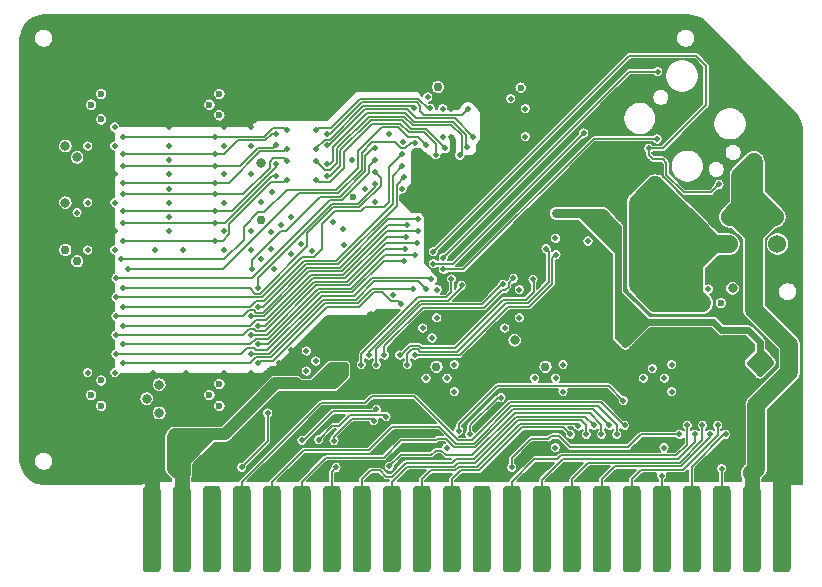
<source format=gbl>
G04 #@! TF.GenerationSoftware,KiCad,Pcbnew,(5.1.5-0-10_14)*
G04 #@! TF.CreationDate,2021-04-30T04:14:15-04:00*
G04 #@! TF.ProjectId,RAM2GS,52414d32-4753-42e6-9b69-6361645f7063,2.0*
G04 #@! TF.SameCoordinates,Original*
G04 #@! TF.FileFunction,Copper,L4,Bot*
G04 #@! TF.FilePolarity,Positive*
%FSLAX46Y46*%
G04 Gerber Fmt 4.6, Leading zero omitted, Abs format (unit mm)*
G04 Created by KiCad (PCBNEW (5.1.5-0-10_14)) date 2021-04-30 04:14:15*
%MOMM*%
%LPD*%
G04 APERTURE LIST*
%ADD10C,0.100000*%
%ADD11C,2.000000*%
%ADD12C,0.500000*%
%ADD13C,0.762000*%
%ADD14C,0.600000*%
%ADD15C,0.800000*%
%ADD16C,1.524000*%
%ADD17C,1.000000*%
%ADD18C,0.508000*%
%ADD19C,0.500000*%
%ADD20C,1.270000*%
%ADD21C,1.524000*%
%ADD22C,0.150000*%
%ADD23C,0.508000*%
%ADD24C,1.000000*%
%ADD25C,0.600000*%
%ADD26C,0.800000*%
G04 APERTURE END LIST*
G04 #@! TA.AperFunction,SMDPad,CuDef*
D10*
G36*
X111416345Y-131613835D02*
G01*
X111453329Y-131619321D01*
X111489598Y-131628406D01*
X111524802Y-131641002D01*
X111558602Y-131656988D01*
X111590672Y-131676210D01*
X111620704Y-131698483D01*
X111648408Y-131723592D01*
X111673517Y-131751296D01*
X111695790Y-131781328D01*
X111715012Y-131813398D01*
X111730998Y-131847198D01*
X111743594Y-131882402D01*
X111752679Y-131918671D01*
X111758165Y-131955655D01*
X111760000Y-131993000D01*
X111760000Y-138571000D01*
X111758165Y-138608345D01*
X111752679Y-138645329D01*
X111743594Y-138681598D01*
X111730998Y-138716802D01*
X111715012Y-138750602D01*
X111695790Y-138782672D01*
X111673517Y-138812704D01*
X111648408Y-138840408D01*
X111620704Y-138865517D01*
X111590672Y-138887790D01*
X111558602Y-138907012D01*
X111524802Y-138922998D01*
X111489598Y-138935594D01*
X111453329Y-138944679D01*
X111416345Y-138950165D01*
X111379000Y-138952000D01*
X110617000Y-138952000D01*
X110579655Y-138950165D01*
X110542671Y-138944679D01*
X110506402Y-138935594D01*
X110471198Y-138922998D01*
X110437398Y-138907012D01*
X110405328Y-138887790D01*
X110375296Y-138865517D01*
X110347592Y-138840408D01*
X110322483Y-138812704D01*
X110300210Y-138782672D01*
X110280988Y-138750602D01*
X110265002Y-138716802D01*
X110252406Y-138681598D01*
X110243321Y-138645329D01*
X110237835Y-138608345D01*
X110236000Y-138571000D01*
X110236000Y-131993000D01*
X110237835Y-131955655D01*
X110243321Y-131918671D01*
X110252406Y-131882402D01*
X110265002Y-131847198D01*
X110280988Y-131813398D01*
X110300210Y-131781328D01*
X110322483Y-131751296D01*
X110347592Y-131723592D01*
X110375296Y-131698483D01*
X110405328Y-131676210D01*
X110437398Y-131656988D01*
X110471198Y-131641002D01*
X110506402Y-131628406D01*
X110542671Y-131619321D01*
X110579655Y-131613835D01*
X110617000Y-131612000D01*
X111379000Y-131612000D01*
X111416345Y-131613835D01*
G37*
G04 #@! TD.AperFunction*
G04 #@! TA.AperFunction,SMDPad,CuDef*
G36*
X108876345Y-131613835D02*
G01*
X108913329Y-131619321D01*
X108949598Y-131628406D01*
X108984802Y-131641002D01*
X109018602Y-131656988D01*
X109050672Y-131676210D01*
X109080704Y-131698483D01*
X109108408Y-131723592D01*
X109133517Y-131751296D01*
X109155790Y-131781328D01*
X109175012Y-131813398D01*
X109190998Y-131847198D01*
X109203594Y-131882402D01*
X109212679Y-131918671D01*
X109218165Y-131955655D01*
X109220000Y-131993000D01*
X109220000Y-138571000D01*
X109218165Y-138608345D01*
X109212679Y-138645329D01*
X109203594Y-138681598D01*
X109190998Y-138716802D01*
X109175012Y-138750602D01*
X109155790Y-138782672D01*
X109133517Y-138812704D01*
X109108408Y-138840408D01*
X109080704Y-138865517D01*
X109050672Y-138887790D01*
X109018602Y-138907012D01*
X108984802Y-138922998D01*
X108949598Y-138935594D01*
X108913329Y-138944679D01*
X108876345Y-138950165D01*
X108839000Y-138952000D01*
X108077000Y-138952000D01*
X108039655Y-138950165D01*
X108002671Y-138944679D01*
X107966402Y-138935594D01*
X107931198Y-138922998D01*
X107897398Y-138907012D01*
X107865328Y-138887790D01*
X107835296Y-138865517D01*
X107807592Y-138840408D01*
X107782483Y-138812704D01*
X107760210Y-138782672D01*
X107740988Y-138750602D01*
X107725002Y-138716802D01*
X107712406Y-138681598D01*
X107703321Y-138645329D01*
X107697835Y-138608345D01*
X107696000Y-138571000D01*
X107696000Y-131993000D01*
X107697835Y-131955655D01*
X107703321Y-131918671D01*
X107712406Y-131882402D01*
X107725002Y-131847198D01*
X107740988Y-131813398D01*
X107760210Y-131781328D01*
X107782483Y-131751296D01*
X107807592Y-131723592D01*
X107835296Y-131698483D01*
X107865328Y-131676210D01*
X107897398Y-131656988D01*
X107931198Y-131641002D01*
X107966402Y-131628406D01*
X108002671Y-131619321D01*
X108039655Y-131613835D01*
X108077000Y-131612000D01*
X108839000Y-131612000D01*
X108876345Y-131613835D01*
G37*
G04 #@! TD.AperFunction*
G04 #@! TA.AperFunction,SMDPad,CuDef*
G36*
X106336345Y-131613835D02*
G01*
X106373329Y-131619321D01*
X106409598Y-131628406D01*
X106444802Y-131641002D01*
X106478602Y-131656988D01*
X106510672Y-131676210D01*
X106540704Y-131698483D01*
X106568408Y-131723592D01*
X106593517Y-131751296D01*
X106615790Y-131781328D01*
X106635012Y-131813398D01*
X106650998Y-131847198D01*
X106663594Y-131882402D01*
X106672679Y-131918671D01*
X106678165Y-131955655D01*
X106680000Y-131993000D01*
X106680000Y-138571000D01*
X106678165Y-138608345D01*
X106672679Y-138645329D01*
X106663594Y-138681598D01*
X106650998Y-138716802D01*
X106635012Y-138750602D01*
X106615790Y-138782672D01*
X106593517Y-138812704D01*
X106568408Y-138840408D01*
X106540704Y-138865517D01*
X106510672Y-138887790D01*
X106478602Y-138907012D01*
X106444802Y-138922998D01*
X106409598Y-138935594D01*
X106373329Y-138944679D01*
X106336345Y-138950165D01*
X106299000Y-138952000D01*
X105537000Y-138952000D01*
X105499655Y-138950165D01*
X105462671Y-138944679D01*
X105426402Y-138935594D01*
X105391198Y-138922998D01*
X105357398Y-138907012D01*
X105325328Y-138887790D01*
X105295296Y-138865517D01*
X105267592Y-138840408D01*
X105242483Y-138812704D01*
X105220210Y-138782672D01*
X105200988Y-138750602D01*
X105185002Y-138716802D01*
X105172406Y-138681598D01*
X105163321Y-138645329D01*
X105157835Y-138608345D01*
X105156000Y-138571000D01*
X105156000Y-131993000D01*
X105157835Y-131955655D01*
X105163321Y-131918671D01*
X105172406Y-131882402D01*
X105185002Y-131847198D01*
X105200988Y-131813398D01*
X105220210Y-131781328D01*
X105242483Y-131751296D01*
X105267592Y-131723592D01*
X105295296Y-131698483D01*
X105325328Y-131676210D01*
X105357398Y-131656988D01*
X105391198Y-131641002D01*
X105426402Y-131628406D01*
X105462671Y-131619321D01*
X105499655Y-131613835D01*
X105537000Y-131612000D01*
X106299000Y-131612000D01*
X106336345Y-131613835D01*
G37*
G04 #@! TD.AperFunction*
G04 #@! TA.AperFunction,SMDPad,CuDef*
G36*
X103796345Y-131613835D02*
G01*
X103833329Y-131619321D01*
X103869598Y-131628406D01*
X103904802Y-131641002D01*
X103938602Y-131656988D01*
X103970672Y-131676210D01*
X104000704Y-131698483D01*
X104028408Y-131723592D01*
X104053517Y-131751296D01*
X104075790Y-131781328D01*
X104095012Y-131813398D01*
X104110998Y-131847198D01*
X104123594Y-131882402D01*
X104132679Y-131918671D01*
X104138165Y-131955655D01*
X104140000Y-131993000D01*
X104140000Y-138571000D01*
X104138165Y-138608345D01*
X104132679Y-138645329D01*
X104123594Y-138681598D01*
X104110998Y-138716802D01*
X104095012Y-138750602D01*
X104075790Y-138782672D01*
X104053517Y-138812704D01*
X104028408Y-138840408D01*
X104000704Y-138865517D01*
X103970672Y-138887790D01*
X103938602Y-138907012D01*
X103904802Y-138922998D01*
X103869598Y-138935594D01*
X103833329Y-138944679D01*
X103796345Y-138950165D01*
X103759000Y-138952000D01*
X102997000Y-138952000D01*
X102959655Y-138950165D01*
X102922671Y-138944679D01*
X102886402Y-138935594D01*
X102851198Y-138922998D01*
X102817398Y-138907012D01*
X102785328Y-138887790D01*
X102755296Y-138865517D01*
X102727592Y-138840408D01*
X102702483Y-138812704D01*
X102680210Y-138782672D01*
X102660988Y-138750602D01*
X102645002Y-138716802D01*
X102632406Y-138681598D01*
X102623321Y-138645329D01*
X102617835Y-138608345D01*
X102616000Y-138571000D01*
X102616000Y-131993000D01*
X102617835Y-131955655D01*
X102623321Y-131918671D01*
X102632406Y-131882402D01*
X102645002Y-131847198D01*
X102660988Y-131813398D01*
X102680210Y-131781328D01*
X102702483Y-131751296D01*
X102727592Y-131723592D01*
X102755296Y-131698483D01*
X102785328Y-131676210D01*
X102817398Y-131656988D01*
X102851198Y-131641002D01*
X102886402Y-131628406D01*
X102922671Y-131619321D01*
X102959655Y-131613835D01*
X102997000Y-131612000D01*
X103759000Y-131612000D01*
X103796345Y-131613835D01*
G37*
G04 #@! TD.AperFunction*
G04 #@! TA.AperFunction,SMDPad,CuDef*
G36*
X101256345Y-131613835D02*
G01*
X101293329Y-131619321D01*
X101329598Y-131628406D01*
X101364802Y-131641002D01*
X101398602Y-131656988D01*
X101430672Y-131676210D01*
X101460704Y-131698483D01*
X101488408Y-131723592D01*
X101513517Y-131751296D01*
X101535790Y-131781328D01*
X101555012Y-131813398D01*
X101570998Y-131847198D01*
X101583594Y-131882402D01*
X101592679Y-131918671D01*
X101598165Y-131955655D01*
X101600000Y-131993000D01*
X101600000Y-138571000D01*
X101598165Y-138608345D01*
X101592679Y-138645329D01*
X101583594Y-138681598D01*
X101570998Y-138716802D01*
X101555012Y-138750602D01*
X101535790Y-138782672D01*
X101513517Y-138812704D01*
X101488408Y-138840408D01*
X101460704Y-138865517D01*
X101430672Y-138887790D01*
X101398602Y-138907012D01*
X101364802Y-138922998D01*
X101329598Y-138935594D01*
X101293329Y-138944679D01*
X101256345Y-138950165D01*
X101219000Y-138952000D01*
X100457000Y-138952000D01*
X100419655Y-138950165D01*
X100382671Y-138944679D01*
X100346402Y-138935594D01*
X100311198Y-138922998D01*
X100277398Y-138907012D01*
X100245328Y-138887790D01*
X100215296Y-138865517D01*
X100187592Y-138840408D01*
X100162483Y-138812704D01*
X100140210Y-138782672D01*
X100120988Y-138750602D01*
X100105002Y-138716802D01*
X100092406Y-138681598D01*
X100083321Y-138645329D01*
X100077835Y-138608345D01*
X100076000Y-138571000D01*
X100076000Y-131993000D01*
X100077835Y-131955655D01*
X100083321Y-131918671D01*
X100092406Y-131882402D01*
X100105002Y-131847198D01*
X100120988Y-131813398D01*
X100140210Y-131781328D01*
X100162483Y-131751296D01*
X100187592Y-131723592D01*
X100215296Y-131698483D01*
X100245328Y-131676210D01*
X100277398Y-131656988D01*
X100311198Y-131641002D01*
X100346402Y-131628406D01*
X100382671Y-131619321D01*
X100419655Y-131613835D01*
X100457000Y-131612000D01*
X101219000Y-131612000D01*
X101256345Y-131613835D01*
G37*
G04 #@! TD.AperFunction*
G04 #@! TA.AperFunction,SMDPad,CuDef*
G36*
X98716345Y-131613835D02*
G01*
X98753329Y-131619321D01*
X98789598Y-131628406D01*
X98824802Y-131641002D01*
X98858602Y-131656988D01*
X98890672Y-131676210D01*
X98920704Y-131698483D01*
X98948408Y-131723592D01*
X98973517Y-131751296D01*
X98995790Y-131781328D01*
X99015012Y-131813398D01*
X99030998Y-131847198D01*
X99043594Y-131882402D01*
X99052679Y-131918671D01*
X99058165Y-131955655D01*
X99060000Y-131993000D01*
X99060000Y-138571000D01*
X99058165Y-138608345D01*
X99052679Y-138645329D01*
X99043594Y-138681598D01*
X99030998Y-138716802D01*
X99015012Y-138750602D01*
X98995790Y-138782672D01*
X98973517Y-138812704D01*
X98948408Y-138840408D01*
X98920704Y-138865517D01*
X98890672Y-138887790D01*
X98858602Y-138907012D01*
X98824802Y-138922998D01*
X98789598Y-138935594D01*
X98753329Y-138944679D01*
X98716345Y-138950165D01*
X98679000Y-138952000D01*
X97917000Y-138952000D01*
X97879655Y-138950165D01*
X97842671Y-138944679D01*
X97806402Y-138935594D01*
X97771198Y-138922998D01*
X97737398Y-138907012D01*
X97705328Y-138887790D01*
X97675296Y-138865517D01*
X97647592Y-138840408D01*
X97622483Y-138812704D01*
X97600210Y-138782672D01*
X97580988Y-138750602D01*
X97565002Y-138716802D01*
X97552406Y-138681598D01*
X97543321Y-138645329D01*
X97537835Y-138608345D01*
X97536000Y-138571000D01*
X97536000Y-131993000D01*
X97537835Y-131955655D01*
X97543321Y-131918671D01*
X97552406Y-131882402D01*
X97565002Y-131847198D01*
X97580988Y-131813398D01*
X97600210Y-131781328D01*
X97622483Y-131751296D01*
X97647592Y-131723592D01*
X97675296Y-131698483D01*
X97705328Y-131676210D01*
X97737398Y-131656988D01*
X97771198Y-131641002D01*
X97806402Y-131628406D01*
X97842671Y-131619321D01*
X97879655Y-131613835D01*
X97917000Y-131612000D01*
X98679000Y-131612000D01*
X98716345Y-131613835D01*
G37*
G04 #@! TD.AperFunction*
G04 #@! TA.AperFunction,SMDPad,CuDef*
G36*
X96176345Y-131613835D02*
G01*
X96213329Y-131619321D01*
X96249598Y-131628406D01*
X96284802Y-131641002D01*
X96318602Y-131656988D01*
X96350672Y-131676210D01*
X96380704Y-131698483D01*
X96408408Y-131723592D01*
X96433517Y-131751296D01*
X96455790Y-131781328D01*
X96475012Y-131813398D01*
X96490998Y-131847198D01*
X96503594Y-131882402D01*
X96512679Y-131918671D01*
X96518165Y-131955655D01*
X96520000Y-131993000D01*
X96520000Y-138571000D01*
X96518165Y-138608345D01*
X96512679Y-138645329D01*
X96503594Y-138681598D01*
X96490998Y-138716802D01*
X96475012Y-138750602D01*
X96455790Y-138782672D01*
X96433517Y-138812704D01*
X96408408Y-138840408D01*
X96380704Y-138865517D01*
X96350672Y-138887790D01*
X96318602Y-138907012D01*
X96284802Y-138922998D01*
X96249598Y-138935594D01*
X96213329Y-138944679D01*
X96176345Y-138950165D01*
X96139000Y-138952000D01*
X95377000Y-138952000D01*
X95339655Y-138950165D01*
X95302671Y-138944679D01*
X95266402Y-138935594D01*
X95231198Y-138922998D01*
X95197398Y-138907012D01*
X95165328Y-138887790D01*
X95135296Y-138865517D01*
X95107592Y-138840408D01*
X95082483Y-138812704D01*
X95060210Y-138782672D01*
X95040988Y-138750602D01*
X95025002Y-138716802D01*
X95012406Y-138681598D01*
X95003321Y-138645329D01*
X94997835Y-138608345D01*
X94996000Y-138571000D01*
X94996000Y-131993000D01*
X94997835Y-131955655D01*
X95003321Y-131918671D01*
X95012406Y-131882402D01*
X95025002Y-131847198D01*
X95040988Y-131813398D01*
X95060210Y-131781328D01*
X95082483Y-131751296D01*
X95107592Y-131723592D01*
X95135296Y-131698483D01*
X95165328Y-131676210D01*
X95197398Y-131656988D01*
X95231198Y-131641002D01*
X95266402Y-131628406D01*
X95302671Y-131619321D01*
X95339655Y-131613835D01*
X95377000Y-131612000D01*
X96139000Y-131612000D01*
X96176345Y-131613835D01*
G37*
G04 #@! TD.AperFunction*
G04 #@! TA.AperFunction,SMDPad,CuDef*
G36*
X93636345Y-131613835D02*
G01*
X93673329Y-131619321D01*
X93709598Y-131628406D01*
X93744802Y-131641002D01*
X93778602Y-131656988D01*
X93810672Y-131676210D01*
X93840704Y-131698483D01*
X93868408Y-131723592D01*
X93893517Y-131751296D01*
X93915790Y-131781328D01*
X93935012Y-131813398D01*
X93950998Y-131847198D01*
X93963594Y-131882402D01*
X93972679Y-131918671D01*
X93978165Y-131955655D01*
X93980000Y-131993000D01*
X93980000Y-138571000D01*
X93978165Y-138608345D01*
X93972679Y-138645329D01*
X93963594Y-138681598D01*
X93950998Y-138716802D01*
X93935012Y-138750602D01*
X93915790Y-138782672D01*
X93893517Y-138812704D01*
X93868408Y-138840408D01*
X93840704Y-138865517D01*
X93810672Y-138887790D01*
X93778602Y-138907012D01*
X93744802Y-138922998D01*
X93709598Y-138935594D01*
X93673329Y-138944679D01*
X93636345Y-138950165D01*
X93599000Y-138952000D01*
X92837000Y-138952000D01*
X92799655Y-138950165D01*
X92762671Y-138944679D01*
X92726402Y-138935594D01*
X92691198Y-138922998D01*
X92657398Y-138907012D01*
X92625328Y-138887790D01*
X92595296Y-138865517D01*
X92567592Y-138840408D01*
X92542483Y-138812704D01*
X92520210Y-138782672D01*
X92500988Y-138750602D01*
X92485002Y-138716802D01*
X92472406Y-138681598D01*
X92463321Y-138645329D01*
X92457835Y-138608345D01*
X92456000Y-138571000D01*
X92456000Y-131993000D01*
X92457835Y-131955655D01*
X92463321Y-131918671D01*
X92472406Y-131882402D01*
X92485002Y-131847198D01*
X92500988Y-131813398D01*
X92520210Y-131781328D01*
X92542483Y-131751296D01*
X92567592Y-131723592D01*
X92595296Y-131698483D01*
X92625328Y-131676210D01*
X92657398Y-131656988D01*
X92691198Y-131641002D01*
X92726402Y-131628406D01*
X92762671Y-131619321D01*
X92799655Y-131613835D01*
X92837000Y-131612000D01*
X93599000Y-131612000D01*
X93636345Y-131613835D01*
G37*
G04 #@! TD.AperFunction*
G04 #@! TA.AperFunction,SMDPad,CuDef*
G36*
X91096345Y-131613835D02*
G01*
X91133329Y-131619321D01*
X91169598Y-131628406D01*
X91204802Y-131641002D01*
X91238602Y-131656988D01*
X91270672Y-131676210D01*
X91300704Y-131698483D01*
X91328408Y-131723592D01*
X91353517Y-131751296D01*
X91375790Y-131781328D01*
X91395012Y-131813398D01*
X91410998Y-131847198D01*
X91423594Y-131882402D01*
X91432679Y-131918671D01*
X91438165Y-131955655D01*
X91440000Y-131993000D01*
X91440000Y-138571000D01*
X91438165Y-138608345D01*
X91432679Y-138645329D01*
X91423594Y-138681598D01*
X91410998Y-138716802D01*
X91395012Y-138750602D01*
X91375790Y-138782672D01*
X91353517Y-138812704D01*
X91328408Y-138840408D01*
X91300704Y-138865517D01*
X91270672Y-138887790D01*
X91238602Y-138907012D01*
X91204802Y-138922998D01*
X91169598Y-138935594D01*
X91133329Y-138944679D01*
X91096345Y-138950165D01*
X91059000Y-138952000D01*
X90297000Y-138952000D01*
X90259655Y-138950165D01*
X90222671Y-138944679D01*
X90186402Y-138935594D01*
X90151198Y-138922998D01*
X90117398Y-138907012D01*
X90085328Y-138887790D01*
X90055296Y-138865517D01*
X90027592Y-138840408D01*
X90002483Y-138812704D01*
X89980210Y-138782672D01*
X89960988Y-138750602D01*
X89945002Y-138716802D01*
X89932406Y-138681598D01*
X89923321Y-138645329D01*
X89917835Y-138608345D01*
X89916000Y-138571000D01*
X89916000Y-131993000D01*
X89917835Y-131955655D01*
X89923321Y-131918671D01*
X89932406Y-131882402D01*
X89945002Y-131847198D01*
X89960988Y-131813398D01*
X89980210Y-131781328D01*
X90002483Y-131751296D01*
X90027592Y-131723592D01*
X90055296Y-131698483D01*
X90085328Y-131676210D01*
X90117398Y-131656988D01*
X90151198Y-131641002D01*
X90186402Y-131628406D01*
X90222671Y-131619321D01*
X90259655Y-131613835D01*
X90297000Y-131612000D01*
X91059000Y-131612000D01*
X91096345Y-131613835D01*
G37*
G04 #@! TD.AperFunction*
G04 #@! TA.AperFunction,SMDPad,CuDef*
G36*
X88556345Y-131613835D02*
G01*
X88593329Y-131619321D01*
X88629598Y-131628406D01*
X88664802Y-131641002D01*
X88698602Y-131656988D01*
X88730672Y-131676210D01*
X88760704Y-131698483D01*
X88788408Y-131723592D01*
X88813517Y-131751296D01*
X88835790Y-131781328D01*
X88855012Y-131813398D01*
X88870998Y-131847198D01*
X88883594Y-131882402D01*
X88892679Y-131918671D01*
X88898165Y-131955655D01*
X88900000Y-131993000D01*
X88900000Y-138571000D01*
X88898165Y-138608345D01*
X88892679Y-138645329D01*
X88883594Y-138681598D01*
X88870998Y-138716802D01*
X88855012Y-138750602D01*
X88835790Y-138782672D01*
X88813517Y-138812704D01*
X88788408Y-138840408D01*
X88760704Y-138865517D01*
X88730672Y-138887790D01*
X88698602Y-138907012D01*
X88664802Y-138922998D01*
X88629598Y-138935594D01*
X88593329Y-138944679D01*
X88556345Y-138950165D01*
X88519000Y-138952000D01*
X87757000Y-138952000D01*
X87719655Y-138950165D01*
X87682671Y-138944679D01*
X87646402Y-138935594D01*
X87611198Y-138922998D01*
X87577398Y-138907012D01*
X87545328Y-138887790D01*
X87515296Y-138865517D01*
X87487592Y-138840408D01*
X87462483Y-138812704D01*
X87440210Y-138782672D01*
X87420988Y-138750602D01*
X87405002Y-138716802D01*
X87392406Y-138681598D01*
X87383321Y-138645329D01*
X87377835Y-138608345D01*
X87376000Y-138571000D01*
X87376000Y-131993000D01*
X87377835Y-131955655D01*
X87383321Y-131918671D01*
X87392406Y-131882402D01*
X87405002Y-131847198D01*
X87420988Y-131813398D01*
X87440210Y-131781328D01*
X87462483Y-131751296D01*
X87487592Y-131723592D01*
X87515296Y-131698483D01*
X87545328Y-131676210D01*
X87577398Y-131656988D01*
X87611198Y-131641002D01*
X87646402Y-131628406D01*
X87682671Y-131619321D01*
X87719655Y-131613835D01*
X87757000Y-131612000D01*
X88519000Y-131612000D01*
X88556345Y-131613835D01*
G37*
G04 #@! TD.AperFunction*
G04 #@! TA.AperFunction,SMDPad,CuDef*
G36*
X86016345Y-131613835D02*
G01*
X86053329Y-131619321D01*
X86089598Y-131628406D01*
X86124802Y-131641002D01*
X86158602Y-131656988D01*
X86190672Y-131676210D01*
X86220704Y-131698483D01*
X86248408Y-131723592D01*
X86273517Y-131751296D01*
X86295790Y-131781328D01*
X86315012Y-131813398D01*
X86330998Y-131847198D01*
X86343594Y-131882402D01*
X86352679Y-131918671D01*
X86358165Y-131955655D01*
X86360000Y-131993000D01*
X86360000Y-138571000D01*
X86358165Y-138608345D01*
X86352679Y-138645329D01*
X86343594Y-138681598D01*
X86330998Y-138716802D01*
X86315012Y-138750602D01*
X86295790Y-138782672D01*
X86273517Y-138812704D01*
X86248408Y-138840408D01*
X86220704Y-138865517D01*
X86190672Y-138887790D01*
X86158602Y-138907012D01*
X86124802Y-138922998D01*
X86089598Y-138935594D01*
X86053329Y-138944679D01*
X86016345Y-138950165D01*
X85979000Y-138952000D01*
X85217000Y-138952000D01*
X85179655Y-138950165D01*
X85142671Y-138944679D01*
X85106402Y-138935594D01*
X85071198Y-138922998D01*
X85037398Y-138907012D01*
X85005328Y-138887790D01*
X84975296Y-138865517D01*
X84947592Y-138840408D01*
X84922483Y-138812704D01*
X84900210Y-138782672D01*
X84880988Y-138750602D01*
X84865002Y-138716802D01*
X84852406Y-138681598D01*
X84843321Y-138645329D01*
X84837835Y-138608345D01*
X84836000Y-138571000D01*
X84836000Y-131993000D01*
X84837835Y-131955655D01*
X84843321Y-131918671D01*
X84852406Y-131882402D01*
X84865002Y-131847198D01*
X84880988Y-131813398D01*
X84900210Y-131781328D01*
X84922483Y-131751296D01*
X84947592Y-131723592D01*
X84975296Y-131698483D01*
X85005328Y-131676210D01*
X85037398Y-131656988D01*
X85071198Y-131641002D01*
X85106402Y-131628406D01*
X85142671Y-131619321D01*
X85179655Y-131613835D01*
X85217000Y-131612000D01*
X85979000Y-131612000D01*
X86016345Y-131613835D01*
G37*
G04 #@! TD.AperFunction*
G04 #@! TA.AperFunction,SMDPad,CuDef*
G36*
X83476345Y-131613835D02*
G01*
X83513329Y-131619321D01*
X83549598Y-131628406D01*
X83584802Y-131641002D01*
X83618602Y-131656988D01*
X83650672Y-131676210D01*
X83680704Y-131698483D01*
X83708408Y-131723592D01*
X83733517Y-131751296D01*
X83755790Y-131781328D01*
X83775012Y-131813398D01*
X83790998Y-131847198D01*
X83803594Y-131882402D01*
X83812679Y-131918671D01*
X83818165Y-131955655D01*
X83820000Y-131993000D01*
X83820000Y-138571000D01*
X83818165Y-138608345D01*
X83812679Y-138645329D01*
X83803594Y-138681598D01*
X83790998Y-138716802D01*
X83775012Y-138750602D01*
X83755790Y-138782672D01*
X83733517Y-138812704D01*
X83708408Y-138840408D01*
X83680704Y-138865517D01*
X83650672Y-138887790D01*
X83618602Y-138907012D01*
X83584802Y-138922998D01*
X83549598Y-138935594D01*
X83513329Y-138944679D01*
X83476345Y-138950165D01*
X83439000Y-138952000D01*
X82677000Y-138952000D01*
X82639655Y-138950165D01*
X82602671Y-138944679D01*
X82566402Y-138935594D01*
X82531198Y-138922998D01*
X82497398Y-138907012D01*
X82465328Y-138887790D01*
X82435296Y-138865517D01*
X82407592Y-138840408D01*
X82382483Y-138812704D01*
X82360210Y-138782672D01*
X82340988Y-138750602D01*
X82325002Y-138716802D01*
X82312406Y-138681598D01*
X82303321Y-138645329D01*
X82297835Y-138608345D01*
X82296000Y-138571000D01*
X82296000Y-131993000D01*
X82297835Y-131955655D01*
X82303321Y-131918671D01*
X82312406Y-131882402D01*
X82325002Y-131847198D01*
X82340988Y-131813398D01*
X82360210Y-131781328D01*
X82382483Y-131751296D01*
X82407592Y-131723592D01*
X82435296Y-131698483D01*
X82465328Y-131676210D01*
X82497398Y-131656988D01*
X82531198Y-131641002D01*
X82566402Y-131628406D01*
X82602671Y-131619321D01*
X82639655Y-131613835D01*
X82677000Y-131612000D01*
X83439000Y-131612000D01*
X83476345Y-131613835D01*
G37*
G04 #@! TD.AperFunction*
G04 #@! TA.AperFunction,SMDPad,CuDef*
G36*
X80936345Y-131613835D02*
G01*
X80973329Y-131619321D01*
X81009598Y-131628406D01*
X81044802Y-131641002D01*
X81078602Y-131656988D01*
X81110672Y-131676210D01*
X81140704Y-131698483D01*
X81168408Y-131723592D01*
X81193517Y-131751296D01*
X81215790Y-131781328D01*
X81235012Y-131813398D01*
X81250998Y-131847198D01*
X81263594Y-131882402D01*
X81272679Y-131918671D01*
X81278165Y-131955655D01*
X81280000Y-131993000D01*
X81280000Y-138571000D01*
X81278165Y-138608345D01*
X81272679Y-138645329D01*
X81263594Y-138681598D01*
X81250998Y-138716802D01*
X81235012Y-138750602D01*
X81215790Y-138782672D01*
X81193517Y-138812704D01*
X81168408Y-138840408D01*
X81140704Y-138865517D01*
X81110672Y-138887790D01*
X81078602Y-138907012D01*
X81044802Y-138922998D01*
X81009598Y-138935594D01*
X80973329Y-138944679D01*
X80936345Y-138950165D01*
X80899000Y-138952000D01*
X80137000Y-138952000D01*
X80099655Y-138950165D01*
X80062671Y-138944679D01*
X80026402Y-138935594D01*
X79991198Y-138922998D01*
X79957398Y-138907012D01*
X79925328Y-138887790D01*
X79895296Y-138865517D01*
X79867592Y-138840408D01*
X79842483Y-138812704D01*
X79820210Y-138782672D01*
X79800988Y-138750602D01*
X79785002Y-138716802D01*
X79772406Y-138681598D01*
X79763321Y-138645329D01*
X79757835Y-138608345D01*
X79756000Y-138571000D01*
X79756000Y-131993000D01*
X79757835Y-131955655D01*
X79763321Y-131918671D01*
X79772406Y-131882402D01*
X79785002Y-131847198D01*
X79800988Y-131813398D01*
X79820210Y-131781328D01*
X79842483Y-131751296D01*
X79867592Y-131723592D01*
X79895296Y-131698483D01*
X79925328Y-131676210D01*
X79957398Y-131656988D01*
X79991198Y-131641002D01*
X80026402Y-131628406D01*
X80062671Y-131619321D01*
X80099655Y-131613835D01*
X80137000Y-131612000D01*
X80899000Y-131612000D01*
X80936345Y-131613835D01*
G37*
G04 #@! TD.AperFunction*
G04 #@! TA.AperFunction,SMDPad,CuDef*
G36*
X78396345Y-131613835D02*
G01*
X78433329Y-131619321D01*
X78469598Y-131628406D01*
X78504802Y-131641002D01*
X78538602Y-131656988D01*
X78570672Y-131676210D01*
X78600704Y-131698483D01*
X78628408Y-131723592D01*
X78653517Y-131751296D01*
X78675790Y-131781328D01*
X78695012Y-131813398D01*
X78710998Y-131847198D01*
X78723594Y-131882402D01*
X78732679Y-131918671D01*
X78738165Y-131955655D01*
X78740000Y-131993000D01*
X78740000Y-138571000D01*
X78738165Y-138608345D01*
X78732679Y-138645329D01*
X78723594Y-138681598D01*
X78710998Y-138716802D01*
X78695012Y-138750602D01*
X78675790Y-138782672D01*
X78653517Y-138812704D01*
X78628408Y-138840408D01*
X78600704Y-138865517D01*
X78570672Y-138887790D01*
X78538602Y-138907012D01*
X78504802Y-138922998D01*
X78469598Y-138935594D01*
X78433329Y-138944679D01*
X78396345Y-138950165D01*
X78359000Y-138952000D01*
X77597000Y-138952000D01*
X77559655Y-138950165D01*
X77522671Y-138944679D01*
X77486402Y-138935594D01*
X77451198Y-138922998D01*
X77417398Y-138907012D01*
X77385328Y-138887790D01*
X77355296Y-138865517D01*
X77327592Y-138840408D01*
X77302483Y-138812704D01*
X77280210Y-138782672D01*
X77260988Y-138750602D01*
X77245002Y-138716802D01*
X77232406Y-138681598D01*
X77223321Y-138645329D01*
X77217835Y-138608345D01*
X77216000Y-138571000D01*
X77216000Y-131993000D01*
X77217835Y-131955655D01*
X77223321Y-131918671D01*
X77232406Y-131882402D01*
X77245002Y-131847198D01*
X77260988Y-131813398D01*
X77280210Y-131781328D01*
X77302483Y-131751296D01*
X77327592Y-131723592D01*
X77355296Y-131698483D01*
X77385328Y-131676210D01*
X77417398Y-131656988D01*
X77451198Y-131641002D01*
X77486402Y-131628406D01*
X77522671Y-131619321D01*
X77559655Y-131613835D01*
X77597000Y-131612000D01*
X78359000Y-131612000D01*
X78396345Y-131613835D01*
G37*
G04 #@! TD.AperFunction*
G04 #@! TA.AperFunction,SMDPad,CuDef*
G36*
X75856345Y-131613835D02*
G01*
X75893329Y-131619321D01*
X75929598Y-131628406D01*
X75964802Y-131641002D01*
X75998602Y-131656988D01*
X76030672Y-131676210D01*
X76060704Y-131698483D01*
X76088408Y-131723592D01*
X76113517Y-131751296D01*
X76135790Y-131781328D01*
X76155012Y-131813398D01*
X76170998Y-131847198D01*
X76183594Y-131882402D01*
X76192679Y-131918671D01*
X76198165Y-131955655D01*
X76200000Y-131993000D01*
X76200000Y-138571000D01*
X76198165Y-138608345D01*
X76192679Y-138645329D01*
X76183594Y-138681598D01*
X76170998Y-138716802D01*
X76155012Y-138750602D01*
X76135790Y-138782672D01*
X76113517Y-138812704D01*
X76088408Y-138840408D01*
X76060704Y-138865517D01*
X76030672Y-138887790D01*
X75998602Y-138907012D01*
X75964802Y-138922998D01*
X75929598Y-138935594D01*
X75893329Y-138944679D01*
X75856345Y-138950165D01*
X75819000Y-138952000D01*
X75057000Y-138952000D01*
X75019655Y-138950165D01*
X74982671Y-138944679D01*
X74946402Y-138935594D01*
X74911198Y-138922998D01*
X74877398Y-138907012D01*
X74845328Y-138887790D01*
X74815296Y-138865517D01*
X74787592Y-138840408D01*
X74762483Y-138812704D01*
X74740210Y-138782672D01*
X74720988Y-138750602D01*
X74705002Y-138716802D01*
X74692406Y-138681598D01*
X74683321Y-138645329D01*
X74677835Y-138608345D01*
X74676000Y-138571000D01*
X74676000Y-131993000D01*
X74677835Y-131955655D01*
X74683321Y-131918671D01*
X74692406Y-131882402D01*
X74705002Y-131847198D01*
X74720988Y-131813398D01*
X74740210Y-131781328D01*
X74762483Y-131751296D01*
X74787592Y-131723592D01*
X74815296Y-131698483D01*
X74845328Y-131676210D01*
X74877398Y-131656988D01*
X74911198Y-131641002D01*
X74946402Y-131628406D01*
X74982671Y-131619321D01*
X75019655Y-131613835D01*
X75057000Y-131612000D01*
X75819000Y-131612000D01*
X75856345Y-131613835D01*
G37*
G04 #@! TD.AperFunction*
G04 #@! TA.AperFunction,SMDPad,CuDef*
G36*
X73316345Y-131613835D02*
G01*
X73353329Y-131619321D01*
X73389598Y-131628406D01*
X73424802Y-131641002D01*
X73458602Y-131656988D01*
X73490672Y-131676210D01*
X73520704Y-131698483D01*
X73548408Y-131723592D01*
X73573517Y-131751296D01*
X73595790Y-131781328D01*
X73615012Y-131813398D01*
X73630998Y-131847198D01*
X73643594Y-131882402D01*
X73652679Y-131918671D01*
X73658165Y-131955655D01*
X73660000Y-131993000D01*
X73660000Y-138571000D01*
X73658165Y-138608345D01*
X73652679Y-138645329D01*
X73643594Y-138681598D01*
X73630998Y-138716802D01*
X73615012Y-138750602D01*
X73595790Y-138782672D01*
X73573517Y-138812704D01*
X73548408Y-138840408D01*
X73520704Y-138865517D01*
X73490672Y-138887790D01*
X73458602Y-138907012D01*
X73424802Y-138922998D01*
X73389598Y-138935594D01*
X73353329Y-138944679D01*
X73316345Y-138950165D01*
X73279000Y-138952000D01*
X72517000Y-138952000D01*
X72479655Y-138950165D01*
X72442671Y-138944679D01*
X72406402Y-138935594D01*
X72371198Y-138922998D01*
X72337398Y-138907012D01*
X72305328Y-138887790D01*
X72275296Y-138865517D01*
X72247592Y-138840408D01*
X72222483Y-138812704D01*
X72200210Y-138782672D01*
X72180988Y-138750602D01*
X72165002Y-138716802D01*
X72152406Y-138681598D01*
X72143321Y-138645329D01*
X72137835Y-138608345D01*
X72136000Y-138571000D01*
X72136000Y-131993000D01*
X72137835Y-131955655D01*
X72143321Y-131918671D01*
X72152406Y-131882402D01*
X72165002Y-131847198D01*
X72180988Y-131813398D01*
X72200210Y-131781328D01*
X72222483Y-131751296D01*
X72247592Y-131723592D01*
X72275296Y-131698483D01*
X72305328Y-131676210D01*
X72337398Y-131656988D01*
X72371198Y-131641002D01*
X72406402Y-131628406D01*
X72442671Y-131619321D01*
X72479655Y-131613835D01*
X72517000Y-131612000D01*
X73279000Y-131612000D01*
X73316345Y-131613835D01*
G37*
G04 #@! TD.AperFunction*
G04 #@! TA.AperFunction,SMDPad,CuDef*
G36*
X70776345Y-131613835D02*
G01*
X70813329Y-131619321D01*
X70849598Y-131628406D01*
X70884802Y-131641002D01*
X70918602Y-131656988D01*
X70950672Y-131676210D01*
X70980704Y-131698483D01*
X71008408Y-131723592D01*
X71033517Y-131751296D01*
X71055790Y-131781328D01*
X71075012Y-131813398D01*
X71090998Y-131847198D01*
X71103594Y-131882402D01*
X71112679Y-131918671D01*
X71118165Y-131955655D01*
X71120000Y-131993000D01*
X71120000Y-138571000D01*
X71118165Y-138608345D01*
X71112679Y-138645329D01*
X71103594Y-138681598D01*
X71090998Y-138716802D01*
X71075012Y-138750602D01*
X71055790Y-138782672D01*
X71033517Y-138812704D01*
X71008408Y-138840408D01*
X70980704Y-138865517D01*
X70950672Y-138887790D01*
X70918602Y-138907012D01*
X70884802Y-138922998D01*
X70849598Y-138935594D01*
X70813329Y-138944679D01*
X70776345Y-138950165D01*
X70739000Y-138952000D01*
X69977000Y-138952000D01*
X69939655Y-138950165D01*
X69902671Y-138944679D01*
X69866402Y-138935594D01*
X69831198Y-138922998D01*
X69797398Y-138907012D01*
X69765328Y-138887790D01*
X69735296Y-138865517D01*
X69707592Y-138840408D01*
X69682483Y-138812704D01*
X69660210Y-138782672D01*
X69640988Y-138750602D01*
X69625002Y-138716802D01*
X69612406Y-138681598D01*
X69603321Y-138645329D01*
X69597835Y-138608345D01*
X69596000Y-138571000D01*
X69596000Y-131993000D01*
X69597835Y-131955655D01*
X69603321Y-131918671D01*
X69612406Y-131882402D01*
X69625002Y-131847198D01*
X69640988Y-131813398D01*
X69660210Y-131781328D01*
X69682483Y-131751296D01*
X69707592Y-131723592D01*
X69735296Y-131698483D01*
X69765328Y-131676210D01*
X69797398Y-131656988D01*
X69831198Y-131641002D01*
X69866402Y-131628406D01*
X69902671Y-131619321D01*
X69939655Y-131613835D01*
X69977000Y-131612000D01*
X70739000Y-131612000D01*
X70776345Y-131613835D01*
G37*
G04 #@! TD.AperFunction*
G04 #@! TA.AperFunction,SMDPad,CuDef*
G36*
X68236345Y-131613835D02*
G01*
X68273329Y-131619321D01*
X68309598Y-131628406D01*
X68344802Y-131641002D01*
X68378602Y-131656988D01*
X68410672Y-131676210D01*
X68440704Y-131698483D01*
X68468408Y-131723592D01*
X68493517Y-131751296D01*
X68515790Y-131781328D01*
X68535012Y-131813398D01*
X68550998Y-131847198D01*
X68563594Y-131882402D01*
X68572679Y-131918671D01*
X68578165Y-131955655D01*
X68580000Y-131993000D01*
X68580000Y-138571000D01*
X68578165Y-138608345D01*
X68572679Y-138645329D01*
X68563594Y-138681598D01*
X68550998Y-138716802D01*
X68535012Y-138750602D01*
X68515790Y-138782672D01*
X68493517Y-138812704D01*
X68468408Y-138840408D01*
X68440704Y-138865517D01*
X68410672Y-138887790D01*
X68378602Y-138907012D01*
X68344802Y-138922998D01*
X68309598Y-138935594D01*
X68273329Y-138944679D01*
X68236345Y-138950165D01*
X68199000Y-138952000D01*
X67437000Y-138952000D01*
X67399655Y-138950165D01*
X67362671Y-138944679D01*
X67326402Y-138935594D01*
X67291198Y-138922998D01*
X67257398Y-138907012D01*
X67225328Y-138887790D01*
X67195296Y-138865517D01*
X67167592Y-138840408D01*
X67142483Y-138812704D01*
X67120210Y-138782672D01*
X67100988Y-138750602D01*
X67085002Y-138716802D01*
X67072406Y-138681598D01*
X67063321Y-138645329D01*
X67057835Y-138608345D01*
X67056000Y-138571000D01*
X67056000Y-131993000D01*
X67057835Y-131955655D01*
X67063321Y-131918671D01*
X67072406Y-131882402D01*
X67085002Y-131847198D01*
X67100988Y-131813398D01*
X67120210Y-131781328D01*
X67142483Y-131751296D01*
X67167592Y-131723592D01*
X67195296Y-131698483D01*
X67225328Y-131676210D01*
X67257398Y-131656988D01*
X67291198Y-131641002D01*
X67326402Y-131628406D01*
X67362671Y-131619321D01*
X67399655Y-131613835D01*
X67437000Y-131612000D01*
X68199000Y-131612000D01*
X68236345Y-131613835D01*
G37*
G04 #@! TD.AperFunction*
G04 #@! TA.AperFunction,SMDPad,CuDef*
G36*
X65696345Y-131613835D02*
G01*
X65733329Y-131619321D01*
X65769598Y-131628406D01*
X65804802Y-131641002D01*
X65838602Y-131656988D01*
X65870672Y-131676210D01*
X65900704Y-131698483D01*
X65928408Y-131723592D01*
X65953517Y-131751296D01*
X65975790Y-131781328D01*
X65995012Y-131813398D01*
X66010998Y-131847198D01*
X66023594Y-131882402D01*
X66032679Y-131918671D01*
X66038165Y-131955655D01*
X66040000Y-131993000D01*
X66040000Y-138571000D01*
X66038165Y-138608345D01*
X66032679Y-138645329D01*
X66023594Y-138681598D01*
X66010998Y-138716802D01*
X65995012Y-138750602D01*
X65975790Y-138782672D01*
X65953517Y-138812704D01*
X65928408Y-138840408D01*
X65900704Y-138865517D01*
X65870672Y-138887790D01*
X65838602Y-138907012D01*
X65804802Y-138922998D01*
X65769598Y-138935594D01*
X65733329Y-138944679D01*
X65696345Y-138950165D01*
X65659000Y-138952000D01*
X64897000Y-138952000D01*
X64859655Y-138950165D01*
X64822671Y-138944679D01*
X64786402Y-138935594D01*
X64751198Y-138922998D01*
X64717398Y-138907012D01*
X64685328Y-138887790D01*
X64655296Y-138865517D01*
X64627592Y-138840408D01*
X64602483Y-138812704D01*
X64580210Y-138782672D01*
X64560988Y-138750602D01*
X64545002Y-138716802D01*
X64532406Y-138681598D01*
X64523321Y-138645329D01*
X64517835Y-138608345D01*
X64516000Y-138571000D01*
X64516000Y-131993000D01*
X64517835Y-131955655D01*
X64523321Y-131918671D01*
X64532406Y-131882402D01*
X64545002Y-131847198D01*
X64560988Y-131813398D01*
X64580210Y-131781328D01*
X64602483Y-131751296D01*
X64627592Y-131723592D01*
X64655296Y-131698483D01*
X64685328Y-131676210D01*
X64717398Y-131656988D01*
X64751198Y-131641002D01*
X64786402Y-131628406D01*
X64822671Y-131619321D01*
X64859655Y-131613835D01*
X64897000Y-131612000D01*
X65659000Y-131612000D01*
X65696345Y-131613835D01*
G37*
G04 #@! TD.AperFunction*
G04 #@! TA.AperFunction,SMDPad,CuDef*
G36*
X63156345Y-131613835D02*
G01*
X63193329Y-131619321D01*
X63229598Y-131628406D01*
X63264802Y-131641002D01*
X63298602Y-131656988D01*
X63330672Y-131676210D01*
X63360704Y-131698483D01*
X63388408Y-131723592D01*
X63413517Y-131751296D01*
X63435790Y-131781328D01*
X63455012Y-131813398D01*
X63470998Y-131847198D01*
X63483594Y-131882402D01*
X63492679Y-131918671D01*
X63498165Y-131955655D01*
X63500000Y-131993000D01*
X63500000Y-138571000D01*
X63498165Y-138608345D01*
X63492679Y-138645329D01*
X63483594Y-138681598D01*
X63470998Y-138716802D01*
X63455012Y-138750602D01*
X63435790Y-138782672D01*
X63413517Y-138812704D01*
X63388408Y-138840408D01*
X63360704Y-138865517D01*
X63330672Y-138887790D01*
X63298602Y-138907012D01*
X63264802Y-138922998D01*
X63229598Y-138935594D01*
X63193329Y-138944679D01*
X63156345Y-138950165D01*
X63119000Y-138952000D01*
X62357000Y-138952000D01*
X62319655Y-138950165D01*
X62282671Y-138944679D01*
X62246402Y-138935594D01*
X62211198Y-138922998D01*
X62177398Y-138907012D01*
X62145328Y-138887790D01*
X62115296Y-138865517D01*
X62087592Y-138840408D01*
X62062483Y-138812704D01*
X62040210Y-138782672D01*
X62020988Y-138750602D01*
X62005002Y-138716802D01*
X61992406Y-138681598D01*
X61983321Y-138645329D01*
X61977835Y-138608345D01*
X61976000Y-138571000D01*
X61976000Y-131993000D01*
X61977835Y-131955655D01*
X61983321Y-131918671D01*
X61992406Y-131882402D01*
X62005002Y-131847198D01*
X62020988Y-131813398D01*
X62040210Y-131781328D01*
X62062483Y-131751296D01*
X62087592Y-131723592D01*
X62115296Y-131698483D01*
X62145328Y-131676210D01*
X62177398Y-131656988D01*
X62211198Y-131641002D01*
X62246402Y-131628406D01*
X62282671Y-131619321D01*
X62319655Y-131613835D01*
X62357000Y-131612000D01*
X63119000Y-131612000D01*
X63156345Y-131613835D01*
G37*
G04 #@! TD.AperFunction*
G04 #@! TA.AperFunction,SMDPad,CuDef*
G36*
X60616345Y-131613835D02*
G01*
X60653329Y-131619321D01*
X60689598Y-131628406D01*
X60724802Y-131641002D01*
X60758602Y-131656988D01*
X60790672Y-131676210D01*
X60820704Y-131698483D01*
X60848408Y-131723592D01*
X60873517Y-131751296D01*
X60895790Y-131781328D01*
X60915012Y-131813398D01*
X60930998Y-131847198D01*
X60943594Y-131882402D01*
X60952679Y-131918671D01*
X60958165Y-131955655D01*
X60960000Y-131993000D01*
X60960000Y-138571000D01*
X60958165Y-138608345D01*
X60952679Y-138645329D01*
X60943594Y-138681598D01*
X60930998Y-138716802D01*
X60915012Y-138750602D01*
X60895790Y-138782672D01*
X60873517Y-138812704D01*
X60848408Y-138840408D01*
X60820704Y-138865517D01*
X60790672Y-138887790D01*
X60758602Y-138907012D01*
X60724802Y-138922998D01*
X60689598Y-138935594D01*
X60653329Y-138944679D01*
X60616345Y-138950165D01*
X60579000Y-138952000D01*
X59817000Y-138952000D01*
X59779655Y-138950165D01*
X59742671Y-138944679D01*
X59706402Y-138935594D01*
X59671198Y-138922998D01*
X59637398Y-138907012D01*
X59605328Y-138887790D01*
X59575296Y-138865517D01*
X59547592Y-138840408D01*
X59522483Y-138812704D01*
X59500210Y-138782672D01*
X59480988Y-138750602D01*
X59465002Y-138716802D01*
X59452406Y-138681598D01*
X59443321Y-138645329D01*
X59437835Y-138608345D01*
X59436000Y-138571000D01*
X59436000Y-131993000D01*
X59437835Y-131955655D01*
X59443321Y-131918671D01*
X59452406Y-131882402D01*
X59465002Y-131847198D01*
X59480988Y-131813398D01*
X59500210Y-131781328D01*
X59522483Y-131751296D01*
X59547592Y-131723592D01*
X59575296Y-131698483D01*
X59605328Y-131676210D01*
X59637398Y-131656988D01*
X59671198Y-131641002D01*
X59706402Y-131628406D01*
X59742671Y-131619321D01*
X59779655Y-131613835D01*
X59817000Y-131612000D01*
X60579000Y-131612000D01*
X60616345Y-131613835D01*
G37*
G04 #@! TD.AperFunction*
G04 #@! TA.AperFunction,SMDPad,CuDef*
G36*
X58076345Y-131613835D02*
G01*
X58113329Y-131619321D01*
X58149598Y-131628406D01*
X58184802Y-131641002D01*
X58218602Y-131656988D01*
X58250672Y-131676210D01*
X58280704Y-131698483D01*
X58308408Y-131723592D01*
X58333517Y-131751296D01*
X58355790Y-131781328D01*
X58375012Y-131813398D01*
X58390998Y-131847198D01*
X58403594Y-131882402D01*
X58412679Y-131918671D01*
X58418165Y-131955655D01*
X58420000Y-131993000D01*
X58420000Y-138571000D01*
X58418165Y-138608345D01*
X58412679Y-138645329D01*
X58403594Y-138681598D01*
X58390998Y-138716802D01*
X58375012Y-138750602D01*
X58355790Y-138782672D01*
X58333517Y-138812704D01*
X58308408Y-138840408D01*
X58280704Y-138865517D01*
X58250672Y-138887790D01*
X58218602Y-138907012D01*
X58184802Y-138922998D01*
X58149598Y-138935594D01*
X58113329Y-138944679D01*
X58076345Y-138950165D01*
X58039000Y-138952000D01*
X57277000Y-138952000D01*
X57239655Y-138950165D01*
X57202671Y-138944679D01*
X57166402Y-138935594D01*
X57131198Y-138922998D01*
X57097398Y-138907012D01*
X57065328Y-138887790D01*
X57035296Y-138865517D01*
X57007592Y-138840408D01*
X56982483Y-138812704D01*
X56960210Y-138782672D01*
X56940988Y-138750602D01*
X56925002Y-138716802D01*
X56912406Y-138681598D01*
X56903321Y-138645329D01*
X56897835Y-138608345D01*
X56896000Y-138571000D01*
X56896000Y-131993000D01*
X56897835Y-131955655D01*
X56903321Y-131918671D01*
X56912406Y-131882402D01*
X56925002Y-131847198D01*
X56940988Y-131813398D01*
X56960210Y-131781328D01*
X56982483Y-131751296D01*
X57007592Y-131723592D01*
X57035296Y-131698483D01*
X57065328Y-131676210D01*
X57097398Y-131656988D01*
X57131198Y-131641002D01*
X57166402Y-131628406D01*
X57202671Y-131619321D01*
X57239655Y-131613835D01*
X57277000Y-131612000D01*
X58039000Y-131612000D01*
X58076345Y-131613835D01*
G37*
G04 #@! TD.AperFunction*
D11*
X110998000Y-130175000D03*
D12*
X112014000Y-117729000D03*
D13*
X99200000Y-124000000D03*
D14*
X110050000Y-119900000D03*
X110100000Y-126400000D03*
X108250000Y-119900000D03*
D12*
X101075000Y-124000000D03*
D15*
X100200000Y-125000000D03*
D12*
X80000000Y-103550000D03*
X85400000Y-102900000D03*
X78900000Y-107150000D03*
X91850000Y-109950000D03*
X63750000Y-102850000D03*
X66050000Y-102850000D03*
X79950000Y-127250000D03*
X80600000Y-128400000D03*
X82675000Y-124000000D03*
D13*
X80800000Y-124000000D03*
D12*
X73475000Y-124000000D03*
X91875000Y-124000000D03*
X74100000Y-127250000D03*
D13*
X89900000Y-119250000D03*
D12*
X76600000Y-107550000D03*
X94200000Y-107550000D03*
X90000000Y-99700000D03*
D13*
X83400000Y-97850000D03*
X90400000Y-97850000D03*
D12*
X83000000Y-102100000D03*
X90000000Y-102050000D03*
X89500000Y-115000000D03*
X54550000Y-105250000D03*
X82550000Y-114950000D03*
X84250000Y-98750000D03*
X87950000Y-99550000D03*
D13*
X96100000Y-107300000D03*
X95100000Y-106350000D03*
D12*
X94600000Y-112400000D03*
X91250000Y-98850000D03*
D15*
X51350000Y-100400000D03*
D12*
X60060000Y-99799000D03*
X59150000Y-105250000D03*
X59150000Y-101250000D03*
X59150000Y-102850000D03*
X59150000Y-107650000D03*
X59150000Y-110050000D03*
X60350000Y-111650000D03*
X57950000Y-111650000D03*
X51350000Y-109300000D03*
D13*
X51350000Y-105200000D03*
D12*
X63750000Y-111650000D03*
X83000000Y-99700000D03*
X89500000Y-117400000D03*
X82500000Y-117400000D03*
X59150000Y-104050000D03*
X57750000Y-122050000D03*
X59150000Y-106450000D03*
X60550000Y-122050000D03*
X59150000Y-108850000D03*
X63750000Y-107650000D03*
X66050000Y-111650000D03*
X54550000Y-110050000D03*
X52250000Y-110050000D03*
X63750000Y-101250000D03*
X66050000Y-101250000D03*
D14*
X90000000Y-124000000D03*
D12*
X98350000Y-127250000D03*
X99000000Y-128400000D03*
X89150000Y-127250000D03*
X89800000Y-128400000D03*
X89150000Y-129550000D03*
X63750000Y-122050000D03*
X66050000Y-122050000D03*
D16*
X57658000Y-130556000D03*
D12*
X104648000Y-130937000D03*
X61722000Y-130937000D03*
X46990000Y-97663000D03*
X112014000Y-100965000D03*
X74168000Y-130937000D03*
X102108000Y-130937000D03*
X64008000Y-130937000D03*
X106680000Y-95377000D03*
X98171000Y-92202000D03*
X93091000Y-92202000D03*
X88011000Y-92202000D03*
X82931000Y-92202000D03*
X77851000Y-92202000D03*
X72771000Y-92202000D03*
X67691000Y-92202000D03*
X62611000Y-92202000D03*
X57531000Y-92202000D03*
X52451000Y-92202000D03*
X46990000Y-128143000D03*
X112014000Y-112649000D03*
X49911000Y-131064000D03*
X94488000Y-130937000D03*
X99568000Y-130937000D03*
X106807000Y-130937000D03*
X70231000Y-94869000D03*
X65151000Y-94869000D03*
X60071000Y-94869000D03*
X72898000Y-97282000D03*
X75311000Y-94869000D03*
X54991000Y-131064000D03*
X79248000Y-130937000D03*
X76708000Y-130937000D03*
X71628000Y-130937000D03*
X81788000Y-130937000D03*
X91948000Y-130937000D03*
X89408000Y-130937000D03*
X97028000Y-130937000D03*
X66548000Y-130937000D03*
X69088000Y-130937000D03*
X52578000Y-128143000D03*
X84328000Y-130937000D03*
X86868000Y-130937000D03*
X109347000Y-98044000D03*
X81950000Y-129150000D03*
X90700000Y-118250000D03*
D14*
X95500000Y-113300000D03*
D12*
X66950000Y-112400000D03*
X75700000Y-106450000D03*
X107162600Y-129870200D03*
X112014000Y-127889000D03*
D13*
X58166000Y-127508000D03*
X57023000Y-128778000D03*
D12*
X105275000Y-121200000D03*
D16*
X106600000Y-113450000D03*
D12*
X82000000Y-128150000D03*
X81500000Y-127250000D03*
X78100000Y-117000000D03*
X73900000Y-120400000D03*
X54991000Y-94742000D03*
X52451000Y-97282000D03*
X57531000Y-97282000D03*
X80391000Y-94742000D03*
X77851000Y-97282000D03*
X95631000Y-94742000D03*
X93091000Y-97282000D03*
X95250000Y-121050000D03*
X102350000Y-121350000D03*
X102350000Y-123650000D03*
X83950000Y-121350000D03*
X83950000Y-123650000D03*
X93150000Y-121350000D03*
X93150000Y-123650000D03*
X104850000Y-118550000D03*
D17*
X110350000Y-104200000D03*
X111550000Y-105550000D03*
D15*
X110350000Y-106800000D03*
D17*
X110100000Y-116150000D03*
D12*
X70231000Y-99949000D03*
X50038000Y-100076000D03*
X106550000Y-117500000D03*
X90800000Y-113700000D03*
D16*
X110450000Y-113450000D03*
D12*
X50038000Y-94996000D03*
X102200000Y-119750000D03*
X67850000Y-106750000D03*
X66950000Y-107600000D03*
X87200000Y-118950000D03*
X87750000Y-117500000D03*
X71700000Y-124000000D03*
X69050000Y-124400000D03*
X112014000Y-107569000D03*
X50038000Y-120523000D03*
X50038000Y-125603000D03*
X50038000Y-115443000D03*
X46990000Y-112903000D03*
X46990000Y-117983000D03*
X46990000Y-102743000D03*
X46990000Y-107823000D03*
X46990000Y-123063000D03*
D15*
X50350000Y-106150000D03*
D13*
X50350000Y-110150000D03*
D15*
X50350000Y-101350000D03*
D12*
X101550000Y-101550000D03*
X80700000Y-117550000D03*
X100750000Y-104450000D03*
X95800000Y-102950000D03*
X96350000Y-117550000D03*
X78750000Y-119550000D03*
X93500000Y-118350000D03*
X105100000Y-109050000D03*
X104700000Y-106250000D03*
X101450000Y-103750000D03*
X103800000Y-98550000D03*
X99900000Y-95700000D03*
X97000000Y-100400000D03*
X96575000Y-97400000D03*
X93175000Y-100800000D03*
X99000000Y-97750000D03*
X68050000Y-127750000D03*
X91000000Y-127150000D03*
X100550000Y-127750000D03*
X78100000Y-115450000D03*
X74650000Y-104050000D03*
X107450000Y-127250000D03*
D14*
X74750000Y-107200000D03*
X74500000Y-129800000D03*
D12*
X91900000Y-107550000D03*
X77200000Y-126750000D03*
X86800000Y-125000000D03*
X94200000Y-110000000D03*
X73850000Y-109850000D03*
X67800000Y-111550000D03*
X73050000Y-109250000D03*
X69500000Y-108850000D03*
X68650000Y-109550000D03*
D15*
X76250000Y-117200000D03*
X74650000Y-118750000D03*
D12*
X73950000Y-111200000D03*
X83700000Y-118250000D03*
X82900000Y-119100000D03*
X68450000Y-121200000D03*
X69500000Y-120150000D03*
D14*
X64900000Y-100600000D03*
X54900000Y-98450000D03*
X55750000Y-99350000D03*
X54900000Y-100250000D03*
X64900000Y-98450000D03*
X65750000Y-99350000D03*
X54900000Y-123050000D03*
X55750000Y-123950000D03*
X54900000Y-124850000D03*
D12*
X64900000Y-124800000D03*
D14*
X65750000Y-123950000D03*
X64900000Y-122700000D03*
D15*
X60000000Y-123050000D03*
X61050000Y-124250000D03*
X60000000Y-125450000D03*
D14*
X96400000Y-112400000D03*
D12*
X78950000Y-102550000D03*
X77750000Y-101850000D03*
X107300000Y-124750000D03*
X82700000Y-111275000D03*
X81100000Y-110850000D03*
X83950000Y-112725000D03*
X83375000Y-111950000D03*
X88138000Y-130048000D03*
X102350000Y-127250000D03*
X95750000Y-127250000D03*
X77775000Y-129975000D03*
X65278000Y-130048000D03*
X67500000Y-125450000D03*
X97700000Y-126500000D03*
X97050000Y-127250000D03*
X96400000Y-126500000D03*
X93100000Y-127250000D03*
X95100000Y-126500000D03*
X94450000Y-127250000D03*
X93800000Y-126550000D03*
X103000000Y-126500000D03*
X103650000Y-127250000D03*
X104300000Y-126500000D03*
X104950000Y-127250000D03*
X105600000Y-126500000D03*
X106250000Y-127250000D03*
X105918000Y-130175000D03*
X97600000Y-124400000D03*
X100838000Y-130746500D03*
X83650000Y-126950000D03*
X97600000Y-124400000D03*
X73100000Y-127800000D03*
X76450000Y-126100000D03*
X73279000Y-130048000D03*
X76700000Y-125150000D03*
X70400000Y-127750000D03*
X77500000Y-125750000D03*
X71800000Y-127700000D03*
X84600000Y-127250000D03*
X87249000Y-124142500D03*
X100050000Y-121700000D03*
X99300000Y-122500000D03*
X101075000Y-122500000D03*
X104800000Y-114950000D03*
X54550000Y-107650000D03*
X52250000Y-102850000D03*
X52250000Y-107650000D03*
X52250000Y-111650000D03*
X52250000Y-122050000D03*
X54550000Y-122050000D03*
X66050000Y-105250000D03*
X63750000Y-105250000D03*
D13*
X51350000Y-112600000D03*
D12*
X51350000Y-108500000D03*
D18*
X54550000Y-101250000D03*
D12*
X89300000Y-99700000D03*
D13*
X81900000Y-97850000D03*
D12*
X81050000Y-98700000D03*
X88050000Y-98850000D03*
D18*
X54550000Y-111650000D03*
D14*
X63400000Y-123000000D03*
D15*
X51350000Y-103800000D03*
D14*
X88900000Y-97900000D03*
D18*
X54550000Y-102850000D03*
D12*
X94600000Y-110900000D03*
D15*
X66950000Y-104250000D03*
D12*
X82300000Y-102100000D03*
X89300000Y-102050000D03*
X88800000Y-115000000D03*
X81850000Y-115000000D03*
X82300000Y-99700000D03*
X88800000Y-117400000D03*
X81800000Y-117400000D03*
X91850000Y-110650000D03*
X87550000Y-118250000D03*
X82675000Y-122500000D03*
X80900000Y-122500000D03*
X83300000Y-121350000D03*
D13*
X81775000Y-121550000D03*
D12*
X83300000Y-123650000D03*
X91875000Y-122500000D03*
X92500000Y-123650000D03*
X90100000Y-122500000D03*
X63750000Y-110050000D03*
D13*
X66950000Y-109100000D03*
D12*
X78900000Y-106450000D03*
X66050000Y-110050000D03*
X82650000Y-128400000D03*
D13*
X91000000Y-121550000D03*
D17*
X100300000Y-111650000D03*
D16*
X104150000Y-111150000D03*
D17*
X100300000Y-110150000D03*
D16*
X110650000Y-111150000D03*
D17*
X100300000Y-113150000D03*
X100300000Y-108650000D03*
D16*
X102300000Y-108150000D03*
X102300000Y-114150000D03*
D17*
X100300000Y-116150000D03*
X102300000Y-116150000D03*
X104300000Y-116150000D03*
D12*
X101700000Y-121350000D03*
X101700000Y-123650000D03*
X92500000Y-121350000D03*
D14*
X105850000Y-116150000D03*
D15*
X106850000Y-114900000D03*
D12*
X91850000Y-128400000D03*
X101050000Y-128400000D03*
D15*
X50350000Y-107650000D03*
D13*
X50350000Y-111650000D03*
D15*
X50350000Y-102850000D03*
D17*
X100300000Y-114650000D03*
X100300000Y-106150000D03*
D15*
X88400000Y-119300000D03*
D12*
X70350000Y-111150000D03*
X69500000Y-112000000D03*
X71250000Y-111750000D03*
X68050000Y-113300000D03*
X67800000Y-110150000D03*
D16*
X106550000Y-111150000D03*
D12*
X80600000Y-118250000D03*
X81400000Y-119100000D03*
X70750000Y-121900000D03*
X70750000Y-120200000D03*
X71550000Y-121050000D03*
D14*
X53400000Y-100600000D03*
X52550000Y-99350000D03*
X53400000Y-98450000D03*
X63400000Y-100250000D03*
X62550000Y-99350000D03*
X63400000Y-98450000D03*
X53400000Y-122700000D03*
X52550000Y-123950000D03*
X53400000Y-124850000D03*
X62550000Y-123950000D03*
X63400000Y-124850000D03*
D15*
X57250000Y-124250000D03*
X58300000Y-123050000D03*
X58300000Y-125450000D03*
D12*
X83900000Y-114650000D03*
X76050000Y-120550000D03*
X88300000Y-114050000D03*
X77350000Y-120550000D03*
X87400000Y-114550000D03*
X76700000Y-121350000D03*
X91900000Y-112050000D03*
X79950000Y-120550000D03*
X91050000Y-111550000D03*
X79300000Y-121350000D03*
X83050000Y-114100000D03*
X75400000Y-121350000D03*
X89950000Y-114150000D03*
X78650000Y-120550000D03*
D18*
X55250000Y-102050000D03*
D12*
X69100000Y-101500000D03*
D18*
X63050000Y-102050000D03*
D12*
X63050000Y-104550000D03*
X55250000Y-104550000D03*
X68150000Y-102800000D03*
D18*
X63050000Y-103550000D03*
X55250000Y-103550000D03*
D12*
X68150000Y-101800000D03*
X69100000Y-103100000D03*
D18*
X55250000Y-105950000D03*
D12*
X63050000Y-105950000D03*
X84450000Y-99700000D03*
X72550000Y-101800000D03*
X81250000Y-99650000D03*
X71600000Y-101500000D03*
X84900000Y-102050000D03*
X72550000Y-102800000D03*
X79900000Y-99650000D03*
X71600000Y-103100000D03*
X81700000Y-103600000D03*
X71600000Y-105700000D03*
X82500000Y-103050000D03*
X72550000Y-105400000D03*
X83750000Y-103650000D03*
X71600000Y-104100000D03*
X84400000Y-102950000D03*
X72550000Y-104400000D03*
X69100000Y-105700000D03*
D18*
X55250000Y-110850000D03*
D12*
X63050000Y-110850000D03*
X63050000Y-108350000D03*
D18*
X55250000Y-108350000D03*
D12*
X68150000Y-104400000D03*
X63050000Y-109350000D03*
X55250000Y-109350000D03*
X68150000Y-105400000D03*
X55250000Y-106950000D03*
X63050000Y-106950000D03*
X69100000Y-104100000D03*
X76550000Y-103050000D03*
X66150000Y-113250000D03*
X76550000Y-106050000D03*
X66650000Y-114850000D03*
X79050000Y-105500000D03*
X66700000Y-116450000D03*
X66100000Y-117250000D03*
X79300000Y-109550000D03*
X66700000Y-118050000D03*
X79200000Y-110550000D03*
X66100000Y-118850000D03*
X79100000Y-111550000D03*
X66700000Y-119650000D03*
X79000000Y-112550000D03*
X66100000Y-120450000D03*
X80850000Y-114950000D03*
X66700000Y-121250000D03*
X78800000Y-116200000D03*
X55200000Y-121250000D03*
X79800000Y-114950000D03*
X54650000Y-120450000D03*
X81350000Y-114100000D03*
X55200000Y-119650000D03*
X80000000Y-112050000D03*
X54650000Y-118850000D03*
X80100000Y-111050000D03*
X55200000Y-118050000D03*
X80200000Y-110050000D03*
X54650000Y-117250000D03*
X80200000Y-109050000D03*
X78900000Y-104550000D03*
X55200000Y-116450000D03*
X78900000Y-103550000D03*
X54650000Y-115650000D03*
X76550000Y-105050000D03*
X55200000Y-114850000D03*
X76550000Y-104050000D03*
X54650000Y-114050000D03*
X79950000Y-102600000D03*
X55650000Y-113250000D03*
X80900000Y-102750000D03*
D18*
X55100000Y-112450000D03*
D12*
X82350000Y-112300000D03*
X100500000Y-96550000D03*
X81500000Y-111800000D03*
X105700000Y-106100000D03*
X99750000Y-103050000D03*
X82350000Y-113300000D03*
X100450000Y-102250000D03*
X81500000Y-112800000D03*
X94250000Y-101750000D03*
D16*
X108458000Y-130556000D03*
D12*
X73475000Y-122500000D03*
D16*
X60198000Y-130556000D03*
D12*
X72600000Y-121650000D03*
D16*
X106600000Y-108850000D03*
X108650000Y-107150000D03*
X110450000Y-108850000D03*
D17*
X108650000Y-104200000D03*
X107500000Y-105550000D03*
D12*
X74100000Y-121400000D03*
D15*
X59750000Y-127550000D03*
D12*
X95100000Y-109650000D03*
X94200000Y-108550000D03*
D13*
X96100000Y-108800000D03*
D12*
X91900000Y-108550000D03*
D14*
X109150000Y-122100000D03*
X110050000Y-121100000D03*
X97750000Y-119650000D03*
D12*
X108300000Y-121200000D03*
D19*
X83200000Y-103300000D02*
X83099999Y-103400001D01*
X83200000Y-102300000D02*
X83200000Y-103300000D01*
X83200000Y-103300000D02*
X82950000Y-103700000D01*
X83200000Y-103300000D02*
X82800000Y-103700000D01*
X83000000Y-102100000D02*
X83200000Y-102300000D01*
X83099999Y-103400001D02*
X83099999Y-103949999D01*
X82950000Y-103700000D02*
X82350000Y-103700000D01*
D20*
X57658000Y-130556000D02*
X57658000Y-135382000D01*
D21*
X110998000Y-135382000D02*
X110998000Y-130175000D01*
D22*
X99100000Y-127250000D02*
X102350000Y-127250000D01*
X98016500Y-128333500D02*
X99100000Y-127250000D01*
X91500000Y-127400000D02*
X92150000Y-127400000D01*
X91250000Y-127650000D02*
X91500000Y-127400000D01*
X89764000Y-127650000D02*
X91250000Y-127650000D01*
X88138000Y-129276000D02*
X89764000Y-127650000D01*
X93083500Y-128333500D02*
X98016500Y-128333500D01*
X92150000Y-127400000D02*
X93083500Y-128333500D01*
X88138000Y-130048000D02*
X88138000Y-129276000D01*
X95750000Y-126450000D02*
X95750000Y-127250000D01*
X94749990Y-125449990D02*
X95750000Y-126450000D01*
X88400010Y-125449990D02*
X94749990Y-125449990D01*
X84800000Y-129050000D02*
X88400010Y-125449990D01*
X82599981Y-129050000D02*
X84800000Y-129050000D01*
X82199981Y-128650000D02*
X82599981Y-129050000D01*
X81700000Y-128650000D02*
X82199981Y-128650000D01*
X81350000Y-129000000D02*
X81700000Y-128650000D01*
X78750000Y-129000000D02*
X81350000Y-129000000D01*
X77775000Y-129975000D02*
X78750000Y-129000000D01*
X65302000Y-130048000D02*
X65278000Y-130048000D01*
X67500000Y-127850000D02*
X65302000Y-130048000D01*
X67500000Y-125450000D02*
X67500000Y-127850000D01*
X87990928Y-124549960D02*
X84790898Y-127749990D01*
X75750000Y-124600000D02*
X71996000Y-124600000D01*
X76300000Y-124050000D02*
X75750000Y-124600000D01*
X79874278Y-124050000D02*
X76300000Y-124050000D01*
X83574268Y-127749990D02*
X79874278Y-124050000D01*
X84790898Y-127749990D02*
X83574268Y-127749990D01*
X65278000Y-131318000D02*
X65278000Y-135382000D01*
X95699960Y-124549960D02*
X87990928Y-124549960D01*
X71996000Y-124600000D02*
X65278000Y-131318000D01*
X97700000Y-126550000D02*
X95699960Y-124549960D01*
X67818000Y-131318000D02*
X67818000Y-135382000D01*
X82000000Y-126600000D02*
X78050000Y-126600000D01*
X78050000Y-126600000D02*
X76050000Y-128600000D01*
X88115196Y-124849970D02*
X84915166Y-128050000D01*
X84915166Y-128050000D02*
X83450000Y-128050000D01*
X95437470Y-124849970D02*
X88115196Y-124849970D01*
X83450000Y-128050000D02*
X82000000Y-126600000D01*
X76050000Y-128600000D02*
X70536000Y-128600000D01*
X97050000Y-126462500D02*
X95437470Y-124849970D01*
X97050000Y-127250000D02*
X97050000Y-126462500D01*
X70536000Y-128600000D02*
X67818000Y-131318000D01*
X70358000Y-135382000D02*
X70358000Y-131318000D01*
X95049980Y-125149980D02*
X96400000Y-126500000D01*
X72426000Y-129250000D02*
X77300000Y-129250000D01*
X83300000Y-128350000D02*
X85052305Y-128350000D01*
X77300000Y-129250000D02*
X78800000Y-127750000D01*
X81700000Y-127750000D02*
X81800000Y-127650000D01*
X88252325Y-125149980D02*
X95049980Y-125149980D01*
X85052305Y-128350000D02*
X88252325Y-125149980D01*
X82600000Y-127650000D02*
X83300000Y-128350000D01*
X81800000Y-127650000D02*
X82600000Y-127650000D01*
X78800000Y-127750000D02*
X81700000Y-127750000D01*
X70358000Y-131318000D02*
X72426000Y-129250000D01*
X83058000Y-131064000D02*
X83058000Y-135382000D01*
X83820000Y-130302000D02*
X83058000Y-131064000D01*
X85398000Y-130302000D02*
X83820000Y-130302000D01*
X89050000Y-126650000D02*
X85398000Y-130302000D01*
X92500000Y-126650000D02*
X89050000Y-126650000D01*
X93100000Y-127250000D02*
X92500000Y-126650000D01*
X94350000Y-125750000D02*
X95100000Y-126500000D01*
X84950000Y-129350000D02*
X88550000Y-125750000D01*
X83438500Y-129350000D02*
X84950000Y-129350000D01*
X83121500Y-129667000D02*
X83438500Y-129350000D01*
X79203000Y-129667000D02*
X83121500Y-129667000D01*
X88550000Y-125750000D02*
X94350000Y-125750000D01*
X78020000Y-130850000D02*
X79203000Y-129667000D01*
X76993750Y-130302000D02*
X77541750Y-130850000D01*
X76200000Y-130302000D02*
X76993750Y-130302000D01*
X75438000Y-131064000D02*
X76200000Y-130302000D01*
X77541750Y-130850000D02*
X78020000Y-130850000D01*
X75438000Y-135382000D02*
X75438000Y-131064000D01*
X77978000Y-131322000D02*
X77978000Y-135382000D01*
X83248500Y-129984500D02*
X79315500Y-129984500D01*
X83566000Y-129667000D02*
X83248500Y-129984500D01*
X85083000Y-129667000D02*
X83566000Y-129667000D01*
X94000000Y-126050000D02*
X88700000Y-126050000D01*
X88700000Y-126050000D02*
X85083000Y-129667000D01*
X79315500Y-129984500D02*
X77978000Y-131322000D01*
X94450000Y-126500000D02*
X94000000Y-126050000D01*
X94450000Y-127250000D02*
X94450000Y-126500000D01*
X81280000Y-130302000D02*
X80518000Y-131064000D01*
X83375500Y-130302000D02*
X81280000Y-130302000D01*
X83693000Y-129984500D02*
X83375500Y-130302000D01*
X88850000Y-126350000D02*
X85215500Y-129984500D01*
X85215500Y-129984500D02*
X83693000Y-129984500D01*
X80518000Y-131064000D02*
X80518000Y-135382000D01*
X93800000Y-126550000D02*
X93600000Y-126350000D01*
X93600000Y-126350000D02*
X88850000Y-126350000D01*
X103000000Y-126500000D02*
X103000000Y-128140000D01*
X103000000Y-128140000D02*
X102090000Y-129050000D01*
X92000000Y-129350000D02*
X90050000Y-129350000D01*
X102090000Y-129050000D02*
X92300000Y-129050000D01*
X92300000Y-129050000D02*
X92000000Y-129350000D01*
X90050000Y-129350000D02*
X88138000Y-131262000D01*
X88138000Y-131262000D02*
X88138000Y-135382000D01*
X90678000Y-131122000D02*
X90678000Y-135382000D01*
X92450000Y-129350000D02*
X90678000Y-131122000D01*
X102234500Y-129350000D02*
X92450000Y-129350000D01*
X103650000Y-127934500D02*
X102234500Y-129350000D01*
X103650000Y-127250000D02*
X103650000Y-127934500D01*
X93218000Y-131082000D02*
X93218000Y-135382000D01*
X94650000Y-129650000D02*
X93218000Y-131082000D01*
X102379000Y-129650000D02*
X94650000Y-129650000D01*
X104300000Y-126500000D02*
X104300000Y-127729000D01*
X104300000Y-127729000D02*
X102379000Y-129650000D01*
X102523500Y-129950000D02*
X96875000Y-129950000D01*
X96875000Y-129950000D02*
X95758000Y-131067000D01*
X104950000Y-127523500D02*
X102523500Y-129950000D01*
X95758000Y-131067000D02*
X95758000Y-135382000D01*
X104950000Y-127250000D02*
X104950000Y-127523500D01*
X98298000Y-131064000D02*
X98298000Y-135382000D01*
X102668000Y-130250000D02*
X99112000Y-130250000D01*
X99112000Y-130250000D02*
X98298000Y-131064000D01*
X105600000Y-127318000D02*
X102668000Y-130250000D01*
X105600000Y-126500000D02*
X105600000Y-127318000D01*
X103378000Y-129984500D02*
X103378000Y-135382000D01*
X106112500Y-127250000D02*
X103378000Y-129984500D01*
X106250000Y-127250000D02*
X106112500Y-127250000D01*
X105918000Y-130175000D02*
X105918000Y-135382000D01*
X100838000Y-130746500D02*
X100838000Y-135382000D01*
X83650000Y-126425000D02*
X83650000Y-126950000D01*
X86925000Y-123150000D02*
X83650000Y-126425000D01*
X96350000Y-123150000D02*
X86925000Y-123150000D01*
X97600000Y-124400000D02*
X96350000Y-123150000D01*
X73100000Y-127450000D02*
X73100000Y-127800000D01*
X74600000Y-125950000D02*
X73100000Y-127450000D01*
X76300000Y-125950000D02*
X74600000Y-125950000D01*
X76450000Y-126100000D02*
X76300000Y-125950000D01*
X73279000Y-130048000D02*
X72898000Y-130429000D01*
X72898000Y-130429000D02*
X72898000Y-135382000D01*
X76550000Y-125300000D02*
X76700000Y-125150000D01*
X73000000Y-125300000D02*
X76550000Y-125300000D01*
X70550000Y-127750000D02*
X73000000Y-125300000D01*
X70400000Y-127750000D02*
X70550000Y-127750000D01*
X74475000Y-125625000D02*
X73550000Y-126550000D01*
X72950000Y-126550000D02*
X71800000Y-127700000D01*
X77375000Y-125625000D02*
X74475000Y-125625000D01*
X73550000Y-126550000D02*
X72950000Y-126550000D01*
X77500000Y-125750000D02*
X77375000Y-125625000D01*
X84600000Y-126500000D02*
X84600000Y-127250000D01*
X86957500Y-124142500D02*
X84600000Y-126500000D01*
X87249000Y-124142500D02*
X86957500Y-124142500D01*
D21*
X100300000Y-106150000D02*
X100300000Y-116150000D01*
X104300000Y-116150000D02*
X100300000Y-116150000D01*
X102300000Y-116150000D02*
X102300000Y-114150000D01*
X102300000Y-108150000D02*
X102300000Y-114150000D01*
X102300000Y-114150000D02*
X100300000Y-114150000D01*
X102300000Y-108150000D02*
X100300000Y-106150000D01*
X100300000Y-108150000D02*
X102300000Y-108150000D01*
X100300000Y-116150000D02*
X102300000Y-114150000D01*
X104300000Y-116150000D02*
X102300000Y-114150000D01*
X102300000Y-114150000D02*
X100300000Y-112150000D01*
X100300000Y-110150000D02*
X102300000Y-108150000D01*
X101300000Y-111150000D02*
X100300000Y-112150000D01*
X104150000Y-111150000D02*
X101300000Y-111150000D01*
X101300000Y-111150000D02*
X100300000Y-110150000D01*
X102300000Y-112150000D02*
X100300000Y-110150000D01*
X102300000Y-114150000D02*
X102300000Y-112150000D01*
X102300000Y-110150000D02*
X100300000Y-112150000D01*
X102300000Y-108150000D02*
X102300000Y-110150000D01*
X102300000Y-113000000D02*
X104150000Y-111150000D01*
X102300000Y-114150000D02*
X102300000Y-113000000D01*
X102300000Y-109300000D02*
X104150000Y-111150000D01*
X102300000Y-108150000D02*
X102300000Y-109300000D01*
X104150000Y-110000000D02*
X104150000Y-111150000D01*
X102300000Y-108150000D02*
X104150000Y-110000000D01*
X102300000Y-108150000D02*
X105300000Y-111150000D01*
X102300000Y-114150000D02*
X105300000Y-111150000D01*
X104300000Y-116150000D02*
X103600000Y-115450000D01*
X103600000Y-111700000D02*
X104150000Y-111150000D01*
X103600000Y-115450000D02*
X103600000Y-111700000D01*
X105300000Y-111150000D02*
X106550000Y-111150000D01*
X106550000Y-111150000D02*
X104150000Y-111150000D01*
X100300000Y-106150000D02*
X98800000Y-107650000D01*
X98800000Y-114650000D02*
X100300000Y-116150000D01*
X98800000Y-107650000D02*
X98800000Y-114650000D01*
D22*
X83900000Y-114800000D02*
X83900000Y-114650000D01*
X82750000Y-115950000D02*
X83900000Y-114800000D01*
X80350000Y-115950000D02*
X82750000Y-115950000D01*
X76050000Y-120250000D02*
X80350000Y-115950000D01*
X76050000Y-120550000D02*
X76050000Y-120250000D01*
X87900000Y-114450000D02*
X88300000Y-114050000D01*
X87900000Y-114750000D02*
X87900000Y-114450000D01*
X87600000Y-115050000D02*
X87900000Y-114750000D01*
X87300000Y-115050000D02*
X87600000Y-115050000D01*
X85800000Y-116550000D02*
X87300000Y-115050000D01*
X80600000Y-116550000D02*
X85800000Y-116550000D01*
X77350000Y-119800000D02*
X80600000Y-116550000D01*
X77350000Y-120550000D02*
X77350000Y-119800000D01*
X76700000Y-120025000D02*
X76700000Y-121350000D01*
X80475000Y-116250000D02*
X76700000Y-120025000D01*
X87350722Y-114550000D02*
X85650722Y-116250000D01*
X85650722Y-116250000D02*
X80475000Y-116250000D01*
X87400000Y-114550000D02*
X87350722Y-114550000D01*
X83750000Y-120550000D02*
X87850000Y-116450000D01*
X91600000Y-112350000D02*
X91900000Y-112050000D01*
X91600000Y-114500000D02*
X91600000Y-112350000D01*
X89650000Y-116450000D02*
X91600000Y-114500000D01*
X87850000Y-116450000D02*
X89650000Y-116450000D01*
X79950000Y-120550000D02*
X83750000Y-120550000D01*
X79300000Y-120450000D02*
X79300000Y-121350000D01*
X80375000Y-120250000D02*
X80175000Y-120050000D01*
X91300000Y-111800000D02*
X91300000Y-114350000D01*
X79700000Y-120050000D02*
X79300000Y-120450000D01*
X87650000Y-116150000D02*
X83550000Y-120250000D01*
X91300000Y-114350000D02*
X89500000Y-116150000D01*
X83550000Y-120250000D02*
X80375000Y-120250000D01*
X80175000Y-120050000D02*
X79700000Y-120050000D01*
X89500000Y-116150000D02*
X87650000Y-116150000D01*
X91050000Y-111550000D02*
X91300000Y-111800000D01*
X83050000Y-115200000D02*
X83050000Y-114100000D01*
X82600000Y-115650000D02*
X83050000Y-115200000D01*
X75400000Y-120450000D02*
X80200000Y-115650000D01*
X80200000Y-115650000D02*
X82600000Y-115650000D01*
X75400000Y-121350000D02*
X75400000Y-120450000D01*
X90000000Y-115200000D02*
X90000000Y-114200000D01*
X89350000Y-115850000D02*
X90000000Y-115200000D01*
X87450000Y-115850000D02*
X89350000Y-115850000D01*
X83350000Y-119950000D02*
X87450000Y-115850000D01*
X80500000Y-119950000D02*
X83350000Y-119950000D01*
X79550000Y-119750000D02*
X80300000Y-119750000D01*
X78750000Y-120550000D02*
X79550000Y-119750000D01*
X90000000Y-114200000D02*
X89950000Y-114150000D01*
X80300000Y-119750000D02*
X80500000Y-119950000D01*
X78650000Y-120550000D02*
X78750000Y-120550000D01*
X55250000Y-102050000D02*
X63050000Y-102050000D01*
X67150000Y-102050000D02*
X67900000Y-101300000D01*
X67900000Y-101300000D02*
X68900000Y-101300000D01*
X68900000Y-101300000D02*
X69100000Y-101500000D01*
X63050000Y-102050000D02*
X67150000Y-102050000D01*
X63050000Y-104550000D02*
X63150000Y-104450000D01*
X55250000Y-104550000D02*
X63050000Y-104550000D01*
X65150000Y-104550000D02*
X63050000Y-104550000D01*
X66700000Y-103000000D02*
X65150000Y-104550000D01*
X67950000Y-103000000D02*
X66700000Y-103000000D01*
X68150000Y-102800000D02*
X67950000Y-103000000D01*
X67850000Y-101800000D02*
X68150000Y-101800000D01*
X64950000Y-102350000D02*
X67300000Y-102350000D01*
X67300000Y-102350000D02*
X67850000Y-101800000D01*
X63050000Y-103550000D02*
X59399998Y-103550000D01*
X59399998Y-103550000D02*
X55250000Y-103550000D01*
X63050000Y-103550000D02*
X63750000Y-103550000D01*
X63750000Y-103550000D02*
X64950000Y-102350000D01*
X68900000Y-103300000D02*
X69100000Y-103100000D01*
X63050000Y-105950000D02*
X64200000Y-105950000D01*
X64200000Y-105950000D02*
X66850000Y-103300000D01*
X66850000Y-103300000D02*
X68900000Y-103300000D01*
X63050000Y-105950000D02*
X56909338Y-105950000D01*
X56909338Y-105950000D02*
X55250000Y-105950000D01*
X83950000Y-100200000D02*
X84450000Y-99700000D01*
X80750000Y-100200000D02*
X83950000Y-100200000D01*
X80400000Y-99850000D02*
X80750000Y-100200000D01*
X72550000Y-101800000D02*
X72800000Y-101800000D01*
X80400000Y-99450000D02*
X80400000Y-99850000D01*
X75450000Y-99150000D02*
X80100000Y-99150000D01*
X80100000Y-99150000D02*
X80400000Y-99450000D01*
X72800000Y-101800000D02*
X75450000Y-99150000D01*
X81250000Y-99650000D02*
X81250000Y-99600000D01*
X71800000Y-101300000D02*
X71600000Y-101500000D01*
X72850000Y-101300000D02*
X71800000Y-101300000D01*
X75300000Y-98850000D02*
X72850000Y-101300000D01*
X80250000Y-98850000D02*
X75300000Y-98850000D01*
X81050000Y-99650000D02*
X80250000Y-98850000D01*
X81250000Y-99650000D02*
X81050000Y-99650000D01*
X83350000Y-100500000D02*
X84900000Y-102050000D01*
X79300000Y-99750000D02*
X80050000Y-100500000D01*
X80050000Y-100500000D02*
X83350000Y-100500000D01*
X72700000Y-102800000D02*
X75750000Y-99750000D01*
X75750000Y-99750000D02*
X79300000Y-99750000D01*
X72550000Y-102800000D02*
X72700000Y-102800000D01*
X71600000Y-103025000D02*
X71600000Y-103100000D01*
X72750000Y-102300000D02*
X72325000Y-102300000D01*
X75600000Y-99450000D02*
X72750000Y-102300000D01*
X79700000Y-99450000D02*
X75600000Y-99450000D01*
X72325000Y-102300000D02*
X71600000Y-103025000D01*
X79900000Y-99650000D02*
X79700000Y-99450000D01*
X81700000Y-102674278D02*
X81700000Y-103600000D01*
X80725722Y-101700000D02*
X81700000Y-102674278D01*
X79450000Y-101700000D02*
X80725722Y-101700000D01*
X78700000Y-100950000D02*
X79450000Y-101700000D01*
X76350000Y-100950000D02*
X78700000Y-100950000D01*
X73950000Y-103350000D02*
X76350000Y-100950000D01*
X72750000Y-105900000D02*
X73950000Y-104700000D01*
X71800000Y-105900000D02*
X72750000Y-105900000D01*
X73950000Y-104700000D02*
X73950000Y-103350000D01*
X71600000Y-105700000D02*
X71800000Y-105900000D01*
X79600000Y-101400000D02*
X80850000Y-101400000D01*
X76200000Y-100650000D02*
X78850000Y-100650000D01*
X72750000Y-105400000D02*
X73650000Y-104500000D01*
X80850000Y-101400000D02*
X82500000Y-103050000D01*
X73650000Y-103200000D02*
X76200000Y-100650000D01*
X73650000Y-104500000D02*
X73650000Y-103200000D01*
X72550000Y-105400000D02*
X72750000Y-105400000D01*
X78850000Y-100650000D02*
X79600000Y-101400000D01*
X71600000Y-104150000D02*
X71600000Y-104100000D01*
X72350000Y-104900000D02*
X71600000Y-104150000D01*
X72750000Y-104900000D02*
X72350000Y-104900000D01*
X73350000Y-104300000D02*
X72750000Y-104900000D01*
X73350000Y-103050000D02*
X73350000Y-104300000D01*
X79000000Y-100350000D02*
X76050000Y-100350000D01*
X76050000Y-100350000D02*
X73350000Y-103050000D01*
X83050000Y-101100000D02*
X79750000Y-101100000D01*
X79750000Y-101100000D02*
X79000000Y-100350000D01*
X83900000Y-101950000D02*
X83050000Y-101100000D01*
X83900000Y-103500000D02*
X83900000Y-101950000D01*
X83750000Y-103650000D02*
X83900000Y-103500000D01*
X84300000Y-102850000D02*
X84400000Y-102950000D01*
X84300000Y-101900000D02*
X84300000Y-102850000D01*
X83200000Y-100800000D02*
X84300000Y-101900000D01*
X79900000Y-100800000D02*
X83200000Y-100800000D01*
X79150000Y-100050000D02*
X79900000Y-100800000D01*
X75900000Y-100050000D02*
X79150000Y-100050000D01*
X73050000Y-102900000D02*
X75900000Y-100050000D01*
X73050000Y-104150000D02*
X73050000Y-102900000D01*
X72800000Y-104400000D02*
X73050000Y-104150000D01*
X72550000Y-104400000D02*
X72800000Y-104400000D01*
X55250000Y-110850000D02*
X63050000Y-110850000D01*
X68900000Y-105900000D02*
X69100000Y-105700000D01*
X67800000Y-105900000D02*
X68900000Y-105900000D01*
X64250000Y-109450000D02*
X67800000Y-105900000D01*
X64250000Y-110300000D02*
X64250000Y-109450000D01*
X63700000Y-110850000D02*
X64250000Y-110300000D01*
X63100000Y-110850000D02*
X63700000Y-110850000D01*
X55250000Y-108350000D02*
X63050000Y-108350000D01*
X68150000Y-104400000D02*
X68150000Y-104650000D01*
X68150000Y-104650000D02*
X64450000Y-108350000D01*
X64450000Y-108350000D02*
X63100000Y-108350000D01*
X63050000Y-109350000D02*
X55250000Y-109350000D01*
X67850000Y-105400000D02*
X68150000Y-105400000D01*
X63900000Y-109350000D02*
X67850000Y-105400000D01*
X63050000Y-109350000D02*
X63900000Y-109350000D01*
X61499998Y-106950000D02*
X55250000Y-106950000D01*
X63050000Y-106950000D02*
X61499998Y-106950000D01*
X67650000Y-104700000D02*
X67650000Y-104200000D01*
X63050000Y-106950000D02*
X65400000Y-106950000D01*
X65400000Y-106950000D02*
X67650000Y-104700000D01*
X67650000Y-104200000D02*
X67950000Y-103900000D01*
X67950000Y-103900000D02*
X68900000Y-103900000D01*
X68900000Y-103900000D02*
X69100000Y-104100000D01*
X66150000Y-112500000D02*
X66150000Y-113250000D01*
X68600000Y-110050000D02*
X66150000Y-112500000D01*
X69000000Y-110050000D02*
X68600000Y-110050000D01*
X71900000Y-107150000D02*
X69000000Y-110050000D01*
X75750000Y-105000000D02*
X73600000Y-107150000D01*
X73600000Y-107150000D02*
X71900000Y-107150000D01*
X75750000Y-103675000D02*
X75750000Y-105000000D01*
X76375000Y-103050000D02*
X75750000Y-103675000D01*
X76550000Y-103050000D02*
X76375000Y-103050000D01*
X66650000Y-114850000D02*
X66800000Y-114850000D01*
X76550000Y-106300000D02*
X76550000Y-106050000D01*
X75100000Y-107750000D02*
X76550000Y-106300000D01*
X66650000Y-114000000D02*
X72900000Y-107750000D01*
X72900000Y-107750000D02*
X75100000Y-107750000D01*
X66650000Y-114850000D02*
X66650000Y-114000000D01*
X78400000Y-106150000D02*
X79050000Y-105500000D01*
X73450000Y-112850000D02*
X78400000Y-107900000D01*
X67100000Y-116450000D02*
X70700000Y-112850000D01*
X70700000Y-112850000D02*
X73450000Y-112850000D01*
X78400000Y-107900000D02*
X78400000Y-106150000D01*
X66700000Y-116450000D02*
X67100000Y-116450000D01*
X73750000Y-113450000D02*
X77650000Y-109550000D01*
X71000000Y-113450000D02*
X73750000Y-113450000D01*
X77650000Y-109550000D02*
X79300000Y-109550000D01*
X67200000Y-117250000D02*
X71000000Y-113450000D01*
X66100000Y-117250000D02*
X67200000Y-117250000D01*
X79200000Y-110550000D02*
X77550000Y-110550000D01*
X66700000Y-118050000D02*
X67300000Y-118050000D01*
X67300000Y-118050000D02*
X71300000Y-114050000D01*
X74050000Y-114050000D02*
X77550000Y-110550000D01*
X71300000Y-114050000D02*
X74050000Y-114050000D01*
X79100000Y-111550000D02*
X77450000Y-111550000D01*
X66100000Y-118850000D02*
X67400000Y-118850000D01*
X67400000Y-118850000D02*
X71600000Y-114650000D01*
X74350000Y-114650000D02*
X77450000Y-111550000D01*
X71600000Y-114650000D02*
X74350000Y-114650000D01*
X79000000Y-112550000D02*
X77350000Y-112550000D01*
X66700000Y-119650000D02*
X67500000Y-119650000D01*
X67500000Y-119650000D02*
X71900000Y-115250000D01*
X74650000Y-115250000D02*
X77350000Y-112550000D01*
X71900000Y-115250000D02*
X74650000Y-115250000D01*
X80850000Y-114950000D02*
X80200000Y-114300000D01*
X66100000Y-120450000D02*
X67600000Y-120450000D01*
X67600000Y-120450000D02*
X72200000Y-115850000D01*
X72200000Y-115850000D02*
X74950000Y-115850000D01*
X76500000Y-114300000D02*
X80200000Y-114300000D01*
X74950000Y-115850000D02*
X76500000Y-114300000D01*
X66900000Y-121050000D02*
X66700000Y-121250000D01*
X67900000Y-121050000D02*
X66900000Y-121050000D01*
X75250000Y-116450000D02*
X72500000Y-116450000D01*
X76450000Y-115250000D02*
X75250000Y-116450000D01*
X77200000Y-115250000D02*
X76450000Y-115250000D01*
X78550000Y-115950000D02*
X77900000Y-115950000D01*
X77900000Y-115950000D02*
X77200000Y-115250000D01*
X72500000Y-116450000D02*
X67900000Y-121050000D01*
X78800000Y-116200000D02*
X78550000Y-115950000D01*
X66500000Y-120750000D02*
X66000000Y-121250000D01*
X67750000Y-120750000D02*
X66500000Y-120750000D01*
X72350000Y-116150000D02*
X67750000Y-120750000D01*
X66000000Y-121250000D02*
X55200000Y-121250000D01*
X75100000Y-116150000D02*
X72350000Y-116150000D01*
X76300000Y-114950000D02*
X75100000Y-116150000D01*
X79800000Y-114950000D02*
X76300000Y-114950000D01*
X81250000Y-114000000D02*
X81350000Y-114100000D01*
X65700000Y-119950000D02*
X66300000Y-119950000D01*
X54650000Y-120450000D02*
X65200000Y-120450000D01*
X66300000Y-119950000D02*
X66500000Y-120150000D01*
X65200000Y-120450000D02*
X65700000Y-119950000D01*
X81250000Y-114000000D02*
X76350000Y-114000000D01*
X76350000Y-114000000D02*
X74800000Y-115550000D01*
X74800000Y-115550000D02*
X72050000Y-115550000D01*
X67450000Y-120150000D02*
X66500000Y-120150000D01*
X72050000Y-115550000D02*
X67450000Y-120150000D01*
X66000000Y-119650000D02*
X55200000Y-119650000D01*
X66500000Y-119150000D02*
X66000000Y-119650000D01*
X77400000Y-112050000D02*
X80000000Y-112050000D01*
X77400000Y-112050000D02*
X74500000Y-114950000D01*
X74500000Y-114950000D02*
X71750000Y-114950000D01*
X67550000Y-119150000D02*
X66500000Y-119150000D01*
X71750000Y-114950000D02*
X67550000Y-119150000D01*
X66300000Y-118350000D02*
X65900000Y-118350000D01*
X65400000Y-118850000D02*
X54650000Y-118850000D01*
X66500000Y-118550000D02*
X66300000Y-118350000D01*
X67250000Y-118550000D02*
X66500000Y-118550000D01*
X71450000Y-114350000D02*
X67250000Y-118550000D01*
X77500000Y-111050000D02*
X74200000Y-114350000D01*
X74200000Y-114350000D02*
X71450000Y-114350000D01*
X65900000Y-118350000D02*
X65400000Y-118850000D01*
X80100000Y-111050000D02*
X77500000Y-111050000D01*
X66500000Y-117550000D02*
X66000000Y-118050000D01*
X71150000Y-113750000D02*
X67350000Y-117550000D01*
X66000000Y-118050000D02*
X55200000Y-118050000D01*
X67350000Y-117550000D02*
X66500000Y-117550000D01*
X73900000Y-113750000D02*
X71150000Y-113750000D01*
X77600000Y-110050000D02*
X73900000Y-113750000D01*
X80200000Y-110050000D02*
X77600000Y-110050000D01*
X73600000Y-113150000D02*
X77700000Y-109050000D01*
X70850000Y-113150000D02*
X73600000Y-113150000D01*
X66500000Y-116950000D02*
X67050000Y-116950000D01*
X67050000Y-116950000D02*
X70850000Y-113150000D01*
X65900000Y-116750000D02*
X66300000Y-116750000D01*
X66300000Y-116750000D02*
X66500000Y-116950000D01*
X77700000Y-109050000D02*
X80200000Y-109050000D01*
X65400000Y-117250000D02*
X65900000Y-116750000D01*
X54650000Y-117250000D02*
X65400000Y-117250000D01*
X66000000Y-116450000D02*
X55200000Y-116450000D01*
X66500000Y-115950000D02*
X66000000Y-116450000D01*
X70550000Y-112550000D02*
X67150000Y-115950000D01*
X73300000Y-112550000D02*
X70550000Y-112550000D01*
X67150000Y-115950000D02*
X66500000Y-115950000D01*
X78100000Y-107750000D02*
X73300000Y-112550000D01*
X78100000Y-105350000D02*
X78100000Y-107750000D01*
X78900000Y-104550000D02*
X78100000Y-105350000D01*
X77800000Y-104650000D02*
X78900000Y-103550000D01*
X77800000Y-107600000D02*
X77800000Y-104650000D01*
X77350000Y-108050000D02*
X77800000Y-107600000D01*
X75700000Y-108050000D02*
X77350000Y-108050000D01*
X75400000Y-108350000D02*
X75700000Y-108050000D01*
X73200000Y-108350000D02*
X75400000Y-108350000D01*
X72100000Y-109450000D02*
X73200000Y-108350000D01*
X72100000Y-111600000D02*
X72100000Y-109450000D01*
X70400000Y-112250000D02*
X71450000Y-112250000D01*
X71450000Y-112250000D02*
X72100000Y-111600000D01*
X67000000Y-115650000D02*
X70400000Y-112250000D01*
X54650000Y-115650000D02*
X67000000Y-115650000D01*
X65950000Y-114850000D02*
X66450000Y-115350000D01*
X55200000Y-114850000D02*
X65950000Y-114850000D01*
X66450000Y-115350000D02*
X66850000Y-115350000D01*
X75250000Y-108050000D02*
X77050000Y-106250000D01*
X77050000Y-105550000D02*
X76550000Y-105050000D01*
X77050000Y-106250000D02*
X77050000Y-105550000D01*
X75250000Y-108050000D02*
X73050000Y-108050000D01*
X73050000Y-108050000D02*
X70850000Y-110250000D01*
X70850000Y-110250000D02*
X70850000Y-111350000D01*
X70850000Y-111350000D02*
X66850000Y-115350000D01*
X76050000Y-104550000D02*
X76550000Y-104050000D01*
X72750000Y-107450000D02*
X73750000Y-107450000D01*
X76050000Y-105150000D02*
X76050000Y-104550000D01*
X73750000Y-107450000D02*
X76050000Y-105150000D01*
X66150000Y-114050000D02*
X72750000Y-107450000D01*
X54650000Y-114050000D02*
X66150000Y-114050000D01*
X79600000Y-102600000D02*
X79950000Y-102600000D01*
X79150000Y-103050000D02*
X79600000Y-102600000D01*
X78750000Y-103050000D02*
X79150000Y-103050000D01*
X78250000Y-102550000D02*
X78750000Y-103050000D01*
X55650000Y-113250000D02*
X63700000Y-113250000D01*
X73450000Y-106850000D02*
X75450000Y-104850000D01*
X70100000Y-106850000D02*
X73450000Y-106850000D01*
X63700000Y-113250000D02*
X70100000Y-106850000D01*
X76350000Y-102550000D02*
X78250000Y-102550000D01*
X75450000Y-103450000D02*
X76350000Y-102550000D01*
X75450000Y-104850000D02*
X75450000Y-103450000D01*
X63650000Y-112450000D02*
X63625000Y-112450000D01*
X55100000Y-112450000D02*
X63650000Y-112450000D01*
X63800000Y-112450000D02*
X63650000Y-112450000D01*
X65450000Y-110800000D02*
X63800000Y-112450000D01*
X65450000Y-109700000D02*
X65450000Y-110800000D01*
X66700000Y-108450000D02*
X65450000Y-109700000D01*
X67200000Y-108450000D02*
X66700000Y-108450000D01*
X69100000Y-106550000D02*
X67200000Y-108450000D01*
X73300000Y-106550000D02*
X69100000Y-106550000D01*
X78550000Y-101250000D02*
X77200000Y-101250000D01*
X77200000Y-101250000D02*
X75150000Y-103300000D01*
X79350000Y-102050000D02*
X78550000Y-101250000D01*
X75150000Y-104700000D02*
X73300000Y-106550000D01*
X75150000Y-103300000D02*
X75150000Y-104700000D01*
X80200000Y-102050000D02*
X79350000Y-102050000D01*
X80900000Y-102750000D02*
X80200000Y-102050000D01*
X98100000Y-96550000D02*
X82350000Y-112300000D01*
X100500000Y-96550000D02*
X98100000Y-96550000D01*
X90900000Y-102400000D02*
X81500000Y-111800000D01*
X99750000Y-103050000D02*
X100950000Y-103050000D01*
X104600000Y-96050000D02*
X103750000Y-95200000D01*
X103750000Y-95200000D02*
X98100000Y-95200000D01*
X104600000Y-99400000D02*
X104600000Y-96050000D01*
X98100000Y-95200000D02*
X90900000Y-102400000D01*
X100950000Y-103050000D02*
X104600000Y-99400000D01*
X102731250Y-106750000D02*
X105050000Y-106750000D01*
X105050000Y-106750000D02*
X105700000Y-106100000D01*
X101250000Y-105268750D02*
X102731250Y-106750000D01*
X99750000Y-103600000D02*
X100100000Y-103950000D01*
X99750000Y-103050000D02*
X99750000Y-103600000D01*
X100100000Y-103950000D02*
X100950000Y-103950000D01*
X101250000Y-104250000D02*
X101250000Y-105268750D01*
X100950000Y-103950000D02*
X101250000Y-104250000D01*
X82400000Y-113250000D02*
X82350000Y-113300000D01*
X100450000Y-102250000D02*
X97000000Y-102250000D01*
X82350000Y-113300000D02*
X84050000Y-113300000D01*
X95100000Y-102250000D02*
X97000000Y-102250000D01*
X84050000Y-113300000D02*
X95100000Y-102250000D01*
X83200000Y-112800000D02*
X81500000Y-112800000D01*
X94250000Y-101750000D02*
X83200000Y-112800000D01*
D21*
X111650000Y-122000000D02*
X111650000Y-119700000D01*
X108650000Y-116700000D02*
X108650000Y-107150000D01*
X108458000Y-130556000D02*
X108850000Y-130164000D01*
X108850000Y-130164000D02*
X108850000Y-124800000D01*
X108850000Y-124800000D02*
X111650000Y-122000000D01*
X111650000Y-119700000D02*
X108650000Y-116700000D01*
D20*
X108458000Y-130556000D02*
X108458000Y-135382000D01*
X60198000Y-130556000D02*
X60198000Y-135382000D01*
D19*
X71750000Y-122500000D02*
X72600000Y-121650000D01*
D23*
X73450000Y-122500000D02*
X72600000Y-121650000D01*
X73475000Y-122500000D02*
X73450000Y-122500000D01*
D19*
X72600000Y-121650000D02*
X73100000Y-121650000D01*
X73475000Y-122025000D02*
X73475000Y-122500000D01*
X73100000Y-121650000D02*
X73475000Y-122025000D01*
D21*
X108300000Y-107150000D02*
X108650000Y-107150000D01*
X106600000Y-108850000D02*
X108300000Y-107150000D01*
X107150000Y-108850000D02*
X106600000Y-108850000D01*
X108650000Y-110350000D02*
X107150000Y-108850000D01*
X108750000Y-107150000D02*
X110450000Y-108850000D01*
X108650000Y-107150000D02*
X108750000Y-107150000D01*
X110150000Y-108850000D02*
X110450000Y-108850000D01*
X108650000Y-110350000D02*
X110150000Y-108850000D01*
X108650000Y-107150000D02*
X108650000Y-104200000D01*
X107500000Y-106000000D02*
X107500000Y-105550000D01*
X108650000Y-107150000D02*
X107500000Y-106000000D01*
X107500000Y-105350000D02*
X108650000Y-104200000D01*
X107500000Y-105550000D02*
X107500000Y-105350000D01*
X107500000Y-107950000D02*
X106600000Y-108850000D01*
X107500000Y-105550000D02*
X107500000Y-107950000D01*
D19*
X74100000Y-121875000D02*
X73475000Y-122500000D01*
X74100000Y-121400000D02*
X74100000Y-121875000D01*
X74100000Y-122250000D02*
X73600000Y-122750000D01*
X73850000Y-121650000D02*
X72600000Y-121650000D01*
X74100000Y-121400000D02*
X73850000Y-121650000D01*
X74100000Y-121400000D02*
X73475000Y-122025000D01*
X74100000Y-121400000D02*
X74100000Y-122250000D01*
X72850000Y-121400000D02*
X72600000Y-121650000D01*
X73600000Y-122750000D02*
X71950000Y-122750000D01*
X74100000Y-121400000D02*
X72850000Y-121400000D01*
D21*
X59750000Y-130108000D02*
X59750000Y-127550000D01*
X60198000Y-130556000D02*
X59750000Y-130108000D01*
X60198000Y-127998000D02*
X59750000Y-127550000D01*
X60198000Y-130556000D02*
X60198000Y-127998000D01*
D24*
X60198000Y-130556000D02*
X59450000Y-129808000D01*
X59450000Y-129808000D02*
X59450000Y-127450000D01*
X59450000Y-127450000D02*
X59650000Y-127250000D01*
X59650000Y-127250000D02*
X63500000Y-127250000D01*
X62008000Y-127250000D02*
X59450000Y-129808000D01*
X62700000Y-127250000D02*
X62008000Y-127250000D01*
X60198000Y-130556000D02*
X60198000Y-129752000D01*
X63500000Y-127250000D02*
X62700000Y-127250000D01*
X60198000Y-130556000D02*
X59806000Y-130556000D01*
X59450000Y-130200000D02*
X59450000Y-127450000D01*
X59806000Y-130556000D02*
X59450000Y-130200000D01*
X72900000Y-121700000D02*
X71650000Y-122950000D01*
X72100000Y-122500000D02*
X73475000Y-122500000D01*
X71650000Y-122950000D02*
X72100000Y-122500000D01*
X73025000Y-122950000D02*
X73475000Y-122500000D01*
X71650000Y-122950000D02*
X73025000Y-122950000D01*
D19*
X74100000Y-122250000D02*
X73150000Y-123200000D01*
X68050000Y-123200000D02*
X67800000Y-122950000D01*
X73150000Y-123200000D02*
X68050000Y-123200000D01*
X70950000Y-122950000D02*
X71650000Y-122950000D01*
X67800000Y-122950000D02*
X70950000Y-122950000D01*
D24*
X60198000Y-129752000D02*
X62700000Y-127250000D01*
D19*
X70200000Y-122950000D02*
X70950000Y-122950000D01*
X69950000Y-122700000D02*
X70200000Y-122950000D01*
X68050000Y-122700000D02*
X69950000Y-122700000D01*
X67800000Y-122950000D02*
X68050000Y-122700000D01*
X70200000Y-122950000D02*
X71300000Y-122950000D01*
X71300000Y-122950000D02*
X72600000Y-121650000D01*
D24*
X63850000Y-127250000D02*
X63500000Y-127250000D01*
X67800000Y-123300000D02*
X63850000Y-127250000D01*
D23*
X59750000Y-127550000D02*
X60300000Y-127000000D01*
X60300000Y-127000000D02*
X63750000Y-127000000D01*
X63750000Y-127000000D02*
X68050000Y-122700000D01*
X73150000Y-123200000D02*
X68250000Y-123200000D01*
X64200000Y-127250000D02*
X63500000Y-127250000D01*
X68250000Y-123200000D02*
X64200000Y-127250000D01*
D19*
X96100000Y-108800000D02*
X96000000Y-108900000D01*
D25*
X99650000Y-117750000D02*
X98900000Y-117750000D01*
X97750000Y-118900000D02*
X97750000Y-119650000D01*
X110050000Y-121100000D02*
X110050000Y-121200000D01*
X109150000Y-122100000D02*
X109150000Y-119700000D01*
X109150000Y-120350000D02*
X108300000Y-121200000D01*
X109150000Y-119700000D02*
X109150000Y-119450000D01*
X98200000Y-117150000D02*
X98200000Y-119200000D01*
X97700000Y-116650000D02*
X98200000Y-117150000D01*
X109150000Y-119450000D02*
X108150000Y-118450000D01*
X97150000Y-119050000D02*
X97750000Y-119650000D01*
X98200000Y-119200000D02*
X97750000Y-119650000D01*
X98900000Y-117750000D02*
X97750000Y-118900000D01*
X105200000Y-117750000D02*
X98800000Y-117750000D01*
X108300000Y-121200000D02*
X108400000Y-121100000D01*
X108150000Y-118450000D02*
X105900000Y-118450000D01*
X109150000Y-119700000D02*
X109150000Y-120350000D01*
X105900000Y-118450000D02*
X105200000Y-117750000D01*
X109150000Y-120200000D02*
X110050000Y-121100000D01*
X108400000Y-121100000D02*
X110050000Y-121100000D01*
X97700000Y-116650000D02*
X97700000Y-119600000D01*
X109150000Y-119700000D02*
X109150000Y-120200000D01*
X98800000Y-117750000D02*
X97150000Y-116100000D01*
X97150000Y-116100000D02*
X97700000Y-116650000D01*
X97150000Y-116100000D02*
X97150000Y-119050000D01*
X97700000Y-119600000D02*
X97750000Y-119650000D01*
X99650000Y-117750000D02*
X105200000Y-117750000D01*
X110050000Y-121200000D02*
X109150000Y-122100000D01*
X97750000Y-119650000D02*
X99650000Y-117750000D01*
X108300000Y-121250000D02*
X109150000Y-122100000D01*
X108300000Y-121200000D02*
X108300000Y-121250000D01*
X99650000Y-117750000D02*
X99600000Y-117750000D01*
X99600000Y-117750000D02*
X97150000Y-115300000D01*
X97150000Y-116100000D02*
X97150000Y-115300000D01*
D26*
X91900000Y-108550000D02*
X94200000Y-108550000D01*
X95850000Y-108550000D02*
X96100000Y-108800000D01*
X94200000Y-108550000D02*
X95850000Y-108550000D01*
X94000000Y-108550000D02*
X91900000Y-108550000D01*
X95100000Y-109650000D02*
X94000000Y-108550000D01*
X95250000Y-109650000D02*
X95100000Y-109650000D01*
X96100000Y-108800000D02*
X95250000Y-109650000D01*
X95100000Y-109300000D02*
X95850000Y-108550000D01*
X95100000Y-109650000D02*
X95100000Y-109300000D01*
D25*
X97150000Y-109850000D02*
X96100000Y-108800000D01*
X97150000Y-115300000D02*
X97150000Y-109850000D01*
X97150000Y-109850000D02*
X97150000Y-109700000D01*
X96000000Y-108550000D02*
X94200000Y-108550000D01*
X97150000Y-109700000D02*
X96000000Y-108550000D01*
X94200000Y-108550000D02*
X95200000Y-109550000D01*
X97000000Y-109550000D02*
X97150000Y-109700000D01*
X95200000Y-109550000D02*
X97000000Y-109550000D01*
X95100000Y-109650000D02*
X95200000Y-109750000D01*
X97050000Y-109750000D02*
X97150000Y-109850000D01*
X95200000Y-109750000D02*
X97050000Y-109750000D01*
X95100000Y-109650000D02*
X96050000Y-109650000D01*
X97150000Y-110750000D02*
X97150000Y-115300000D01*
X96050000Y-109650000D02*
X97150000Y-110750000D01*
X95100000Y-109650000D02*
X95100000Y-109800000D01*
X97150000Y-111850000D02*
X97150000Y-115300000D01*
X95100000Y-109800000D02*
X97150000Y-111850000D01*
X97150000Y-111500000D02*
X94200000Y-108550000D01*
X97150000Y-115300000D02*
X97150000Y-111500000D01*
D22*
G36*
X103734444Y-91892575D02*
G01*
X104222573Y-92136639D01*
X112333361Y-100247427D01*
X112577425Y-100735556D01*
X112701000Y-101353429D01*
X112701000Y-131497000D01*
X111953656Y-131497000D01*
X111947986Y-131486392D01*
X111919869Y-131452131D01*
X111885608Y-131424014D01*
X111846521Y-131403121D01*
X111804108Y-131390255D01*
X111760000Y-131385911D01*
X111200000Y-131386878D01*
X111200000Y-131318000D01*
X111198559Y-131303368D01*
X111194291Y-131289299D01*
X111187360Y-131276332D01*
X111178033Y-131264967D01*
X111166668Y-131255640D01*
X111153701Y-131248709D01*
X111139632Y-131244441D01*
X111125000Y-131243000D01*
X109318000Y-131243000D01*
X109318000Y-131091828D01*
X109513622Y-130896205D01*
X109551291Y-130865291D01*
X109674631Y-130715001D01*
X109766281Y-130543536D01*
X109822718Y-130357486D01*
X109837000Y-130212481D01*
X109837000Y-130212480D01*
X109841775Y-130164000D01*
X109837000Y-130115520D01*
X109837000Y-125208828D01*
X112313632Y-122732197D01*
X112351291Y-122701291D01*
X112474631Y-122551001D01*
X112541980Y-122425000D01*
X112566281Y-122379537D01*
X112622718Y-122193486D01*
X112632746Y-122091668D01*
X112637000Y-122048481D01*
X112637000Y-122048480D01*
X112641775Y-122000000D01*
X112637000Y-121951520D01*
X112637000Y-119748480D01*
X112641775Y-119700000D01*
X112631758Y-119598292D01*
X112622718Y-119506514D01*
X112566281Y-119320464D01*
X112474631Y-119148999D01*
X112351291Y-118998709D01*
X112313626Y-118967798D01*
X109637000Y-116291172D01*
X109637000Y-115110108D01*
X110705000Y-115110108D01*
X110705000Y-115267892D01*
X110735782Y-115422643D01*
X110796163Y-115568416D01*
X110883822Y-115699608D01*
X110995392Y-115811178D01*
X111126584Y-115898837D01*
X111272357Y-115959218D01*
X111427108Y-115990000D01*
X111584892Y-115990000D01*
X111739643Y-115959218D01*
X111885416Y-115898837D01*
X112016608Y-115811178D01*
X112128178Y-115699608D01*
X112215837Y-115568416D01*
X112276218Y-115422643D01*
X112307000Y-115267892D01*
X112307000Y-115110108D01*
X112276218Y-114955357D01*
X112215837Y-114809584D01*
X112128178Y-114678392D01*
X112016608Y-114566822D01*
X111885416Y-114479163D01*
X111739643Y-114418782D01*
X111584892Y-114388000D01*
X111427108Y-114388000D01*
X111272357Y-114418782D01*
X111126584Y-114479163D01*
X110995392Y-114566822D01*
X110883822Y-114678392D01*
X110796163Y-114809584D01*
X110735782Y-114955357D01*
X110705000Y-115110108D01*
X109637000Y-115110108D01*
X109637000Y-111052789D01*
X109663000Y-111052789D01*
X109663000Y-111247211D01*
X109700930Y-111437897D01*
X109775332Y-111617520D01*
X109883347Y-111779176D01*
X110020824Y-111916653D01*
X110182480Y-112024668D01*
X110362103Y-112099070D01*
X110552789Y-112137000D01*
X110747211Y-112137000D01*
X110937897Y-112099070D01*
X111117520Y-112024668D01*
X111279176Y-111916653D01*
X111416653Y-111779176D01*
X111524668Y-111617520D01*
X111599070Y-111437897D01*
X111637000Y-111247211D01*
X111637000Y-111052789D01*
X111599070Y-110862103D01*
X111524668Y-110682480D01*
X111416653Y-110520824D01*
X111279176Y-110383347D01*
X111117520Y-110275332D01*
X110937897Y-110200930D01*
X110747211Y-110163000D01*
X110552789Y-110163000D01*
X110362103Y-110200930D01*
X110182480Y-110275332D01*
X110020824Y-110383347D01*
X109883347Y-110520824D01*
X109775332Y-110682480D01*
X109700930Y-110862103D01*
X109663000Y-111052789D01*
X109637000Y-111052789D01*
X109637000Y-110758828D01*
X110561714Y-109834115D01*
X110595006Y-109827493D01*
X110643486Y-109822718D01*
X110690105Y-109808577D01*
X110737897Y-109799070D01*
X110782914Y-109780424D01*
X110829536Y-109766281D01*
X110872504Y-109743314D01*
X110917520Y-109724668D01*
X110958035Y-109697597D01*
X111001001Y-109674631D01*
X111038661Y-109643724D01*
X111079176Y-109616653D01*
X111113634Y-109582195D01*
X111151291Y-109551291D01*
X111182197Y-109513632D01*
X111216653Y-109479176D01*
X111243724Y-109438661D01*
X111274631Y-109401001D01*
X111297597Y-109358035D01*
X111324668Y-109317520D01*
X111343314Y-109272504D01*
X111366281Y-109229536D01*
X111380424Y-109182914D01*
X111399070Y-109137897D01*
X111408577Y-109090105D01*
X111422718Y-109043486D01*
X111427493Y-108995006D01*
X111437000Y-108947211D01*
X111437000Y-108898481D01*
X111441775Y-108850000D01*
X111437000Y-108801519D01*
X111437000Y-108752789D01*
X111427493Y-108704994D01*
X111422718Y-108656514D01*
X111410837Y-108617347D01*
X111408577Y-108609895D01*
X111399070Y-108562103D01*
X111380424Y-108517086D01*
X111366281Y-108470464D01*
X111343314Y-108427496D01*
X111324668Y-108382480D01*
X111297597Y-108341965D01*
X111274631Y-108298999D01*
X111243724Y-108261339D01*
X111216653Y-108220824D01*
X111182195Y-108186366D01*
X111151291Y-108148709D01*
X111113632Y-108117803D01*
X111079176Y-108083347D01*
X109637000Y-106641172D01*
X109637000Y-104248483D01*
X109641775Y-104200000D01*
X109622719Y-104006515D01*
X109566281Y-103820464D01*
X109546001Y-103782523D01*
X109474631Y-103648999D01*
X109351291Y-103498709D01*
X109201001Y-103375369D01*
X109029536Y-103283719D01*
X109000783Y-103274997D01*
X108843485Y-103227281D01*
X108650000Y-103208225D01*
X108456514Y-103227281D01*
X108270464Y-103283719D01*
X108113765Y-103367477D01*
X108099000Y-103375369D01*
X107948710Y-103498709D01*
X107917804Y-103536368D01*
X106836372Y-104617800D01*
X106798709Y-104648709D01*
X106675369Y-104798999D01*
X106583719Y-104970464D01*
X106527282Y-105156514D01*
X106513277Y-105298710D01*
X106508225Y-105350000D01*
X106513000Y-105398480D01*
X106513000Y-105951518D01*
X106508225Y-106000000D01*
X106513000Y-106048480D01*
X106513001Y-107541171D01*
X105970827Y-108083345D01*
X105970824Y-108083347D01*
X105936368Y-108117803D01*
X105898709Y-108148709D01*
X105867805Y-108186366D01*
X105833347Y-108220824D01*
X105806276Y-108261339D01*
X105775369Y-108298999D01*
X105752403Y-108341965D01*
X105725332Y-108382480D01*
X105706686Y-108427496D01*
X105683719Y-108470464D01*
X105669576Y-108517086D01*
X105650930Y-108562103D01*
X105641423Y-108609895D01*
X105627282Y-108656514D01*
X105622507Y-108704994D01*
X105613000Y-108752789D01*
X105613000Y-108801519D01*
X105608225Y-108850000D01*
X105613000Y-108898481D01*
X105613000Y-108947211D01*
X105622507Y-108995006D01*
X105627282Y-109043486D01*
X105641423Y-109090105D01*
X105650930Y-109137897D01*
X105669576Y-109182914D01*
X105683719Y-109229536D01*
X105706686Y-109272504D01*
X105725332Y-109317520D01*
X105752403Y-109358035D01*
X105775369Y-109401001D01*
X105806276Y-109438661D01*
X105833347Y-109479176D01*
X105867803Y-109513632D01*
X105898709Y-109551291D01*
X105936366Y-109582195D01*
X105970824Y-109616653D01*
X106011339Y-109643724D01*
X106048999Y-109674631D01*
X106091965Y-109697597D01*
X106132480Y-109724668D01*
X106177496Y-109743314D01*
X106220464Y-109766281D01*
X106267086Y-109780424D01*
X106312103Y-109799070D01*
X106359895Y-109808577D01*
X106406514Y-109822718D01*
X106454994Y-109827493D01*
X106502789Y-109837000D01*
X106551520Y-109837000D01*
X106600000Y-109841775D01*
X106648480Y-109837000D01*
X106741172Y-109837000D01*
X107663001Y-110758829D01*
X107663000Y-116651520D01*
X107658225Y-116700000D01*
X107664441Y-116763107D01*
X107677282Y-116893485D01*
X107733719Y-117079535D01*
X107825369Y-117251001D01*
X107948709Y-117401291D01*
X107986374Y-117432202D01*
X110663001Y-120108829D01*
X110663000Y-121591171D01*
X108186369Y-124067803D01*
X108148710Y-124098709D01*
X108025370Y-124248999D01*
X107954021Y-124382483D01*
X107933720Y-124420464D01*
X107877282Y-124606515D01*
X107858225Y-124800000D01*
X107863001Y-124848490D01*
X107863000Y-129755172D01*
X107828828Y-129789345D01*
X107828824Y-129789347D01*
X107691347Y-129926824D01*
X107664269Y-129967350D01*
X107633370Y-130005000D01*
X107610410Y-130047955D01*
X107583332Y-130088480D01*
X107564682Y-130133506D01*
X107541720Y-130176464D01*
X107527579Y-130223079D01*
X107508930Y-130268103D01*
X107499423Y-130315900D01*
X107485282Y-130362515D01*
X107480507Y-130410993D01*
X107471000Y-130458789D01*
X107471000Y-130507520D01*
X107466225Y-130556000D01*
X107471000Y-130604480D01*
X107471000Y-130653211D01*
X107480507Y-130701007D01*
X107485282Y-130749485D01*
X107499423Y-130796100D01*
X107508930Y-130843897D01*
X107527579Y-130888921D01*
X107541720Y-130935536D01*
X107564682Y-130978494D01*
X107583332Y-131023520D01*
X107598000Y-131045472D01*
X107598000Y-131243000D01*
X106218000Y-131243000D01*
X106218000Y-130545824D01*
X106220795Y-130543956D01*
X106286956Y-130477795D01*
X106338939Y-130399997D01*
X106374746Y-130313552D01*
X106393000Y-130221783D01*
X106393000Y-130128217D01*
X106374746Y-130036448D01*
X106338939Y-129950003D01*
X106286956Y-129872205D01*
X106220795Y-129806044D01*
X106142997Y-129754061D01*
X106056552Y-129718254D01*
X105964783Y-129700000D01*
X105871217Y-129700000D01*
X105779448Y-129718254D01*
X105693003Y-129754061D01*
X105615205Y-129806044D01*
X105549044Y-129872205D01*
X105497061Y-129950003D01*
X105461254Y-130036448D01*
X105443000Y-130128217D01*
X105443000Y-130221783D01*
X105461254Y-130313552D01*
X105497061Y-130399997D01*
X105549044Y-130477795D01*
X105615205Y-130543956D01*
X105618000Y-130545824D01*
X105618000Y-131243000D01*
X103678000Y-131243000D01*
X103678000Y-130108763D01*
X106089224Y-127697540D01*
X106111448Y-127706746D01*
X106203217Y-127725000D01*
X106296783Y-127725000D01*
X106388552Y-127706746D01*
X106474997Y-127670939D01*
X106552795Y-127618956D01*
X106618956Y-127552795D01*
X106670939Y-127474997D01*
X106706746Y-127388552D01*
X106725000Y-127296783D01*
X106725000Y-127203217D01*
X106706746Y-127111448D01*
X106670939Y-127025003D01*
X106618956Y-126947205D01*
X106552795Y-126881044D01*
X106474997Y-126829061D01*
X106388552Y-126793254D01*
X106296783Y-126775000D01*
X106203217Y-126775000D01*
X106111448Y-126793254D01*
X106025003Y-126829061D01*
X105947205Y-126881044D01*
X105900000Y-126928249D01*
X105900000Y-126870824D01*
X105902795Y-126868956D01*
X105968956Y-126802795D01*
X106020939Y-126724997D01*
X106056746Y-126638552D01*
X106075000Y-126546783D01*
X106075000Y-126453217D01*
X106056746Y-126361448D01*
X106020939Y-126275003D01*
X105968956Y-126197205D01*
X105902795Y-126131044D01*
X105824997Y-126079061D01*
X105738552Y-126043254D01*
X105646783Y-126025000D01*
X105553217Y-126025000D01*
X105461448Y-126043254D01*
X105375003Y-126079061D01*
X105297205Y-126131044D01*
X105231044Y-126197205D01*
X105179061Y-126275003D01*
X105143254Y-126361448D01*
X105125000Y-126453217D01*
X105125000Y-126546783D01*
X105143254Y-126638552D01*
X105179061Y-126724997D01*
X105231044Y-126802795D01*
X105297205Y-126868956D01*
X105300000Y-126870824D01*
X105300001Y-126928250D01*
X105252795Y-126881044D01*
X105174997Y-126829061D01*
X105088552Y-126793254D01*
X104996783Y-126775000D01*
X104903217Y-126775000D01*
X104811448Y-126793254D01*
X104725003Y-126829061D01*
X104647205Y-126881044D01*
X104600000Y-126928249D01*
X104600000Y-126870824D01*
X104602795Y-126868956D01*
X104668956Y-126802795D01*
X104720939Y-126724997D01*
X104756746Y-126638552D01*
X104775000Y-126546783D01*
X104775000Y-126453217D01*
X104756746Y-126361448D01*
X104720939Y-126275003D01*
X104668956Y-126197205D01*
X104602795Y-126131044D01*
X104524997Y-126079061D01*
X104438552Y-126043254D01*
X104346783Y-126025000D01*
X104253217Y-126025000D01*
X104161448Y-126043254D01*
X104075003Y-126079061D01*
X103997205Y-126131044D01*
X103931044Y-126197205D01*
X103879061Y-126275003D01*
X103843254Y-126361448D01*
X103825000Y-126453217D01*
X103825000Y-126546783D01*
X103843254Y-126638552D01*
X103879061Y-126724997D01*
X103931044Y-126802795D01*
X103997205Y-126868956D01*
X104000000Y-126870824D01*
X104000000Y-126928249D01*
X103952795Y-126881044D01*
X103874997Y-126829061D01*
X103788552Y-126793254D01*
X103696783Y-126775000D01*
X103603217Y-126775000D01*
X103511448Y-126793254D01*
X103425003Y-126829061D01*
X103347205Y-126881044D01*
X103300000Y-126928249D01*
X103300000Y-126870824D01*
X103302795Y-126868956D01*
X103368956Y-126802795D01*
X103420939Y-126724997D01*
X103456746Y-126638552D01*
X103475000Y-126546783D01*
X103475000Y-126453217D01*
X103456746Y-126361448D01*
X103420939Y-126275003D01*
X103368956Y-126197205D01*
X103302795Y-126131044D01*
X103224997Y-126079061D01*
X103138552Y-126043254D01*
X103046783Y-126025000D01*
X102953217Y-126025000D01*
X102861448Y-126043254D01*
X102775003Y-126079061D01*
X102697205Y-126131044D01*
X102631044Y-126197205D01*
X102579061Y-126275003D01*
X102543254Y-126361448D01*
X102525000Y-126453217D01*
X102525000Y-126546783D01*
X102543254Y-126638552D01*
X102579061Y-126724997D01*
X102631044Y-126802795D01*
X102697205Y-126868956D01*
X102700000Y-126870824D01*
X102700000Y-126928249D01*
X102652795Y-126881044D01*
X102574997Y-126829061D01*
X102488552Y-126793254D01*
X102396783Y-126775000D01*
X102303217Y-126775000D01*
X102211448Y-126793254D01*
X102125003Y-126829061D01*
X102047205Y-126881044D01*
X101981044Y-126947205D01*
X101979176Y-126950000D01*
X99114722Y-126950000D01*
X99099999Y-126948550D01*
X99085276Y-126950000D01*
X99085267Y-126950000D01*
X99041190Y-126954341D01*
X98984640Y-126971496D01*
X98963875Y-126982595D01*
X98932522Y-126999353D01*
X98901272Y-127025000D01*
X98886842Y-127036842D01*
X98877451Y-127048285D01*
X97892237Y-128033500D01*
X93207764Y-128033500D01*
X92372553Y-127198290D01*
X92363158Y-127186842D01*
X92317477Y-127149353D01*
X92265360Y-127121496D01*
X92208810Y-127104341D01*
X92164733Y-127100000D01*
X92164723Y-127100000D01*
X92150000Y-127098550D01*
X92135277Y-127100000D01*
X91514722Y-127100000D01*
X91499999Y-127098550D01*
X91485276Y-127100000D01*
X91485267Y-127100000D01*
X91441190Y-127104341D01*
X91384640Y-127121496D01*
X91360379Y-127134464D01*
X91332522Y-127149353D01*
X91315701Y-127163158D01*
X91286842Y-127186842D01*
X91277451Y-127198285D01*
X91125737Y-127350000D01*
X89778722Y-127350000D01*
X89763999Y-127348550D01*
X89749276Y-127350000D01*
X89749267Y-127350000D01*
X89705190Y-127354341D01*
X89648640Y-127371496D01*
X89634487Y-127379061D01*
X89596522Y-127399353D01*
X89574437Y-127417478D01*
X89550842Y-127436842D01*
X89541451Y-127448285D01*
X87936285Y-129053452D01*
X87924843Y-129062842D01*
X87915452Y-129074285D01*
X87915451Y-129074286D01*
X87887353Y-129108523D01*
X87859497Y-129160640D01*
X87842342Y-129217190D01*
X87836550Y-129276000D01*
X87838001Y-129290733D01*
X87838000Y-129677176D01*
X87835205Y-129679044D01*
X87769044Y-129745205D01*
X87717061Y-129823003D01*
X87681254Y-129909448D01*
X87663000Y-130001217D01*
X87663000Y-130094783D01*
X87681254Y-130186552D01*
X87717061Y-130272997D01*
X87769044Y-130350795D01*
X87835205Y-130416956D01*
X87913003Y-130468939D01*
X87999448Y-130504746D01*
X88091217Y-130523000D01*
X88184783Y-130523000D01*
X88276552Y-130504746D01*
X88362997Y-130468939D01*
X88440795Y-130416956D01*
X88506956Y-130350795D01*
X88558939Y-130272997D01*
X88594746Y-130186552D01*
X88613000Y-130094783D01*
X88613000Y-130001217D01*
X88594746Y-129909448D01*
X88558939Y-129823003D01*
X88506956Y-129745205D01*
X88440795Y-129679044D01*
X88438000Y-129677176D01*
X88438000Y-129400263D01*
X89485046Y-128353217D01*
X91375000Y-128353217D01*
X91375000Y-128446783D01*
X91393254Y-128538552D01*
X91429061Y-128624997D01*
X91481044Y-128702795D01*
X91547205Y-128768956D01*
X91625003Y-128820939D01*
X91711448Y-128856746D01*
X91803217Y-128875000D01*
X91896783Y-128875000D01*
X91988552Y-128856746D01*
X92074997Y-128820939D01*
X92152795Y-128768956D01*
X92218956Y-128702795D01*
X92270939Y-128624997D01*
X92306746Y-128538552D01*
X92325000Y-128446783D01*
X92325000Y-128353217D01*
X92306746Y-128261448D01*
X92270939Y-128175003D01*
X92218956Y-128097205D01*
X92152795Y-128031044D01*
X92074997Y-127979061D01*
X91988552Y-127943254D01*
X91896783Y-127925000D01*
X91803217Y-127925000D01*
X91711448Y-127943254D01*
X91625003Y-127979061D01*
X91547205Y-128031044D01*
X91481044Y-128097205D01*
X91429061Y-128175003D01*
X91393254Y-128261448D01*
X91375000Y-128353217D01*
X89485046Y-128353217D01*
X89888264Y-127950000D01*
X91235277Y-127950000D01*
X91250000Y-127951450D01*
X91264723Y-127950000D01*
X91264733Y-127950000D01*
X91308810Y-127945659D01*
X91365360Y-127928504D01*
X91417477Y-127900647D01*
X91463158Y-127863158D01*
X91472553Y-127851710D01*
X91624264Y-127700000D01*
X92025737Y-127700000D01*
X92860951Y-128535215D01*
X92870342Y-128546658D01*
X92881785Y-128556049D01*
X92916022Y-128584147D01*
X92943879Y-128599036D01*
X92968140Y-128612004D01*
X93024690Y-128629159D01*
X93068767Y-128633500D01*
X93068776Y-128633500D01*
X93083499Y-128634950D01*
X93098222Y-128633500D01*
X98001777Y-128633500D01*
X98016500Y-128634950D01*
X98031223Y-128633500D01*
X98031233Y-128633500D01*
X98075310Y-128629159D01*
X98131860Y-128612004D01*
X98183977Y-128584147D01*
X98229658Y-128546658D01*
X98239053Y-128535210D01*
X99224264Y-127550000D01*
X101979176Y-127550000D01*
X101981044Y-127552795D01*
X102047205Y-127618956D01*
X102125003Y-127670939D01*
X102211448Y-127706746D01*
X102303217Y-127725000D01*
X102396783Y-127725000D01*
X102488552Y-127706746D01*
X102574997Y-127670939D01*
X102652795Y-127618956D01*
X102700001Y-127571750D01*
X102700001Y-128015735D01*
X101965737Y-128750000D01*
X101371751Y-128750000D01*
X101418956Y-128702795D01*
X101470939Y-128624997D01*
X101506746Y-128538552D01*
X101525000Y-128446783D01*
X101525000Y-128353217D01*
X101506746Y-128261448D01*
X101470939Y-128175003D01*
X101418956Y-128097205D01*
X101352795Y-128031044D01*
X101274997Y-127979061D01*
X101188552Y-127943254D01*
X101096783Y-127925000D01*
X101003217Y-127925000D01*
X100911448Y-127943254D01*
X100825003Y-127979061D01*
X100747205Y-128031044D01*
X100681044Y-128097205D01*
X100629061Y-128175003D01*
X100593254Y-128261448D01*
X100575000Y-128353217D01*
X100575000Y-128446783D01*
X100593254Y-128538552D01*
X100629061Y-128624997D01*
X100681044Y-128702795D01*
X100728249Y-128750000D01*
X92314722Y-128750000D01*
X92299999Y-128748550D01*
X92285276Y-128750000D01*
X92285267Y-128750000D01*
X92241190Y-128754341D01*
X92184640Y-128771496D01*
X92173499Y-128777451D01*
X92132522Y-128799353D01*
X92098285Y-128827451D01*
X92086842Y-128836842D01*
X92077451Y-128848285D01*
X91875737Y-129050000D01*
X90064722Y-129050000D01*
X90049999Y-129048550D01*
X90035276Y-129050000D01*
X90035267Y-129050000D01*
X89991190Y-129054341D01*
X89934640Y-129071496D01*
X89920700Y-129078947D01*
X89882522Y-129099353D01*
X89861964Y-129116225D01*
X89836842Y-129136842D01*
X89827451Y-129148285D01*
X87936290Y-131039447D01*
X87924842Y-131048842D01*
X87906550Y-131071132D01*
X87887353Y-131094523D01*
X87880541Y-131107268D01*
X87859496Y-131146641D01*
X87842341Y-131203191D01*
X87838420Y-131243000D01*
X83358000Y-131243000D01*
X83358000Y-131188263D01*
X83944265Y-130602000D01*
X85383277Y-130602000D01*
X85398000Y-130603450D01*
X85412723Y-130602000D01*
X85412733Y-130602000D01*
X85456810Y-130597659D01*
X85513360Y-130580504D01*
X85565477Y-130552647D01*
X85611158Y-130515158D01*
X85620553Y-130503710D01*
X89174264Y-126950000D01*
X92375737Y-126950000D01*
X92625656Y-127199919D01*
X92625000Y-127203217D01*
X92625000Y-127296783D01*
X92643254Y-127388552D01*
X92679061Y-127474997D01*
X92731044Y-127552795D01*
X92797205Y-127618956D01*
X92875003Y-127670939D01*
X92961448Y-127706746D01*
X93053217Y-127725000D01*
X93146783Y-127725000D01*
X93238552Y-127706746D01*
X93324997Y-127670939D01*
X93402795Y-127618956D01*
X93468956Y-127552795D01*
X93520939Y-127474997D01*
X93556746Y-127388552D01*
X93575000Y-127296783D01*
X93575000Y-127203217D01*
X93556746Y-127111448D01*
X93520939Y-127025003D01*
X93468956Y-126947205D01*
X93402795Y-126881044D01*
X93324997Y-126829061D01*
X93238552Y-126793254D01*
X93146783Y-126775000D01*
X93053217Y-126775000D01*
X93049919Y-126775656D01*
X92924263Y-126650000D01*
X93335586Y-126650000D01*
X93343254Y-126688552D01*
X93379061Y-126774997D01*
X93431044Y-126852795D01*
X93497205Y-126918956D01*
X93575003Y-126970939D01*
X93661448Y-127006746D01*
X93753217Y-127025000D01*
X93846783Y-127025000D01*
X93938552Y-127006746D01*
X94024997Y-126970939D01*
X94102795Y-126918956D01*
X94150001Y-126871750D01*
X94150000Y-126879176D01*
X94147205Y-126881044D01*
X94081044Y-126947205D01*
X94029061Y-127025003D01*
X93993254Y-127111448D01*
X93975000Y-127203217D01*
X93975000Y-127296783D01*
X93993254Y-127388552D01*
X94029061Y-127474997D01*
X94081044Y-127552795D01*
X94147205Y-127618956D01*
X94225003Y-127670939D01*
X94311448Y-127706746D01*
X94403217Y-127725000D01*
X94496783Y-127725000D01*
X94588552Y-127706746D01*
X94674997Y-127670939D01*
X94752795Y-127618956D01*
X94818956Y-127552795D01*
X94870939Y-127474997D01*
X94906746Y-127388552D01*
X94925000Y-127296783D01*
X94925000Y-127203217D01*
X94906746Y-127111448D01*
X94870939Y-127025003D01*
X94818956Y-126947205D01*
X94752795Y-126881044D01*
X94750000Y-126879176D01*
X94750000Y-126821751D01*
X94797205Y-126868956D01*
X94875003Y-126920939D01*
X94961448Y-126956746D01*
X95053217Y-126975000D01*
X95146783Y-126975000D01*
X95238552Y-126956746D01*
X95324997Y-126920939D01*
X95402795Y-126868956D01*
X95450000Y-126821751D01*
X95450001Y-126879176D01*
X95447205Y-126881044D01*
X95381044Y-126947205D01*
X95329061Y-127025003D01*
X95293254Y-127111448D01*
X95275000Y-127203217D01*
X95275000Y-127296783D01*
X95293254Y-127388552D01*
X95329061Y-127474997D01*
X95381044Y-127552795D01*
X95447205Y-127618956D01*
X95525003Y-127670939D01*
X95611448Y-127706746D01*
X95703217Y-127725000D01*
X95796783Y-127725000D01*
X95888552Y-127706746D01*
X95974997Y-127670939D01*
X96052795Y-127618956D01*
X96118956Y-127552795D01*
X96170939Y-127474997D01*
X96206746Y-127388552D01*
X96225000Y-127296783D01*
X96225000Y-127203217D01*
X96206746Y-127111448D01*
X96170939Y-127025003D01*
X96118956Y-126947205D01*
X96052795Y-126881044D01*
X96050000Y-126879176D01*
X96050000Y-126821751D01*
X96097205Y-126868956D01*
X96175003Y-126920939D01*
X96261448Y-126956746D01*
X96353217Y-126975000D01*
X96446783Y-126975000D01*
X96538552Y-126956746D01*
X96624997Y-126920939D01*
X96702795Y-126868956D01*
X96750001Y-126821750D01*
X96750000Y-126879176D01*
X96747205Y-126881044D01*
X96681044Y-126947205D01*
X96629061Y-127025003D01*
X96593254Y-127111448D01*
X96575000Y-127203217D01*
X96575000Y-127296783D01*
X96593254Y-127388552D01*
X96629061Y-127474997D01*
X96681044Y-127552795D01*
X96747205Y-127618956D01*
X96825003Y-127670939D01*
X96911448Y-127706746D01*
X97003217Y-127725000D01*
X97096783Y-127725000D01*
X97188552Y-127706746D01*
X97274997Y-127670939D01*
X97352795Y-127618956D01*
X97418956Y-127552795D01*
X97470939Y-127474997D01*
X97506746Y-127388552D01*
X97525000Y-127296783D01*
X97525000Y-127203217D01*
X97506746Y-127111448D01*
X97470939Y-127025003D01*
X97418956Y-126947205D01*
X97352795Y-126881044D01*
X97350000Y-126879176D01*
X97350000Y-126821751D01*
X97397205Y-126868956D01*
X97475003Y-126920939D01*
X97561448Y-126956746D01*
X97653217Y-126975000D01*
X97746783Y-126975000D01*
X97838552Y-126956746D01*
X97924997Y-126920939D01*
X98002795Y-126868956D01*
X98068956Y-126802795D01*
X98120939Y-126724997D01*
X98156746Y-126638552D01*
X98175000Y-126546783D01*
X98175000Y-126453217D01*
X98156746Y-126361448D01*
X98120939Y-126275003D01*
X98068956Y-126197205D01*
X98002795Y-126131044D01*
X97924997Y-126079061D01*
X97838552Y-126043254D01*
X97746783Y-126025000D01*
X97653217Y-126025000D01*
X97608216Y-126033951D01*
X95922513Y-124348250D01*
X95913118Y-124336802D01*
X95867437Y-124299313D01*
X95815320Y-124271456D01*
X95758770Y-124254301D01*
X95714693Y-124249960D01*
X95714683Y-124249960D01*
X95699960Y-124248510D01*
X95685237Y-124249960D01*
X88005658Y-124249960D01*
X87990928Y-124248509D01*
X87976198Y-124249960D01*
X87976195Y-124249960D01*
X87932118Y-124254301D01*
X87888729Y-124267463D01*
X87875567Y-124271456D01*
X87823450Y-124299313D01*
X87792151Y-124325000D01*
X87777770Y-124336802D01*
X87768379Y-124348245D01*
X85041642Y-127074983D01*
X85020939Y-127025003D01*
X84968956Y-126947205D01*
X84902795Y-126881044D01*
X84900000Y-126879176D01*
X84900000Y-126624263D01*
X86986131Y-124538133D01*
X87024003Y-124563439D01*
X87110448Y-124599246D01*
X87202217Y-124617500D01*
X87295783Y-124617500D01*
X87387552Y-124599246D01*
X87473997Y-124563439D01*
X87551795Y-124511456D01*
X87617956Y-124445295D01*
X87669939Y-124367497D01*
X87705746Y-124281052D01*
X87724000Y-124189283D01*
X87724000Y-124095717D01*
X87705746Y-124003948D01*
X87669939Y-123917503D01*
X87617956Y-123839705D01*
X87551795Y-123773544D01*
X87473997Y-123721561D01*
X87387552Y-123685754D01*
X87295783Y-123667500D01*
X87202217Y-123667500D01*
X87110448Y-123685754D01*
X87024003Y-123721561D01*
X86946205Y-123773544D01*
X86880044Y-123839705D01*
X86869323Y-123855750D01*
X86842140Y-123863996D01*
X86817879Y-123876964D01*
X86790022Y-123891853D01*
X86758768Y-123917503D01*
X86744342Y-123929342D01*
X86734951Y-123940785D01*
X84398290Y-126277447D01*
X84386842Y-126286842D01*
X84372481Y-126304342D01*
X84349353Y-126332523D01*
X84340928Y-126348286D01*
X84321496Y-126384641D01*
X84304341Y-126441191D01*
X84300000Y-126485268D01*
X84300000Y-126485277D01*
X84298550Y-126500000D01*
X84300000Y-126514723D01*
X84300001Y-126879176D01*
X84297205Y-126881044D01*
X84231044Y-126947205D01*
X84179061Y-127025003D01*
X84143254Y-127111448D01*
X84125000Y-127203217D01*
X84125000Y-127296783D01*
X84143254Y-127388552D01*
X84168703Y-127449990D01*
X83698532Y-127449990D01*
X83673542Y-127425000D01*
X83696783Y-127425000D01*
X83788552Y-127406746D01*
X83874997Y-127370939D01*
X83952795Y-127318956D01*
X84018956Y-127252795D01*
X84070939Y-127174997D01*
X84106746Y-127088552D01*
X84125000Y-126996783D01*
X84125000Y-126903217D01*
X84106746Y-126811448D01*
X84070939Y-126725003D01*
X84018956Y-126647205D01*
X83952795Y-126581044D01*
X83950000Y-126579176D01*
X83950000Y-126549263D01*
X87049264Y-123450000D01*
X92068707Y-123450000D01*
X92043254Y-123511448D01*
X92025000Y-123603217D01*
X92025000Y-123696783D01*
X92043254Y-123788552D01*
X92079061Y-123874997D01*
X92131044Y-123952795D01*
X92197205Y-124018956D01*
X92275003Y-124070939D01*
X92361448Y-124106746D01*
X92453217Y-124125000D01*
X92546783Y-124125000D01*
X92638552Y-124106746D01*
X92724997Y-124070939D01*
X92802795Y-124018956D01*
X92868956Y-123952795D01*
X92920939Y-123874997D01*
X92956746Y-123788552D01*
X92975000Y-123696783D01*
X92975000Y-123603217D01*
X92956746Y-123511448D01*
X92931293Y-123450000D01*
X96225737Y-123450000D01*
X97125656Y-124349920D01*
X97125000Y-124353217D01*
X97125000Y-124446783D01*
X97143254Y-124538552D01*
X97179061Y-124624997D01*
X97231044Y-124702795D01*
X97297205Y-124768956D01*
X97375003Y-124820939D01*
X97461448Y-124856746D01*
X97553217Y-124875000D01*
X97646783Y-124875000D01*
X97738552Y-124856746D01*
X97824997Y-124820939D01*
X97902795Y-124768956D01*
X97968956Y-124702795D01*
X98020939Y-124624997D01*
X98056746Y-124538552D01*
X98075000Y-124446783D01*
X98075000Y-124353217D01*
X98056746Y-124261448D01*
X98020939Y-124175003D01*
X97968956Y-124097205D01*
X97902795Y-124031044D01*
X97824997Y-123979061D01*
X97738552Y-123943254D01*
X97646783Y-123925000D01*
X97553217Y-123925000D01*
X97549920Y-123925656D01*
X97227481Y-123603217D01*
X101225000Y-123603217D01*
X101225000Y-123696783D01*
X101243254Y-123788552D01*
X101279061Y-123874997D01*
X101331044Y-123952795D01*
X101397205Y-124018956D01*
X101475003Y-124070939D01*
X101561448Y-124106746D01*
X101653217Y-124125000D01*
X101746783Y-124125000D01*
X101838552Y-124106746D01*
X101924997Y-124070939D01*
X102002795Y-124018956D01*
X102068956Y-123952795D01*
X102120939Y-123874997D01*
X102156746Y-123788552D01*
X102175000Y-123696783D01*
X102175000Y-123603217D01*
X102156746Y-123511448D01*
X102120939Y-123425003D01*
X102068956Y-123347205D01*
X102002795Y-123281044D01*
X101924997Y-123229061D01*
X101838552Y-123193254D01*
X101746783Y-123175000D01*
X101653217Y-123175000D01*
X101561448Y-123193254D01*
X101475003Y-123229061D01*
X101397205Y-123281044D01*
X101331044Y-123347205D01*
X101279061Y-123425003D01*
X101243254Y-123511448D01*
X101225000Y-123603217D01*
X97227481Y-123603217D01*
X96572553Y-122948290D01*
X96563158Y-122936842D01*
X96517477Y-122899353D01*
X96465360Y-122871496D01*
X96408810Y-122854341D01*
X96364733Y-122850000D01*
X96364723Y-122850000D01*
X96350000Y-122848550D01*
X96335277Y-122850000D01*
X92196751Y-122850000D01*
X92243956Y-122802795D01*
X92295939Y-122724997D01*
X92331746Y-122638552D01*
X92350000Y-122546783D01*
X92350000Y-122453217D01*
X98825000Y-122453217D01*
X98825000Y-122546783D01*
X98843254Y-122638552D01*
X98879061Y-122724997D01*
X98931044Y-122802795D01*
X98997205Y-122868956D01*
X99075003Y-122920939D01*
X99161448Y-122956746D01*
X99253217Y-122975000D01*
X99346783Y-122975000D01*
X99438552Y-122956746D01*
X99524997Y-122920939D01*
X99602795Y-122868956D01*
X99668956Y-122802795D01*
X99720939Y-122724997D01*
X99756746Y-122638552D01*
X99775000Y-122546783D01*
X99775000Y-122453217D01*
X100600000Y-122453217D01*
X100600000Y-122546783D01*
X100618254Y-122638552D01*
X100654061Y-122724997D01*
X100706044Y-122802795D01*
X100772205Y-122868956D01*
X100850003Y-122920939D01*
X100936448Y-122956746D01*
X101028217Y-122975000D01*
X101121783Y-122975000D01*
X101213552Y-122956746D01*
X101299997Y-122920939D01*
X101377795Y-122868956D01*
X101443956Y-122802795D01*
X101495939Y-122724997D01*
X101531746Y-122638552D01*
X101550000Y-122546783D01*
X101550000Y-122453217D01*
X101531746Y-122361448D01*
X101495939Y-122275003D01*
X101443956Y-122197205D01*
X101377795Y-122131044D01*
X101299997Y-122079061D01*
X101213552Y-122043254D01*
X101121783Y-122025000D01*
X101028217Y-122025000D01*
X100936448Y-122043254D01*
X100850003Y-122079061D01*
X100772205Y-122131044D01*
X100706044Y-122197205D01*
X100654061Y-122275003D01*
X100618254Y-122361448D01*
X100600000Y-122453217D01*
X99775000Y-122453217D01*
X99756746Y-122361448D01*
X99720939Y-122275003D01*
X99668956Y-122197205D01*
X99602795Y-122131044D01*
X99524997Y-122079061D01*
X99438552Y-122043254D01*
X99346783Y-122025000D01*
X99253217Y-122025000D01*
X99161448Y-122043254D01*
X99075003Y-122079061D01*
X98997205Y-122131044D01*
X98931044Y-122197205D01*
X98879061Y-122275003D01*
X98843254Y-122361448D01*
X98825000Y-122453217D01*
X92350000Y-122453217D01*
X92331746Y-122361448D01*
X92295939Y-122275003D01*
X92243956Y-122197205D01*
X92177795Y-122131044D01*
X92099997Y-122079061D01*
X92013552Y-122043254D01*
X91921783Y-122025000D01*
X91828217Y-122025000D01*
X91736448Y-122043254D01*
X91650003Y-122079061D01*
X91572205Y-122131044D01*
X91506044Y-122197205D01*
X91454061Y-122275003D01*
X91418254Y-122361448D01*
X91400000Y-122453217D01*
X91400000Y-122546783D01*
X91418254Y-122638552D01*
X91454061Y-122724997D01*
X91506044Y-122802795D01*
X91553249Y-122850000D01*
X90421751Y-122850000D01*
X90468956Y-122802795D01*
X90520939Y-122724997D01*
X90556746Y-122638552D01*
X90575000Y-122546783D01*
X90575000Y-122453217D01*
X90556746Y-122361448D01*
X90520939Y-122275003D01*
X90468956Y-122197205D01*
X90402795Y-122131044D01*
X90324997Y-122079061D01*
X90238552Y-122043254D01*
X90146783Y-122025000D01*
X90053217Y-122025000D01*
X89961448Y-122043254D01*
X89875003Y-122079061D01*
X89797205Y-122131044D01*
X89731044Y-122197205D01*
X89679061Y-122275003D01*
X89643254Y-122361448D01*
X89625000Y-122453217D01*
X89625000Y-122546783D01*
X89643254Y-122638552D01*
X89679061Y-122724997D01*
X89731044Y-122802795D01*
X89778249Y-122850000D01*
X86939722Y-122850000D01*
X86924999Y-122848550D01*
X86910276Y-122850000D01*
X86910267Y-122850000D01*
X86866190Y-122854341D01*
X86809640Y-122871496D01*
X86785379Y-122884464D01*
X86757522Y-122899353D01*
X86731220Y-122920939D01*
X86711842Y-122936842D01*
X86702451Y-122948285D01*
X83448290Y-126202447D01*
X83436842Y-126211842D01*
X83418133Y-126234640D01*
X83399353Y-126257523D01*
X83394033Y-126267477D01*
X83371496Y-126309641D01*
X83354341Y-126366191D01*
X83350000Y-126410268D01*
X83350000Y-126410277D01*
X83348550Y-126425000D01*
X83350000Y-126439723D01*
X83350000Y-126579176D01*
X83347205Y-126581044D01*
X83281044Y-126647205D01*
X83229061Y-126725003D01*
X83193254Y-126811448D01*
X83175000Y-126903217D01*
X83175000Y-126926458D01*
X80096831Y-123848290D01*
X80087436Y-123836842D01*
X80041755Y-123799353D01*
X79989638Y-123771496D01*
X79933088Y-123754341D01*
X79889011Y-123750000D01*
X79889001Y-123750000D01*
X79874278Y-123748550D01*
X79859555Y-123750000D01*
X76314719Y-123750000D01*
X76299999Y-123748550D01*
X76285279Y-123750000D01*
X76285267Y-123750000D01*
X76241190Y-123754341D01*
X76184640Y-123771496D01*
X76160379Y-123784464D01*
X76132522Y-123799353D01*
X76121712Y-123808225D01*
X76086842Y-123836842D01*
X76077451Y-123848285D01*
X75625737Y-124300000D01*
X72010730Y-124300000D01*
X71996000Y-124298549D01*
X71981270Y-124300000D01*
X71981267Y-124300000D01*
X71937190Y-124304341D01*
X71893801Y-124317503D01*
X71880639Y-124321496D01*
X71828522Y-124349353D01*
X71794285Y-124377450D01*
X71794279Y-124377456D01*
X71782842Y-124386842D01*
X71773456Y-124398279D01*
X65076290Y-131095447D01*
X65064842Y-131104842D01*
X65050097Y-131122810D01*
X65027353Y-131150523D01*
X65018312Y-131167439D01*
X64999496Y-131202641D01*
X64987253Y-131243000D01*
X61058000Y-131243000D01*
X61058000Y-131045472D01*
X61072668Y-131023520D01*
X61091314Y-130978504D01*
X61114281Y-130935536D01*
X61128424Y-130888914D01*
X61147070Y-130843897D01*
X61156577Y-130796105D01*
X61170718Y-130749486D01*
X61175493Y-130701006D01*
X61185000Y-130653211D01*
X61185000Y-130604480D01*
X61189775Y-130556000D01*
X61185000Y-130507519D01*
X61185000Y-130001217D01*
X64803000Y-130001217D01*
X64803000Y-130094783D01*
X64821254Y-130186552D01*
X64857061Y-130272997D01*
X64909044Y-130350795D01*
X64975205Y-130416956D01*
X65053003Y-130468939D01*
X65139448Y-130504746D01*
X65231217Y-130523000D01*
X65324783Y-130523000D01*
X65416552Y-130504746D01*
X65502997Y-130468939D01*
X65580795Y-130416956D01*
X65646956Y-130350795D01*
X65698939Y-130272997D01*
X65734746Y-130186552D01*
X65753000Y-130094783D01*
X65753000Y-130021263D01*
X67701715Y-128072549D01*
X67713158Y-128063158D01*
X67723965Y-128049990D01*
X67750647Y-128017478D01*
X67770867Y-127979647D01*
X67778504Y-127965360D01*
X67795659Y-127908810D01*
X67800000Y-127864733D01*
X67800000Y-127864724D01*
X67801450Y-127850001D01*
X67800000Y-127835278D01*
X67800000Y-125820824D01*
X67802795Y-125818956D01*
X67868956Y-125752795D01*
X67920939Y-125674997D01*
X67956746Y-125588552D01*
X67975000Y-125496783D01*
X67975000Y-125403217D01*
X67956746Y-125311448D01*
X67920939Y-125225003D01*
X67868956Y-125147205D01*
X67802795Y-125081044D01*
X67724997Y-125029061D01*
X67638552Y-124993254D01*
X67546783Y-124975000D01*
X67453217Y-124975000D01*
X67361448Y-124993254D01*
X67275003Y-125029061D01*
X67197205Y-125081044D01*
X67131044Y-125147205D01*
X67079061Y-125225003D01*
X67043254Y-125311448D01*
X67025000Y-125403217D01*
X67025000Y-125496783D01*
X67043254Y-125588552D01*
X67079061Y-125674997D01*
X67131044Y-125752795D01*
X67197205Y-125818956D01*
X67200000Y-125820824D01*
X67200001Y-127725735D01*
X65348099Y-129577638D01*
X65324783Y-129573000D01*
X65231217Y-129573000D01*
X65139448Y-129591254D01*
X65053003Y-129627061D01*
X64975205Y-129679044D01*
X64909044Y-129745205D01*
X64857061Y-129823003D01*
X64821254Y-129909448D01*
X64803000Y-130001217D01*
X61185000Y-130001217D01*
X61185000Y-129790304D01*
X63000305Y-127975000D01*
X63814403Y-127975000D01*
X63850000Y-127978506D01*
X63885597Y-127975000D01*
X63885607Y-127975000D01*
X63992125Y-127964509D01*
X64128788Y-127923053D01*
X64254737Y-127855731D01*
X64365132Y-127765132D01*
X64387832Y-127737472D01*
X64510334Y-127614970D01*
X64540343Y-127590343D01*
X64555347Y-127572060D01*
X68448408Y-123679000D01*
X73173526Y-123679000D01*
X73243900Y-123672069D01*
X73334192Y-123644679D01*
X73411760Y-123603217D01*
X82825000Y-123603217D01*
X82825000Y-123696783D01*
X82843254Y-123788552D01*
X82879061Y-123874997D01*
X82931044Y-123952795D01*
X82997205Y-124018956D01*
X83075003Y-124070939D01*
X83161448Y-124106746D01*
X83253217Y-124125000D01*
X83346783Y-124125000D01*
X83438552Y-124106746D01*
X83524997Y-124070939D01*
X83602795Y-124018956D01*
X83668956Y-123952795D01*
X83720939Y-123874997D01*
X83756746Y-123788552D01*
X83775000Y-123696783D01*
X83775000Y-123603217D01*
X83756746Y-123511448D01*
X83720939Y-123425003D01*
X83668956Y-123347205D01*
X83602795Y-123281044D01*
X83524997Y-123229061D01*
X83438552Y-123193254D01*
X83346783Y-123175000D01*
X83253217Y-123175000D01*
X83161448Y-123193254D01*
X83075003Y-123229061D01*
X82997205Y-123281044D01*
X82931044Y-123347205D01*
X82879061Y-123425003D01*
X82843254Y-123511448D01*
X82825000Y-123603217D01*
X73411760Y-123603217D01*
X73417405Y-123600200D01*
X73490343Y-123540343D01*
X73531232Y-123490518D01*
X73919371Y-123102380D01*
X73937501Y-123087501D01*
X73952379Y-123069372D01*
X74419377Y-122602375D01*
X74437501Y-122587501D01*
X74496859Y-122515173D01*
X74529975Y-122453217D01*
X80425000Y-122453217D01*
X80425000Y-122546783D01*
X80443254Y-122638552D01*
X80479061Y-122724997D01*
X80531044Y-122802795D01*
X80597205Y-122868956D01*
X80675003Y-122920939D01*
X80761448Y-122956746D01*
X80853217Y-122975000D01*
X80946783Y-122975000D01*
X81038552Y-122956746D01*
X81124997Y-122920939D01*
X81202795Y-122868956D01*
X81268956Y-122802795D01*
X81320939Y-122724997D01*
X81356746Y-122638552D01*
X81375000Y-122546783D01*
X81375000Y-122453217D01*
X82200000Y-122453217D01*
X82200000Y-122546783D01*
X82218254Y-122638552D01*
X82254061Y-122724997D01*
X82306044Y-122802795D01*
X82372205Y-122868956D01*
X82450003Y-122920939D01*
X82536448Y-122956746D01*
X82628217Y-122975000D01*
X82721783Y-122975000D01*
X82813552Y-122956746D01*
X82899997Y-122920939D01*
X82977795Y-122868956D01*
X83043956Y-122802795D01*
X83095939Y-122724997D01*
X83131746Y-122638552D01*
X83150000Y-122546783D01*
X83150000Y-122453217D01*
X83131746Y-122361448D01*
X83095939Y-122275003D01*
X83043956Y-122197205D01*
X82977795Y-122131044D01*
X82899997Y-122079061D01*
X82813552Y-122043254D01*
X82721783Y-122025000D01*
X82628217Y-122025000D01*
X82536448Y-122043254D01*
X82450003Y-122079061D01*
X82372205Y-122131044D01*
X82306044Y-122197205D01*
X82254061Y-122275003D01*
X82218254Y-122361448D01*
X82200000Y-122453217D01*
X81375000Y-122453217D01*
X81356746Y-122361448D01*
X81320939Y-122275003D01*
X81268956Y-122197205D01*
X81202795Y-122131044D01*
X81124997Y-122079061D01*
X81038552Y-122043254D01*
X80946783Y-122025000D01*
X80853217Y-122025000D01*
X80761448Y-122043254D01*
X80675003Y-122079061D01*
X80597205Y-122131044D01*
X80531044Y-122197205D01*
X80479061Y-122275003D01*
X80443254Y-122361448D01*
X80425000Y-122453217D01*
X74529975Y-122453217D01*
X74540966Y-122432655D01*
X74568127Y-122343116D01*
X74577298Y-122250000D01*
X74575000Y-122226668D01*
X74575000Y-121898331D01*
X74577298Y-121875001D01*
X74575000Y-121851671D01*
X74575000Y-121423333D01*
X74577298Y-121400001D01*
X74575000Y-121376668D01*
X74575000Y-121353217D01*
X74570425Y-121330218D01*
X74568127Y-121306884D01*
X74561321Y-121284447D01*
X74556746Y-121261448D01*
X74547773Y-121239785D01*
X74540966Y-121217346D01*
X74529911Y-121196664D01*
X74520939Y-121175003D01*
X74507914Y-121155510D01*
X74496859Y-121134827D01*
X74481980Y-121116697D01*
X74468956Y-121097205D01*
X74452379Y-121080628D01*
X74437501Y-121062499D01*
X74419372Y-121047621D01*
X74402795Y-121031044D01*
X74383303Y-121018020D01*
X74365173Y-121003141D01*
X74344490Y-120992086D01*
X74324997Y-120979061D01*
X74303336Y-120970089D01*
X74282654Y-120959034D01*
X74260215Y-120952227D01*
X74238552Y-120943254D01*
X74215553Y-120938679D01*
X74193116Y-120931873D01*
X74169783Y-120929575D01*
X74146783Y-120925000D01*
X74123332Y-120925000D01*
X74100000Y-120922702D01*
X74099999Y-120922702D01*
X74076667Y-120925000D01*
X72873331Y-120925000D01*
X72849999Y-120922702D01*
X72756883Y-120931873D01*
X72747762Y-120934640D01*
X72667346Y-120959034D01*
X72584827Y-121003141D01*
X72512499Y-121062499D01*
X72497616Y-121080634D01*
X72432349Y-121145901D01*
X72412525Y-121162170D01*
X72289655Y-121285040D01*
X72259658Y-121309658D01*
X72235040Y-121339656D01*
X71612526Y-121962170D01*
X71584868Y-121984868D01*
X71562169Y-122012526D01*
X71162528Y-122412168D01*
X71134868Y-122434868D01*
X71101932Y-122475000D01*
X70396750Y-122475000D01*
X70302384Y-122380634D01*
X70287501Y-122362499D01*
X70215173Y-122303141D01*
X70132654Y-122259034D01*
X70043116Y-122231873D01*
X69973332Y-122225000D01*
X69950000Y-122222702D01*
X69926668Y-122225000D01*
X68114126Y-122225000D01*
X68049999Y-122218683D01*
X67956099Y-122227933D01*
X67865807Y-122255322D01*
X67782593Y-122299800D01*
X67727931Y-122344661D01*
X63551593Y-126521000D01*
X60323520Y-126521000D01*
X60299999Y-126518683D01*
X60276478Y-126521000D01*
X60276474Y-126521000D01*
X60235860Y-126525000D01*
X59685597Y-126525000D01*
X59650000Y-126521494D01*
X59614403Y-126525000D01*
X59614393Y-126525000D01*
X59507875Y-126535491D01*
X59371212Y-126576947D01*
X59245263Y-126644269D01*
X59134868Y-126734868D01*
X59112170Y-126762526D01*
X58962524Y-126912172D01*
X58934869Y-126934868D01*
X58912173Y-126962523D01*
X58912170Y-126962526D01*
X58844269Y-127045264D01*
X58776947Y-127171213D01*
X58757517Y-127235267D01*
X58737593Y-127300951D01*
X58735492Y-127307876D01*
X58721494Y-127450000D01*
X58725001Y-127485607D01*
X58725001Y-128822630D01*
X58725000Y-129772401D01*
X58721494Y-129808000D01*
X58725000Y-129843598D01*
X58725000Y-130164403D01*
X58721494Y-130200000D01*
X58725000Y-130235597D01*
X58725000Y-130235606D01*
X58735491Y-130342124D01*
X58763840Y-130435578D01*
X58776947Y-130478787D01*
X58844269Y-130604736D01*
X58895350Y-130666978D01*
X58934868Y-130715131D01*
X58962524Y-130737828D01*
X59268168Y-131043472D01*
X59290868Y-131071132D01*
X59338000Y-131109812D01*
X59338000Y-131243000D01*
X57277000Y-131243000D01*
X57262368Y-131244441D01*
X57248299Y-131248709D01*
X57235332Y-131255640D01*
X57223967Y-131264967D01*
X57214640Y-131276332D01*
X57207709Y-131289299D01*
X57203441Y-131303368D01*
X57202000Y-131318000D01*
X57202000Y-131386439D01*
X56896000Y-131385911D01*
X56851892Y-131390255D01*
X56809479Y-131403121D01*
X56770392Y-131424014D01*
X56736131Y-131452131D01*
X56708014Y-131486392D01*
X56702344Y-131497000D01*
X48521429Y-131497000D01*
X47903556Y-131373425D01*
X47415427Y-131129361D01*
X46924639Y-130638573D01*
X46680575Y-130150444D01*
X46557000Y-129532571D01*
X46557000Y-129461108D01*
X47713000Y-129461108D01*
X47713000Y-129618892D01*
X47743782Y-129773643D01*
X47804163Y-129919416D01*
X47891822Y-130050608D01*
X48003392Y-130162178D01*
X48134584Y-130249837D01*
X48280357Y-130310218D01*
X48435108Y-130341000D01*
X48592892Y-130341000D01*
X48747643Y-130310218D01*
X48893416Y-130249837D01*
X49024608Y-130162178D01*
X49136178Y-130050608D01*
X49223837Y-129919416D01*
X49284218Y-129773643D01*
X49315000Y-129618892D01*
X49315000Y-129461108D01*
X49284218Y-129306357D01*
X49223837Y-129160584D01*
X49136178Y-129029392D01*
X49024608Y-128917822D01*
X48893416Y-128830163D01*
X48747643Y-128769782D01*
X48592892Y-128739000D01*
X48435108Y-128739000D01*
X48280357Y-128769782D01*
X48134584Y-128830163D01*
X48003392Y-128917822D01*
X47891822Y-129029392D01*
X47804163Y-129160584D01*
X47743782Y-129306357D01*
X47713000Y-129461108D01*
X46557000Y-129461108D01*
X46557000Y-125388443D01*
X57675000Y-125388443D01*
X57675000Y-125511557D01*
X57699019Y-125632306D01*
X57746132Y-125746048D01*
X57814531Y-125848414D01*
X57901586Y-125935469D01*
X58003952Y-126003868D01*
X58117694Y-126050981D01*
X58238443Y-126075000D01*
X58361557Y-126075000D01*
X58482306Y-126050981D01*
X58596048Y-126003868D01*
X58698414Y-125935469D01*
X58785469Y-125848414D01*
X58853868Y-125746048D01*
X58900981Y-125632306D01*
X58925000Y-125511557D01*
X58925000Y-125388443D01*
X58900981Y-125267694D01*
X58853868Y-125153952D01*
X58785469Y-125051586D01*
X58698414Y-124964531D01*
X58596048Y-124896132D01*
X58482306Y-124849019D01*
X58361557Y-124825000D01*
X58238443Y-124825000D01*
X58117694Y-124849019D01*
X58003952Y-124896132D01*
X57901586Y-124964531D01*
X57814531Y-125051586D01*
X57746132Y-125153952D01*
X57699019Y-125267694D01*
X57675000Y-125388443D01*
X46557000Y-125388443D01*
X46557000Y-124798292D01*
X52875000Y-124798292D01*
X52875000Y-124901708D01*
X52895176Y-125003137D01*
X52934751Y-125098681D01*
X52992206Y-125184668D01*
X53065332Y-125257794D01*
X53151319Y-125315249D01*
X53246863Y-125354824D01*
X53348292Y-125375000D01*
X53451708Y-125375000D01*
X53553137Y-125354824D01*
X53648681Y-125315249D01*
X53734668Y-125257794D01*
X53807794Y-125184668D01*
X53865249Y-125098681D01*
X53904824Y-125003137D01*
X53925000Y-124901708D01*
X53925000Y-124798292D01*
X53904824Y-124696863D01*
X53865249Y-124601319D01*
X53807794Y-124515332D01*
X53734668Y-124442206D01*
X53648681Y-124384751D01*
X53553137Y-124345176D01*
X53451708Y-124325000D01*
X53348292Y-124325000D01*
X53246863Y-124345176D01*
X53151319Y-124384751D01*
X53065332Y-124442206D01*
X52992206Y-124515332D01*
X52934751Y-124601319D01*
X52895176Y-124696863D01*
X52875000Y-124798292D01*
X46557000Y-124798292D01*
X46557000Y-123898292D01*
X52025000Y-123898292D01*
X52025000Y-124001708D01*
X52045176Y-124103137D01*
X52084751Y-124198681D01*
X52142206Y-124284668D01*
X52215332Y-124357794D01*
X52301319Y-124415249D01*
X52396863Y-124454824D01*
X52498292Y-124475000D01*
X52601708Y-124475000D01*
X52703137Y-124454824D01*
X52798681Y-124415249D01*
X52884668Y-124357794D01*
X52957794Y-124284668D01*
X53015249Y-124198681D01*
X53019489Y-124188443D01*
X56625000Y-124188443D01*
X56625000Y-124311557D01*
X56649019Y-124432306D01*
X56696132Y-124546048D01*
X56764531Y-124648414D01*
X56851586Y-124735469D01*
X56953952Y-124803868D01*
X57067694Y-124850981D01*
X57188443Y-124875000D01*
X57311557Y-124875000D01*
X57432306Y-124850981D01*
X57546048Y-124803868D01*
X57554393Y-124798292D01*
X62875000Y-124798292D01*
X62875000Y-124901708D01*
X62895176Y-125003137D01*
X62934751Y-125098681D01*
X62992206Y-125184668D01*
X63065332Y-125257794D01*
X63151319Y-125315249D01*
X63246863Y-125354824D01*
X63348292Y-125375000D01*
X63451708Y-125375000D01*
X63553137Y-125354824D01*
X63648681Y-125315249D01*
X63734668Y-125257794D01*
X63807794Y-125184668D01*
X63865249Y-125098681D01*
X63904824Y-125003137D01*
X63925000Y-124901708D01*
X63925000Y-124798292D01*
X63904824Y-124696863D01*
X63865249Y-124601319D01*
X63807794Y-124515332D01*
X63734668Y-124442206D01*
X63648681Y-124384751D01*
X63553137Y-124345176D01*
X63451708Y-124325000D01*
X63348292Y-124325000D01*
X63246863Y-124345176D01*
X63151319Y-124384751D01*
X63065332Y-124442206D01*
X62992206Y-124515332D01*
X62934751Y-124601319D01*
X62895176Y-124696863D01*
X62875000Y-124798292D01*
X57554393Y-124798292D01*
X57648414Y-124735469D01*
X57735469Y-124648414D01*
X57803868Y-124546048D01*
X57850981Y-124432306D01*
X57875000Y-124311557D01*
X57875000Y-124188443D01*
X57850981Y-124067694D01*
X57803868Y-123953952D01*
X57766678Y-123898292D01*
X62025000Y-123898292D01*
X62025000Y-124001708D01*
X62045176Y-124103137D01*
X62084751Y-124198681D01*
X62142206Y-124284668D01*
X62215332Y-124357794D01*
X62301319Y-124415249D01*
X62396863Y-124454824D01*
X62498292Y-124475000D01*
X62601708Y-124475000D01*
X62703137Y-124454824D01*
X62798681Y-124415249D01*
X62884668Y-124357794D01*
X62957794Y-124284668D01*
X63015249Y-124198681D01*
X63054824Y-124103137D01*
X63075000Y-124001708D01*
X63075000Y-123898292D01*
X63054824Y-123796863D01*
X63015249Y-123701319D01*
X62957794Y-123615332D01*
X62884668Y-123542206D01*
X62798681Y-123484751D01*
X62703137Y-123445176D01*
X62601708Y-123425000D01*
X62498292Y-123425000D01*
X62396863Y-123445176D01*
X62301319Y-123484751D01*
X62215332Y-123542206D01*
X62142206Y-123615332D01*
X62084751Y-123701319D01*
X62045176Y-123796863D01*
X62025000Y-123898292D01*
X57766678Y-123898292D01*
X57735469Y-123851586D01*
X57648414Y-123764531D01*
X57546048Y-123696132D01*
X57432306Y-123649019D01*
X57311557Y-123625000D01*
X57188443Y-123625000D01*
X57067694Y-123649019D01*
X56953952Y-123696132D01*
X56851586Y-123764531D01*
X56764531Y-123851586D01*
X56696132Y-123953952D01*
X56649019Y-124067694D01*
X56625000Y-124188443D01*
X53019489Y-124188443D01*
X53054824Y-124103137D01*
X53075000Y-124001708D01*
X53075000Y-123898292D01*
X53054824Y-123796863D01*
X53015249Y-123701319D01*
X52957794Y-123615332D01*
X52884668Y-123542206D01*
X52798681Y-123484751D01*
X52703137Y-123445176D01*
X52601708Y-123425000D01*
X52498292Y-123425000D01*
X52396863Y-123445176D01*
X52301319Y-123484751D01*
X52215332Y-123542206D01*
X52142206Y-123615332D01*
X52084751Y-123701319D01*
X52045176Y-123796863D01*
X52025000Y-123898292D01*
X46557000Y-123898292D01*
X46557000Y-122648292D01*
X52875000Y-122648292D01*
X52875000Y-122751708D01*
X52895176Y-122853137D01*
X52934751Y-122948681D01*
X52992206Y-123034668D01*
X53065332Y-123107794D01*
X53151319Y-123165249D01*
X53246863Y-123204824D01*
X53348292Y-123225000D01*
X53451708Y-123225000D01*
X53553137Y-123204824D01*
X53648681Y-123165249D01*
X53734668Y-123107794D01*
X53807794Y-123034668D01*
X53838680Y-122988443D01*
X57675000Y-122988443D01*
X57675000Y-123111557D01*
X57699019Y-123232306D01*
X57746132Y-123346048D01*
X57814531Y-123448414D01*
X57901586Y-123535469D01*
X58003952Y-123603868D01*
X58117694Y-123650981D01*
X58238443Y-123675000D01*
X58361557Y-123675000D01*
X58482306Y-123650981D01*
X58596048Y-123603868D01*
X58698414Y-123535469D01*
X58785469Y-123448414D01*
X58853868Y-123346048D01*
X58900981Y-123232306D01*
X58925000Y-123111557D01*
X58925000Y-122988443D01*
X58917014Y-122948292D01*
X62875000Y-122948292D01*
X62875000Y-123051708D01*
X62895176Y-123153137D01*
X62934751Y-123248681D01*
X62992206Y-123334668D01*
X63065332Y-123407794D01*
X63151319Y-123465249D01*
X63246863Y-123504824D01*
X63348292Y-123525000D01*
X63451708Y-123525000D01*
X63553137Y-123504824D01*
X63648681Y-123465249D01*
X63734668Y-123407794D01*
X63807794Y-123334668D01*
X63865249Y-123248681D01*
X63904824Y-123153137D01*
X63925000Y-123051708D01*
X63925000Y-122948292D01*
X63904824Y-122846863D01*
X63865249Y-122751319D01*
X63807794Y-122665332D01*
X63734668Y-122592206D01*
X63648681Y-122534751D01*
X63553137Y-122495176D01*
X63451708Y-122475000D01*
X63348292Y-122475000D01*
X63246863Y-122495176D01*
X63151319Y-122534751D01*
X63065332Y-122592206D01*
X62992206Y-122665332D01*
X62934751Y-122751319D01*
X62895176Y-122846863D01*
X62875000Y-122948292D01*
X58917014Y-122948292D01*
X58900981Y-122867694D01*
X58853868Y-122753952D01*
X58785469Y-122651586D01*
X58698414Y-122564531D01*
X58596048Y-122496132D01*
X58482306Y-122449019D01*
X58361557Y-122425000D01*
X58238443Y-122425000D01*
X58117694Y-122449019D01*
X58003952Y-122496132D01*
X57901586Y-122564531D01*
X57814531Y-122651586D01*
X57746132Y-122753952D01*
X57699019Y-122867694D01*
X57675000Y-122988443D01*
X53838680Y-122988443D01*
X53865249Y-122948681D01*
X53904824Y-122853137D01*
X53925000Y-122751708D01*
X53925000Y-122648292D01*
X53904824Y-122546863D01*
X53865249Y-122451319D01*
X53807794Y-122365332D01*
X53734668Y-122292206D01*
X53648681Y-122234751D01*
X53553137Y-122195176D01*
X53451708Y-122175000D01*
X53348292Y-122175000D01*
X53246863Y-122195176D01*
X53151319Y-122234751D01*
X53065332Y-122292206D01*
X52992206Y-122365332D01*
X52934751Y-122451319D01*
X52895176Y-122546863D01*
X52875000Y-122648292D01*
X46557000Y-122648292D01*
X46557000Y-122003217D01*
X51775000Y-122003217D01*
X51775000Y-122096783D01*
X51793254Y-122188552D01*
X51829061Y-122274997D01*
X51881044Y-122352795D01*
X51947205Y-122418956D01*
X52025003Y-122470939D01*
X52111448Y-122506746D01*
X52203217Y-122525000D01*
X52296783Y-122525000D01*
X52388552Y-122506746D01*
X52474997Y-122470939D01*
X52552795Y-122418956D01*
X52618956Y-122352795D01*
X52670939Y-122274997D01*
X52706746Y-122188552D01*
X52725000Y-122096783D01*
X52725000Y-122003217D01*
X52706746Y-121911448D01*
X52670939Y-121825003D01*
X52618956Y-121747205D01*
X52552795Y-121681044D01*
X52474997Y-121629061D01*
X52388552Y-121593254D01*
X52296783Y-121575000D01*
X52203217Y-121575000D01*
X52111448Y-121593254D01*
X52025003Y-121629061D01*
X51947205Y-121681044D01*
X51881044Y-121747205D01*
X51829061Y-121825003D01*
X51793254Y-121911448D01*
X51775000Y-122003217D01*
X46557000Y-122003217D01*
X46557000Y-112540314D01*
X50744000Y-112540314D01*
X50744000Y-112659686D01*
X50767288Y-112776764D01*
X50812970Y-112887049D01*
X50879289Y-112986302D01*
X50963698Y-113070711D01*
X51062951Y-113137030D01*
X51173236Y-113182712D01*
X51290314Y-113206000D01*
X51409686Y-113206000D01*
X51526764Y-113182712D01*
X51637049Y-113137030D01*
X51736302Y-113070711D01*
X51820711Y-112986302D01*
X51887030Y-112887049D01*
X51932712Y-112776764D01*
X51956000Y-112659686D01*
X51956000Y-112540314D01*
X51932712Y-112423236D01*
X51887030Y-112312951D01*
X51820711Y-112213698D01*
X51736302Y-112129289D01*
X51637049Y-112062970D01*
X51526764Y-112017288D01*
X51409686Y-111994000D01*
X51290314Y-111994000D01*
X51173236Y-112017288D01*
X51062951Y-112062970D01*
X50963698Y-112129289D01*
X50879289Y-112213698D01*
X50812970Y-112312951D01*
X50767288Y-112423236D01*
X50744000Y-112540314D01*
X46557000Y-112540314D01*
X46557000Y-111590314D01*
X49744000Y-111590314D01*
X49744000Y-111709686D01*
X49767288Y-111826764D01*
X49812970Y-111937049D01*
X49879289Y-112036302D01*
X49963698Y-112120711D01*
X50062951Y-112187030D01*
X50173236Y-112232712D01*
X50290314Y-112256000D01*
X50409686Y-112256000D01*
X50526764Y-112232712D01*
X50637049Y-112187030D01*
X50736302Y-112120711D01*
X50820711Y-112036302D01*
X50887030Y-111937049D01*
X50932712Y-111826764D01*
X50956000Y-111709686D01*
X50956000Y-111603217D01*
X51775000Y-111603217D01*
X51775000Y-111696783D01*
X51793254Y-111788552D01*
X51829061Y-111874997D01*
X51881044Y-111952795D01*
X51947205Y-112018956D01*
X52025003Y-112070939D01*
X52111448Y-112106746D01*
X52203217Y-112125000D01*
X52296783Y-112125000D01*
X52388552Y-112106746D01*
X52474997Y-112070939D01*
X52552795Y-112018956D01*
X52618956Y-111952795D01*
X52670939Y-111874997D01*
X52706746Y-111788552D01*
X52725000Y-111696783D01*
X52725000Y-111603217D01*
X52706746Y-111511448D01*
X52670939Y-111425003D01*
X52618956Y-111347205D01*
X52552795Y-111281044D01*
X52474997Y-111229061D01*
X52388552Y-111193254D01*
X52296783Y-111175000D01*
X52203217Y-111175000D01*
X52111448Y-111193254D01*
X52025003Y-111229061D01*
X51947205Y-111281044D01*
X51881044Y-111347205D01*
X51829061Y-111425003D01*
X51793254Y-111511448D01*
X51775000Y-111603217D01*
X50956000Y-111603217D01*
X50956000Y-111590314D01*
X50932712Y-111473236D01*
X50887030Y-111362951D01*
X50820711Y-111263698D01*
X50736302Y-111179289D01*
X50637049Y-111112970D01*
X50526764Y-111067288D01*
X50409686Y-111044000D01*
X50290314Y-111044000D01*
X50173236Y-111067288D01*
X50062951Y-111112970D01*
X49963698Y-111179289D01*
X49879289Y-111263698D01*
X49812970Y-111362951D01*
X49767288Y-111473236D01*
X49744000Y-111590314D01*
X46557000Y-111590314D01*
X46557000Y-108453217D01*
X50875000Y-108453217D01*
X50875000Y-108546783D01*
X50893254Y-108638552D01*
X50929061Y-108724997D01*
X50981044Y-108802795D01*
X51047205Y-108868956D01*
X51125003Y-108920939D01*
X51211448Y-108956746D01*
X51303217Y-108975000D01*
X51396783Y-108975000D01*
X51488552Y-108956746D01*
X51574997Y-108920939D01*
X51652795Y-108868956D01*
X51718956Y-108802795D01*
X51770939Y-108724997D01*
X51806746Y-108638552D01*
X51825000Y-108546783D01*
X51825000Y-108453217D01*
X51806746Y-108361448D01*
X51770939Y-108275003D01*
X51718956Y-108197205D01*
X51652795Y-108131044D01*
X51574997Y-108079061D01*
X51488552Y-108043254D01*
X51396783Y-108025000D01*
X51303217Y-108025000D01*
X51211448Y-108043254D01*
X51125003Y-108079061D01*
X51047205Y-108131044D01*
X50981044Y-108197205D01*
X50929061Y-108275003D01*
X50893254Y-108361448D01*
X50875000Y-108453217D01*
X46557000Y-108453217D01*
X46557000Y-107588443D01*
X49725000Y-107588443D01*
X49725000Y-107711557D01*
X49749019Y-107832306D01*
X49796132Y-107946048D01*
X49864531Y-108048414D01*
X49951586Y-108135469D01*
X50053952Y-108203868D01*
X50167694Y-108250981D01*
X50288443Y-108275000D01*
X50411557Y-108275000D01*
X50532306Y-108250981D01*
X50646048Y-108203868D01*
X50748414Y-108135469D01*
X50835469Y-108048414D01*
X50903868Y-107946048D01*
X50950981Y-107832306D01*
X50975000Y-107711557D01*
X50975000Y-107603217D01*
X51775000Y-107603217D01*
X51775000Y-107696783D01*
X51793254Y-107788552D01*
X51829061Y-107874997D01*
X51881044Y-107952795D01*
X51947205Y-108018956D01*
X52025003Y-108070939D01*
X52111448Y-108106746D01*
X52203217Y-108125000D01*
X52296783Y-108125000D01*
X52388552Y-108106746D01*
X52474997Y-108070939D01*
X52552795Y-108018956D01*
X52618956Y-107952795D01*
X52670939Y-107874997D01*
X52706746Y-107788552D01*
X52725000Y-107696783D01*
X52725000Y-107603217D01*
X52706746Y-107511448D01*
X52670939Y-107425003D01*
X52618956Y-107347205D01*
X52552795Y-107281044D01*
X52474997Y-107229061D01*
X52388552Y-107193254D01*
X52296783Y-107175000D01*
X52203217Y-107175000D01*
X52111448Y-107193254D01*
X52025003Y-107229061D01*
X51947205Y-107281044D01*
X51881044Y-107347205D01*
X51829061Y-107425003D01*
X51793254Y-107511448D01*
X51775000Y-107603217D01*
X50975000Y-107603217D01*
X50975000Y-107588443D01*
X50950981Y-107467694D01*
X50903868Y-107353952D01*
X50835469Y-107251586D01*
X50748414Y-107164531D01*
X50646048Y-107096132D01*
X50532306Y-107049019D01*
X50411557Y-107025000D01*
X50288443Y-107025000D01*
X50167694Y-107049019D01*
X50053952Y-107096132D01*
X49951586Y-107164531D01*
X49864531Y-107251586D01*
X49796132Y-107353952D01*
X49749019Y-107467694D01*
X49725000Y-107588443D01*
X46557000Y-107588443D01*
X46557000Y-103738443D01*
X50725000Y-103738443D01*
X50725000Y-103861557D01*
X50749019Y-103982306D01*
X50796132Y-104096048D01*
X50864531Y-104198414D01*
X50951586Y-104285469D01*
X51053952Y-104353868D01*
X51167694Y-104400981D01*
X51288443Y-104425000D01*
X51411557Y-104425000D01*
X51532306Y-104400981D01*
X51646048Y-104353868D01*
X51748414Y-104285469D01*
X51835469Y-104198414D01*
X51903868Y-104096048D01*
X51950981Y-103982306D01*
X51975000Y-103861557D01*
X51975000Y-103738443D01*
X51950981Y-103617694D01*
X51903868Y-103503952D01*
X51835469Y-103401586D01*
X51748414Y-103314531D01*
X51646048Y-103246132D01*
X51532306Y-103199019D01*
X51411557Y-103175000D01*
X51288443Y-103175000D01*
X51167694Y-103199019D01*
X51053952Y-103246132D01*
X50951586Y-103314531D01*
X50864531Y-103401586D01*
X50796132Y-103503952D01*
X50749019Y-103617694D01*
X50725000Y-103738443D01*
X46557000Y-103738443D01*
X46557000Y-102788443D01*
X49725000Y-102788443D01*
X49725000Y-102911557D01*
X49749019Y-103032306D01*
X49796132Y-103146048D01*
X49864531Y-103248414D01*
X49951586Y-103335469D01*
X50053952Y-103403868D01*
X50167694Y-103450981D01*
X50288443Y-103475000D01*
X50411557Y-103475000D01*
X50532306Y-103450981D01*
X50646048Y-103403868D01*
X50748414Y-103335469D01*
X50835469Y-103248414D01*
X50903868Y-103146048D01*
X50950981Y-103032306D01*
X50975000Y-102911557D01*
X50975000Y-102803217D01*
X51775000Y-102803217D01*
X51775000Y-102896783D01*
X51793254Y-102988552D01*
X51829061Y-103074997D01*
X51881044Y-103152795D01*
X51947205Y-103218956D01*
X52025003Y-103270939D01*
X52111448Y-103306746D01*
X52203217Y-103325000D01*
X52296783Y-103325000D01*
X52388552Y-103306746D01*
X52474997Y-103270939D01*
X52552795Y-103218956D01*
X52618956Y-103152795D01*
X52670939Y-103074997D01*
X52706746Y-102988552D01*
X52725000Y-102896783D01*
X52725000Y-102803217D01*
X52706746Y-102711448D01*
X52670939Y-102625003D01*
X52618956Y-102547205D01*
X52552795Y-102481044D01*
X52474997Y-102429061D01*
X52388552Y-102393254D01*
X52296783Y-102375000D01*
X52203217Y-102375000D01*
X52111448Y-102393254D01*
X52025003Y-102429061D01*
X51947205Y-102481044D01*
X51881044Y-102547205D01*
X51829061Y-102625003D01*
X51793254Y-102711448D01*
X51775000Y-102803217D01*
X50975000Y-102803217D01*
X50975000Y-102788443D01*
X50950981Y-102667694D01*
X50903868Y-102553952D01*
X50835469Y-102451586D01*
X50748414Y-102364531D01*
X50646048Y-102296132D01*
X50532306Y-102249019D01*
X50411557Y-102225000D01*
X50288443Y-102225000D01*
X50167694Y-102249019D01*
X50053952Y-102296132D01*
X49951586Y-102364531D01*
X49864531Y-102451586D01*
X49796132Y-102553952D01*
X49749019Y-102667694D01*
X49725000Y-102788443D01*
X46557000Y-102788443D01*
X46557000Y-101202823D01*
X54071000Y-101202823D01*
X54071000Y-101297177D01*
X54089407Y-101389719D01*
X54125515Y-101476892D01*
X54177936Y-101555345D01*
X54244655Y-101622064D01*
X54323108Y-101674485D01*
X54410281Y-101710593D01*
X54475000Y-101723466D01*
X54475000Y-102376534D01*
X54410281Y-102389407D01*
X54323108Y-102425515D01*
X54244655Y-102477936D01*
X54177936Y-102544655D01*
X54125515Y-102623108D01*
X54089407Y-102710281D01*
X54071000Y-102802823D01*
X54071000Y-102897177D01*
X54089407Y-102989719D01*
X54125515Y-103076892D01*
X54177936Y-103155345D01*
X54244655Y-103222064D01*
X54323108Y-103274485D01*
X54410281Y-103310593D01*
X54475000Y-103323466D01*
X54475000Y-107180613D01*
X54411448Y-107193254D01*
X54325003Y-107229061D01*
X54247205Y-107281044D01*
X54181044Y-107347205D01*
X54129061Y-107425003D01*
X54093254Y-107511448D01*
X54075000Y-107603217D01*
X54075000Y-107696783D01*
X54093254Y-107788552D01*
X54129061Y-107874997D01*
X54181044Y-107952795D01*
X54247205Y-108018956D01*
X54325003Y-108070939D01*
X54411448Y-108106746D01*
X54475000Y-108119387D01*
X54475000Y-111176534D01*
X54410281Y-111189407D01*
X54323108Y-111225515D01*
X54244655Y-111277936D01*
X54177936Y-111344655D01*
X54125515Y-111423108D01*
X54089407Y-111510281D01*
X54071000Y-111602823D01*
X54071000Y-111697177D01*
X54089407Y-111789719D01*
X54125515Y-111876892D01*
X54177936Y-111955345D01*
X54244655Y-112022064D01*
X54323108Y-112074485D01*
X54410281Y-112110593D01*
X54475000Y-112123466D01*
X54475000Y-113608351D01*
X54425003Y-113629061D01*
X54347205Y-113681044D01*
X54281044Y-113747205D01*
X54229061Y-113825003D01*
X54193254Y-113911448D01*
X54175000Y-114003217D01*
X54175000Y-114096783D01*
X54193254Y-114188552D01*
X54229061Y-114274997D01*
X54281044Y-114352795D01*
X54347205Y-114418956D01*
X54425003Y-114470939D01*
X54475000Y-114491649D01*
X54475000Y-115208351D01*
X54425003Y-115229061D01*
X54347205Y-115281044D01*
X54281044Y-115347205D01*
X54229061Y-115425003D01*
X54193254Y-115511448D01*
X54175000Y-115603217D01*
X54175000Y-115696783D01*
X54193254Y-115788552D01*
X54229061Y-115874997D01*
X54281044Y-115952795D01*
X54347205Y-116018956D01*
X54425003Y-116070939D01*
X54475000Y-116091649D01*
X54475000Y-116808351D01*
X54425003Y-116829061D01*
X54347205Y-116881044D01*
X54281044Y-116947205D01*
X54229061Y-117025003D01*
X54193254Y-117111448D01*
X54175000Y-117203217D01*
X54175000Y-117296783D01*
X54193254Y-117388552D01*
X54229061Y-117474997D01*
X54281044Y-117552795D01*
X54347205Y-117618956D01*
X54425003Y-117670939D01*
X54475000Y-117691649D01*
X54475000Y-118408351D01*
X54425003Y-118429061D01*
X54347205Y-118481044D01*
X54281044Y-118547205D01*
X54229061Y-118625003D01*
X54193254Y-118711448D01*
X54175000Y-118803217D01*
X54175000Y-118896783D01*
X54193254Y-118988552D01*
X54229061Y-119074997D01*
X54281044Y-119152795D01*
X54347205Y-119218956D01*
X54425003Y-119270939D01*
X54475000Y-119291649D01*
X54475000Y-120008351D01*
X54425003Y-120029061D01*
X54347205Y-120081044D01*
X54281044Y-120147205D01*
X54229061Y-120225003D01*
X54193254Y-120311448D01*
X54175000Y-120403217D01*
X54175000Y-120496783D01*
X54193254Y-120588552D01*
X54229061Y-120674997D01*
X54281044Y-120752795D01*
X54347205Y-120818956D01*
X54425003Y-120870939D01*
X54475000Y-120891649D01*
X54475000Y-121580613D01*
X54411448Y-121593254D01*
X54325003Y-121629061D01*
X54247205Y-121681044D01*
X54181044Y-121747205D01*
X54129061Y-121825003D01*
X54093254Y-121911448D01*
X54075000Y-122003217D01*
X54075000Y-122096783D01*
X54093254Y-122188552D01*
X54129061Y-122274997D01*
X54181044Y-122352795D01*
X54247205Y-122418956D01*
X54325003Y-122470939D01*
X54411448Y-122506746D01*
X54503217Y-122525000D01*
X54596783Y-122525000D01*
X54688552Y-122506746D01*
X54774997Y-122470939D01*
X54852795Y-122418956D01*
X54918956Y-122352795D01*
X54970939Y-122274997D01*
X55006746Y-122188552D01*
X55019387Y-122125000D01*
X67100000Y-122125000D01*
X67114632Y-122123559D01*
X67128701Y-122119291D01*
X67141668Y-122112360D01*
X67153033Y-122103033D01*
X67402849Y-121853217D01*
X70275000Y-121853217D01*
X70275000Y-121946783D01*
X70293254Y-122038552D01*
X70329061Y-122124997D01*
X70381044Y-122202795D01*
X70447205Y-122268956D01*
X70525003Y-122320939D01*
X70611448Y-122356746D01*
X70703217Y-122375000D01*
X70796783Y-122375000D01*
X70888552Y-122356746D01*
X70974997Y-122320939D01*
X71052795Y-122268956D01*
X71118956Y-122202795D01*
X71170939Y-122124997D01*
X71206746Y-122038552D01*
X71225000Y-121946783D01*
X71225000Y-121853217D01*
X71206746Y-121761448D01*
X71170939Y-121675003D01*
X71118956Y-121597205D01*
X71052795Y-121531044D01*
X70974997Y-121479061D01*
X70888552Y-121443254D01*
X70796783Y-121425000D01*
X70703217Y-121425000D01*
X70611448Y-121443254D01*
X70525003Y-121479061D01*
X70447205Y-121531044D01*
X70381044Y-121597205D01*
X70329061Y-121675003D01*
X70293254Y-121761448D01*
X70275000Y-121853217D01*
X67402849Y-121853217D01*
X67731066Y-121525000D01*
X68200000Y-121525000D01*
X68214632Y-121523559D01*
X68228701Y-121519291D01*
X68241668Y-121512360D01*
X68253033Y-121503033D01*
X68752849Y-121003217D01*
X71075000Y-121003217D01*
X71075000Y-121096783D01*
X71093254Y-121188552D01*
X71129061Y-121274997D01*
X71181044Y-121352795D01*
X71247205Y-121418956D01*
X71325003Y-121470939D01*
X71411448Y-121506746D01*
X71503217Y-121525000D01*
X71596783Y-121525000D01*
X71688552Y-121506746D01*
X71774997Y-121470939D01*
X71852795Y-121418956D01*
X71918956Y-121352795D01*
X71970939Y-121274997D01*
X72006746Y-121188552D01*
X72025000Y-121096783D01*
X72025000Y-121003217D01*
X72006746Y-120911448D01*
X71970939Y-120825003D01*
X71918956Y-120747205D01*
X71852795Y-120681044D01*
X71774997Y-120629061D01*
X71688552Y-120593254D01*
X71596783Y-120575000D01*
X71503217Y-120575000D01*
X71411448Y-120593254D01*
X71325003Y-120629061D01*
X71247205Y-120681044D01*
X71181044Y-120747205D01*
X71129061Y-120825003D01*
X71093254Y-120911448D01*
X71075000Y-121003217D01*
X68752849Y-121003217D01*
X69602849Y-120153217D01*
X70275000Y-120153217D01*
X70275000Y-120246783D01*
X70293254Y-120338552D01*
X70329061Y-120424997D01*
X70381044Y-120502795D01*
X70447205Y-120568956D01*
X70525003Y-120620939D01*
X70611448Y-120656746D01*
X70703217Y-120675000D01*
X70796783Y-120675000D01*
X70888552Y-120656746D01*
X70974997Y-120620939D01*
X71052795Y-120568956D01*
X71118956Y-120502795D01*
X71170939Y-120424997D01*
X71206746Y-120338552D01*
X71225000Y-120246783D01*
X71225000Y-120153217D01*
X71206746Y-120061448D01*
X71170939Y-119975003D01*
X71118956Y-119897205D01*
X71052795Y-119831044D01*
X70974997Y-119779061D01*
X70888552Y-119743254D01*
X70796783Y-119725000D01*
X70703217Y-119725000D01*
X70611448Y-119743254D01*
X70525003Y-119779061D01*
X70447205Y-119831044D01*
X70381044Y-119897205D01*
X70329061Y-119975003D01*
X70293254Y-120061448D01*
X70275000Y-120153217D01*
X69602849Y-120153217D01*
X72481066Y-117275000D01*
X76250000Y-117275000D01*
X76264632Y-117273559D01*
X76278701Y-117269291D01*
X76291668Y-117262360D01*
X76303033Y-117253033D01*
X76781066Y-116775000D01*
X78650736Y-116775000D01*
X75198286Y-120227451D01*
X75186843Y-120236842D01*
X75177452Y-120248285D01*
X75177451Y-120248286D01*
X75149353Y-120282523D01*
X75124777Y-120328504D01*
X75121497Y-120334640D01*
X75104342Y-120391190D01*
X75103158Y-120403217D01*
X75098550Y-120450000D01*
X75100001Y-120464733D01*
X75100000Y-120979176D01*
X75097205Y-120981044D01*
X75031044Y-121047205D01*
X74979061Y-121125003D01*
X74943254Y-121211448D01*
X74925000Y-121303217D01*
X74925000Y-121396783D01*
X74943254Y-121488552D01*
X74979061Y-121574997D01*
X75031044Y-121652795D01*
X75097205Y-121718956D01*
X75175003Y-121770939D01*
X75261448Y-121806746D01*
X75353217Y-121825000D01*
X75446783Y-121825000D01*
X75538552Y-121806746D01*
X75624997Y-121770939D01*
X75702795Y-121718956D01*
X75768956Y-121652795D01*
X75820939Y-121574997D01*
X75856746Y-121488552D01*
X75875000Y-121396783D01*
X75875000Y-121303217D01*
X75856746Y-121211448D01*
X75820939Y-121125003D01*
X75768956Y-121047205D01*
X75702795Y-120981044D01*
X75700000Y-120979176D01*
X75700000Y-120871751D01*
X75747205Y-120918956D01*
X75825003Y-120970939D01*
X75911448Y-121006746D01*
X76003217Y-121025000D01*
X76096783Y-121025000D01*
X76188552Y-121006746D01*
X76274997Y-120970939D01*
X76352795Y-120918956D01*
X76400001Y-120871750D01*
X76400001Y-120979176D01*
X76397205Y-120981044D01*
X76331044Y-121047205D01*
X76279061Y-121125003D01*
X76243254Y-121211448D01*
X76225000Y-121303217D01*
X76225000Y-121396783D01*
X76243254Y-121488552D01*
X76279061Y-121574997D01*
X76331044Y-121652795D01*
X76397205Y-121718956D01*
X76475003Y-121770939D01*
X76561448Y-121806746D01*
X76653217Y-121825000D01*
X76746783Y-121825000D01*
X76838552Y-121806746D01*
X76924997Y-121770939D01*
X77002795Y-121718956D01*
X77068956Y-121652795D01*
X77120939Y-121574997D01*
X77156746Y-121488552D01*
X77175000Y-121396783D01*
X77175000Y-121303217D01*
X77156746Y-121211448D01*
X77120939Y-121125003D01*
X77068956Y-121047205D01*
X77002795Y-120981044D01*
X77000000Y-120979176D01*
X77000000Y-120871751D01*
X77047205Y-120918956D01*
X77125003Y-120970939D01*
X77211448Y-121006746D01*
X77303217Y-121025000D01*
X77396783Y-121025000D01*
X77488552Y-121006746D01*
X77574997Y-120970939D01*
X77652795Y-120918956D01*
X77718956Y-120852795D01*
X77770939Y-120774997D01*
X77806746Y-120688552D01*
X77825000Y-120596783D01*
X77825000Y-120503217D01*
X78175000Y-120503217D01*
X78175000Y-120596783D01*
X78193254Y-120688552D01*
X78229061Y-120774997D01*
X78281044Y-120852795D01*
X78347205Y-120918956D01*
X78425003Y-120970939D01*
X78511448Y-121006746D01*
X78603217Y-121025000D01*
X78696783Y-121025000D01*
X78788552Y-121006746D01*
X78874997Y-120970939D01*
X78952795Y-120918956D01*
X79000000Y-120871751D01*
X79000001Y-120979176D01*
X78997205Y-120981044D01*
X78931044Y-121047205D01*
X78879061Y-121125003D01*
X78843254Y-121211448D01*
X78825000Y-121303217D01*
X78825000Y-121396783D01*
X78843254Y-121488552D01*
X78879061Y-121574997D01*
X78931044Y-121652795D01*
X78997205Y-121718956D01*
X79075003Y-121770939D01*
X79161448Y-121806746D01*
X79253217Y-121825000D01*
X79346783Y-121825000D01*
X79438552Y-121806746D01*
X79524997Y-121770939D01*
X79602795Y-121718956D01*
X79668956Y-121652795D01*
X79720939Y-121574997D01*
X79756016Y-121490314D01*
X81169000Y-121490314D01*
X81169000Y-121609686D01*
X81192288Y-121726764D01*
X81237970Y-121837049D01*
X81304289Y-121936302D01*
X81388698Y-122020711D01*
X81487951Y-122087030D01*
X81598236Y-122132712D01*
X81715314Y-122156000D01*
X81834686Y-122156000D01*
X81951764Y-122132712D01*
X82062049Y-122087030D01*
X82161302Y-122020711D01*
X82245711Y-121936302D01*
X82312030Y-121837049D01*
X82357712Y-121726764D01*
X82381000Y-121609686D01*
X82381000Y-121490314D01*
X82357712Y-121373236D01*
X82328709Y-121303217D01*
X82825000Y-121303217D01*
X82825000Y-121396783D01*
X82843254Y-121488552D01*
X82879061Y-121574997D01*
X82931044Y-121652795D01*
X82997205Y-121718956D01*
X83075003Y-121770939D01*
X83161448Y-121806746D01*
X83253217Y-121825000D01*
X83346783Y-121825000D01*
X83438552Y-121806746D01*
X83524997Y-121770939D01*
X83602795Y-121718956D01*
X83668956Y-121652795D01*
X83720939Y-121574997D01*
X83756016Y-121490314D01*
X90394000Y-121490314D01*
X90394000Y-121609686D01*
X90417288Y-121726764D01*
X90462970Y-121837049D01*
X90529289Y-121936302D01*
X90613698Y-122020711D01*
X90712951Y-122087030D01*
X90823236Y-122132712D01*
X90940314Y-122156000D01*
X91059686Y-122156000D01*
X91176764Y-122132712D01*
X91287049Y-122087030D01*
X91386302Y-122020711D01*
X91470711Y-121936302D01*
X91537030Y-121837049D01*
X91582712Y-121726764D01*
X91606000Y-121609686D01*
X91606000Y-121490314D01*
X91582712Y-121373236D01*
X91553709Y-121303217D01*
X92025000Y-121303217D01*
X92025000Y-121396783D01*
X92043254Y-121488552D01*
X92079061Y-121574997D01*
X92131044Y-121652795D01*
X92197205Y-121718956D01*
X92275003Y-121770939D01*
X92361448Y-121806746D01*
X92453217Y-121825000D01*
X92546783Y-121825000D01*
X92638552Y-121806746D01*
X92724997Y-121770939D01*
X92802795Y-121718956D01*
X92868534Y-121653217D01*
X99575000Y-121653217D01*
X99575000Y-121746783D01*
X99593254Y-121838552D01*
X99629061Y-121924997D01*
X99681044Y-122002795D01*
X99747205Y-122068956D01*
X99825003Y-122120939D01*
X99911448Y-122156746D01*
X100003217Y-122175000D01*
X100096783Y-122175000D01*
X100188552Y-122156746D01*
X100274997Y-122120939D01*
X100352795Y-122068956D01*
X100418956Y-122002795D01*
X100470939Y-121924997D01*
X100506746Y-121838552D01*
X100525000Y-121746783D01*
X100525000Y-121653217D01*
X100506746Y-121561448D01*
X100470939Y-121475003D01*
X100418956Y-121397205D01*
X100352795Y-121331044D01*
X100311149Y-121303217D01*
X101225000Y-121303217D01*
X101225000Y-121396783D01*
X101243254Y-121488552D01*
X101279061Y-121574997D01*
X101331044Y-121652795D01*
X101397205Y-121718956D01*
X101475003Y-121770939D01*
X101561448Y-121806746D01*
X101653217Y-121825000D01*
X101746783Y-121825000D01*
X101838552Y-121806746D01*
X101924997Y-121770939D01*
X102002795Y-121718956D01*
X102068956Y-121652795D01*
X102120939Y-121574997D01*
X102156746Y-121488552D01*
X102175000Y-121396783D01*
X102175000Y-121303217D01*
X102156746Y-121211448D01*
X102120939Y-121125003D01*
X102068956Y-121047205D01*
X102002795Y-120981044D01*
X101924997Y-120929061D01*
X101838552Y-120893254D01*
X101746783Y-120875000D01*
X101653217Y-120875000D01*
X101561448Y-120893254D01*
X101475003Y-120929061D01*
X101397205Y-120981044D01*
X101331044Y-121047205D01*
X101279061Y-121125003D01*
X101243254Y-121211448D01*
X101225000Y-121303217D01*
X100311149Y-121303217D01*
X100274997Y-121279061D01*
X100188552Y-121243254D01*
X100096783Y-121225000D01*
X100003217Y-121225000D01*
X99911448Y-121243254D01*
X99825003Y-121279061D01*
X99747205Y-121331044D01*
X99681044Y-121397205D01*
X99629061Y-121475003D01*
X99593254Y-121561448D01*
X99575000Y-121653217D01*
X92868534Y-121653217D01*
X92868956Y-121652795D01*
X92920939Y-121574997D01*
X92956746Y-121488552D01*
X92975000Y-121396783D01*
X92975000Y-121303217D01*
X92956746Y-121211448D01*
X92920939Y-121125003D01*
X92868956Y-121047205D01*
X92802795Y-120981044D01*
X92724997Y-120929061D01*
X92638552Y-120893254D01*
X92546783Y-120875000D01*
X92453217Y-120875000D01*
X92361448Y-120893254D01*
X92275003Y-120929061D01*
X92197205Y-120981044D01*
X92131044Y-121047205D01*
X92079061Y-121125003D01*
X92043254Y-121211448D01*
X92025000Y-121303217D01*
X91553709Y-121303217D01*
X91537030Y-121262951D01*
X91470711Y-121163698D01*
X91386302Y-121079289D01*
X91287049Y-121012970D01*
X91176764Y-120967288D01*
X91059686Y-120944000D01*
X90940314Y-120944000D01*
X90823236Y-120967288D01*
X90712951Y-121012970D01*
X90613698Y-121079289D01*
X90529289Y-121163698D01*
X90462970Y-121262951D01*
X90417288Y-121373236D01*
X90394000Y-121490314D01*
X83756016Y-121490314D01*
X83756746Y-121488552D01*
X83775000Y-121396783D01*
X83775000Y-121303217D01*
X83756746Y-121211448D01*
X83720939Y-121125003D01*
X83668956Y-121047205D01*
X83602795Y-120981044D01*
X83524997Y-120929061D01*
X83438552Y-120893254D01*
X83346783Y-120875000D01*
X83253217Y-120875000D01*
X83161448Y-120893254D01*
X83075003Y-120929061D01*
X82997205Y-120981044D01*
X82931044Y-121047205D01*
X82879061Y-121125003D01*
X82843254Y-121211448D01*
X82825000Y-121303217D01*
X82328709Y-121303217D01*
X82312030Y-121262951D01*
X82245711Y-121163698D01*
X82161302Y-121079289D01*
X82062049Y-121012970D01*
X81951764Y-120967288D01*
X81834686Y-120944000D01*
X81715314Y-120944000D01*
X81598236Y-120967288D01*
X81487951Y-121012970D01*
X81388698Y-121079289D01*
X81304289Y-121163698D01*
X81237970Y-121262951D01*
X81192288Y-121373236D01*
X81169000Y-121490314D01*
X79756016Y-121490314D01*
X79756746Y-121488552D01*
X79775000Y-121396783D01*
X79775000Y-121303217D01*
X79756746Y-121211448D01*
X79720939Y-121125003D01*
X79668956Y-121047205D01*
X79602795Y-120981044D01*
X79600000Y-120979176D01*
X79600000Y-120871751D01*
X79647205Y-120918956D01*
X79725003Y-120970939D01*
X79811448Y-121006746D01*
X79903217Y-121025000D01*
X79996783Y-121025000D01*
X80088552Y-121006746D01*
X80174997Y-120970939D01*
X80252795Y-120918956D01*
X80318956Y-120852795D01*
X80320824Y-120850000D01*
X83735277Y-120850000D01*
X83750000Y-120851450D01*
X83764723Y-120850000D01*
X83764733Y-120850000D01*
X83808810Y-120845659D01*
X83865360Y-120828504D01*
X83917477Y-120800647D01*
X83963158Y-120763158D01*
X83972553Y-120751710D01*
X85485820Y-119238443D01*
X87775000Y-119238443D01*
X87775000Y-119361557D01*
X87799019Y-119482306D01*
X87846132Y-119596048D01*
X87914531Y-119698414D01*
X88001586Y-119785469D01*
X88103952Y-119853868D01*
X88217694Y-119900981D01*
X88338443Y-119925000D01*
X88461557Y-119925000D01*
X88582306Y-119900981D01*
X88696048Y-119853868D01*
X88798414Y-119785469D01*
X88885469Y-119698414D01*
X88953868Y-119596048D01*
X89000981Y-119482306D01*
X89025000Y-119361557D01*
X89025000Y-119238443D01*
X89000981Y-119117694D01*
X88953868Y-119003952D01*
X88885469Y-118901586D01*
X88798414Y-118814531D01*
X88696048Y-118746132D01*
X88582306Y-118699019D01*
X88461557Y-118675000D01*
X88338443Y-118675000D01*
X88217694Y-118699019D01*
X88103952Y-118746132D01*
X88001586Y-118814531D01*
X87914531Y-118901586D01*
X87846132Y-119003952D01*
X87799019Y-119117694D01*
X87775000Y-119238443D01*
X85485820Y-119238443D01*
X86521046Y-118203217D01*
X87075000Y-118203217D01*
X87075000Y-118296783D01*
X87093254Y-118388552D01*
X87129061Y-118474997D01*
X87181044Y-118552795D01*
X87247205Y-118618956D01*
X87325003Y-118670939D01*
X87411448Y-118706746D01*
X87503217Y-118725000D01*
X87596783Y-118725000D01*
X87688552Y-118706746D01*
X87774997Y-118670939D01*
X87852795Y-118618956D01*
X87918956Y-118552795D01*
X87970939Y-118474997D01*
X88006746Y-118388552D01*
X88025000Y-118296783D01*
X88025000Y-118203217D01*
X88006746Y-118111448D01*
X87970939Y-118025003D01*
X87918956Y-117947205D01*
X87852795Y-117881044D01*
X87774997Y-117829061D01*
X87688552Y-117793254D01*
X87596783Y-117775000D01*
X87503217Y-117775000D01*
X87411448Y-117793254D01*
X87325003Y-117829061D01*
X87247205Y-117881044D01*
X87181044Y-117947205D01*
X87129061Y-118025003D01*
X87093254Y-118111448D01*
X87075000Y-118203217D01*
X86521046Y-118203217D01*
X87371046Y-117353217D01*
X88325000Y-117353217D01*
X88325000Y-117446783D01*
X88343254Y-117538552D01*
X88379061Y-117624997D01*
X88431044Y-117702795D01*
X88497205Y-117768956D01*
X88575003Y-117820939D01*
X88661448Y-117856746D01*
X88753217Y-117875000D01*
X88846783Y-117875000D01*
X88938552Y-117856746D01*
X89024997Y-117820939D01*
X89102795Y-117768956D01*
X89168956Y-117702795D01*
X89220939Y-117624997D01*
X89256746Y-117538552D01*
X89275000Y-117446783D01*
X89275000Y-117353217D01*
X89256746Y-117261448D01*
X89220939Y-117175003D01*
X89168956Y-117097205D01*
X89102795Y-117031044D01*
X89024997Y-116979061D01*
X88938552Y-116943254D01*
X88846783Y-116925000D01*
X88753217Y-116925000D01*
X88661448Y-116943254D01*
X88575003Y-116979061D01*
X88497205Y-117031044D01*
X88431044Y-117097205D01*
X88379061Y-117175003D01*
X88343254Y-117261448D01*
X88325000Y-117353217D01*
X87371046Y-117353217D01*
X87974264Y-116750000D01*
X89635277Y-116750000D01*
X89650000Y-116751450D01*
X89664723Y-116750000D01*
X89664733Y-116750000D01*
X89708810Y-116745659D01*
X89765360Y-116728504D01*
X89817477Y-116700647D01*
X89863158Y-116663158D01*
X89872553Y-116651710D01*
X91801717Y-114722547D01*
X91813158Y-114713158D01*
X91826250Y-114697205D01*
X91850647Y-114667478D01*
X91867863Y-114635268D01*
X91878504Y-114615360D01*
X91895659Y-114558810D01*
X91900000Y-114514733D01*
X91900000Y-114514721D01*
X91901450Y-114500001D01*
X91900000Y-114485281D01*
X91900000Y-112525000D01*
X91946783Y-112525000D01*
X92038552Y-112506746D01*
X92124997Y-112470939D01*
X92202795Y-112418956D01*
X92268956Y-112352795D01*
X92320939Y-112274997D01*
X92356746Y-112188552D01*
X92375000Y-112096783D01*
X92375000Y-112003217D01*
X92356746Y-111911448D01*
X92320939Y-111825003D01*
X92268956Y-111747205D01*
X92202795Y-111681044D01*
X92124997Y-111629061D01*
X92038552Y-111593254D01*
X91946783Y-111575000D01*
X91853217Y-111575000D01*
X91761448Y-111593254D01*
X91675003Y-111629061D01*
X91597205Y-111681044D01*
X91582020Y-111696229D01*
X91578504Y-111684640D01*
X91558983Y-111648119D01*
X91550647Y-111632522D01*
X91524281Y-111600396D01*
X91525000Y-111596783D01*
X91525000Y-111503217D01*
X91506746Y-111411448D01*
X91470939Y-111325003D01*
X91418956Y-111247205D01*
X91352795Y-111181044D01*
X91274997Y-111129061D01*
X91188552Y-111093254D01*
X91096783Y-111075000D01*
X91003217Y-111075000D01*
X90911448Y-111093254D01*
X90825003Y-111129061D01*
X90747205Y-111181044D01*
X90681044Y-111247205D01*
X90629061Y-111325003D01*
X90593254Y-111411448D01*
X90575000Y-111503217D01*
X90575000Y-111596783D01*
X90593254Y-111688552D01*
X90629061Y-111774997D01*
X90681044Y-111852795D01*
X90747205Y-111918956D01*
X90825003Y-111970939D01*
X90911448Y-112006746D01*
X91000000Y-112024360D01*
X91000001Y-114225735D01*
X90300000Y-114925736D01*
X90300000Y-114471751D01*
X90318956Y-114452795D01*
X90370939Y-114374997D01*
X90406746Y-114288552D01*
X90425000Y-114196783D01*
X90425000Y-114103217D01*
X90406746Y-114011448D01*
X90370939Y-113925003D01*
X90318956Y-113847205D01*
X90252795Y-113781044D01*
X90174997Y-113729061D01*
X90088552Y-113693254D01*
X89996783Y-113675000D01*
X89903217Y-113675000D01*
X89811448Y-113693254D01*
X89725003Y-113729061D01*
X89647205Y-113781044D01*
X89581044Y-113847205D01*
X89529061Y-113925003D01*
X89493254Y-114011448D01*
X89475000Y-114103217D01*
X89475000Y-114196783D01*
X89493254Y-114288552D01*
X89529061Y-114374997D01*
X89581044Y-114452795D01*
X89647205Y-114518956D01*
X89700001Y-114554233D01*
X89700000Y-115075736D01*
X89225737Y-115550000D01*
X87464730Y-115550000D01*
X87450000Y-115548549D01*
X87435270Y-115550000D01*
X87435267Y-115550000D01*
X87391190Y-115554341D01*
X87334640Y-115571496D01*
X87282522Y-115599353D01*
X87248286Y-115627450D01*
X87236842Y-115636842D01*
X87227451Y-115648285D01*
X83225737Y-119650000D01*
X80624264Y-119650000D01*
X80522553Y-119548290D01*
X80513158Y-119536842D01*
X80467477Y-119499353D01*
X80415360Y-119471496D01*
X80358810Y-119454341D01*
X80314733Y-119450000D01*
X80314723Y-119450000D01*
X80300000Y-119448550D01*
X80285277Y-119450000D01*
X79564730Y-119450000D01*
X79550000Y-119448549D01*
X79535270Y-119450000D01*
X79535267Y-119450000D01*
X79491190Y-119454341D01*
X79447801Y-119467503D01*
X79434639Y-119471496D01*
X79382522Y-119499353D01*
X79356220Y-119520939D01*
X79336842Y-119536842D01*
X79327451Y-119548285D01*
X78783490Y-120092247D01*
X78696783Y-120075000D01*
X78603217Y-120075000D01*
X78511448Y-120093254D01*
X78425003Y-120129061D01*
X78347205Y-120181044D01*
X78281044Y-120247205D01*
X78229061Y-120325003D01*
X78193254Y-120411448D01*
X78175000Y-120503217D01*
X77825000Y-120503217D01*
X77806746Y-120411448D01*
X77770939Y-120325003D01*
X77718956Y-120247205D01*
X77652795Y-120181044D01*
X77650000Y-120179176D01*
X77650000Y-119924263D01*
X78521046Y-119053217D01*
X80925000Y-119053217D01*
X80925000Y-119146783D01*
X80943254Y-119238552D01*
X80979061Y-119324997D01*
X81031044Y-119402795D01*
X81097205Y-119468956D01*
X81175003Y-119520939D01*
X81261448Y-119556746D01*
X81353217Y-119575000D01*
X81446783Y-119575000D01*
X81538552Y-119556746D01*
X81624997Y-119520939D01*
X81702795Y-119468956D01*
X81768956Y-119402795D01*
X81820939Y-119324997D01*
X81856746Y-119238552D01*
X81875000Y-119146783D01*
X81875000Y-119053217D01*
X81856746Y-118961448D01*
X81820939Y-118875003D01*
X81768956Y-118797205D01*
X81702795Y-118731044D01*
X81624997Y-118679061D01*
X81538552Y-118643254D01*
X81446783Y-118625000D01*
X81353217Y-118625000D01*
X81261448Y-118643254D01*
X81175003Y-118679061D01*
X81097205Y-118731044D01*
X81031044Y-118797205D01*
X80979061Y-118875003D01*
X80943254Y-118961448D01*
X80925000Y-119053217D01*
X78521046Y-119053217D01*
X79371046Y-118203217D01*
X80125000Y-118203217D01*
X80125000Y-118296783D01*
X80143254Y-118388552D01*
X80179061Y-118474997D01*
X80231044Y-118552795D01*
X80297205Y-118618956D01*
X80375003Y-118670939D01*
X80461448Y-118706746D01*
X80553217Y-118725000D01*
X80646783Y-118725000D01*
X80738552Y-118706746D01*
X80824997Y-118670939D01*
X80902795Y-118618956D01*
X80968956Y-118552795D01*
X81020939Y-118474997D01*
X81056746Y-118388552D01*
X81075000Y-118296783D01*
X81075000Y-118203217D01*
X81056746Y-118111448D01*
X81020939Y-118025003D01*
X80968956Y-117947205D01*
X80902795Y-117881044D01*
X80824997Y-117829061D01*
X80738552Y-117793254D01*
X80646783Y-117775000D01*
X80553217Y-117775000D01*
X80461448Y-117793254D01*
X80375003Y-117829061D01*
X80297205Y-117881044D01*
X80231044Y-117947205D01*
X80179061Y-118025003D01*
X80143254Y-118111448D01*
X80125000Y-118203217D01*
X79371046Y-118203217D01*
X80221046Y-117353217D01*
X81325000Y-117353217D01*
X81325000Y-117446783D01*
X81343254Y-117538552D01*
X81379061Y-117624997D01*
X81431044Y-117702795D01*
X81497205Y-117768956D01*
X81575003Y-117820939D01*
X81661448Y-117856746D01*
X81753217Y-117875000D01*
X81846783Y-117875000D01*
X81938552Y-117856746D01*
X82024997Y-117820939D01*
X82102795Y-117768956D01*
X82168956Y-117702795D01*
X82220939Y-117624997D01*
X82256746Y-117538552D01*
X82275000Y-117446783D01*
X82275000Y-117353217D01*
X82256746Y-117261448D01*
X82220939Y-117175003D01*
X82168956Y-117097205D01*
X82102795Y-117031044D01*
X82024997Y-116979061D01*
X81938552Y-116943254D01*
X81846783Y-116925000D01*
X81753217Y-116925000D01*
X81661448Y-116943254D01*
X81575003Y-116979061D01*
X81497205Y-117031044D01*
X81431044Y-117097205D01*
X81379061Y-117175003D01*
X81343254Y-117261448D01*
X81325000Y-117353217D01*
X80221046Y-117353217D01*
X80724264Y-116850000D01*
X85785277Y-116850000D01*
X85800000Y-116851450D01*
X85814723Y-116850000D01*
X85814733Y-116850000D01*
X85858810Y-116845659D01*
X85915360Y-116828504D01*
X85967477Y-116800647D01*
X86013158Y-116763158D01*
X86022553Y-116751710D01*
X87424264Y-115350000D01*
X87585277Y-115350000D01*
X87600000Y-115351450D01*
X87614723Y-115350000D01*
X87614733Y-115350000D01*
X87658810Y-115345659D01*
X87715360Y-115328504D01*
X87767477Y-115300647D01*
X87813158Y-115263158D01*
X87822553Y-115251710D01*
X88101716Y-114972548D01*
X88113158Y-114963158D01*
X88121316Y-114953217D01*
X88325000Y-114953217D01*
X88325000Y-115046783D01*
X88343254Y-115138552D01*
X88379061Y-115224997D01*
X88431044Y-115302795D01*
X88497205Y-115368956D01*
X88575003Y-115420939D01*
X88661448Y-115456746D01*
X88753217Y-115475000D01*
X88846783Y-115475000D01*
X88938552Y-115456746D01*
X89024997Y-115420939D01*
X89102795Y-115368956D01*
X89168956Y-115302795D01*
X89220939Y-115224997D01*
X89256746Y-115138552D01*
X89275000Y-115046783D01*
X89275000Y-114953217D01*
X89256746Y-114861448D01*
X89220939Y-114775003D01*
X89168956Y-114697205D01*
X89102795Y-114631044D01*
X89024997Y-114579061D01*
X88938552Y-114543254D01*
X88846783Y-114525000D01*
X88753217Y-114525000D01*
X88661448Y-114543254D01*
X88575003Y-114579061D01*
X88497205Y-114631044D01*
X88431044Y-114697205D01*
X88379061Y-114775003D01*
X88343254Y-114861448D01*
X88325000Y-114953217D01*
X88121316Y-114953217D01*
X88136562Y-114934640D01*
X88150647Y-114917478D01*
X88169330Y-114882523D01*
X88178504Y-114865360D01*
X88195659Y-114808810D01*
X88200000Y-114764733D01*
X88200000Y-114764724D01*
X88201450Y-114750001D01*
X88200000Y-114735278D01*
X88200000Y-114574263D01*
X88249919Y-114524344D01*
X88253217Y-114525000D01*
X88346783Y-114525000D01*
X88438552Y-114506746D01*
X88524997Y-114470939D01*
X88602795Y-114418956D01*
X88668956Y-114352795D01*
X88720939Y-114274997D01*
X88756746Y-114188552D01*
X88775000Y-114096783D01*
X88775000Y-114003217D01*
X88756746Y-113911448D01*
X88720939Y-113825003D01*
X88668956Y-113747205D01*
X88602795Y-113681044D01*
X88524997Y-113629061D01*
X88438552Y-113593254D01*
X88346783Y-113575000D01*
X88253217Y-113575000D01*
X88161448Y-113593254D01*
X88075003Y-113629061D01*
X87997205Y-113681044D01*
X87931044Y-113747205D01*
X87879061Y-113825003D01*
X87843254Y-113911448D01*
X87825000Y-114003217D01*
X87825000Y-114096783D01*
X87825656Y-114100081D01*
X87723744Y-114201993D01*
X87702795Y-114181044D01*
X87624997Y-114129061D01*
X87538552Y-114093254D01*
X87446783Y-114075000D01*
X87353217Y-114075000D01*
X87261448Y-114093254D01*
X87175003Y-114129061D01*
X87097205Y-114181044D01*
X87031044Y-114247205D01*
X86979061Y-114325003D01*
X86943254Y-114411448D01*
X86925000Y-114503217D01*
X86925000Y-114551458D01*
X85526459Y-115950000D01*
X83174263Y-115950000D01*
X84012295Y-115111969D01*
X84038552Y-115106746D01*
X84124997Y-115070939D01*
X84202795Y-115018956D01*
X84268956Y-114952795D01*
X84320939Y-114874997D01*
X84356746Y-114788552D01*
X84375000Y-114696783D01*
X84375000Y-114603217D01*
X84356746Y-114511448D01*
X84320939Y-114425003D01*
X84268956Y-114347205D01*
X84202795Y-114281044D01*
X84124997Y-114229061D01*
X84038552Y-114193254D01*
X83946783Y-114175000D01*
X83853217Y-114175000D01*
X83761448Y-114193254D01*
X83675003Y-114229061D01*
X83597205Y-114281044D01*
X83531044Y-114347205D01*
X83479061Y-114425003D01*
X83443254Y-114511448D01*
X83425000Y-114603217D01*
X83425000Y-114696783D01*
X83443254Y-114788552D01*
X83456121Y-114819615D01*
X83350000Y-114925736D01*
X83350000Y-114470824D01*
X83352795Y-114468956D01*
X83418956Y-114402795D01*
X83470939Y-114324997D01*
X83506746Y-114238552D01*
X83525000Y-114146783D01*
X83525000Y-114053217D01*
X83506746Y-113961448D01*
X83470939Y-113875003D01*
X83418956Y-113797205D01*
X83352795Y-113731044D01*
X83274997Y-113679061D01*
X83188552Y-113643254D01*
X83096783Y-113625000D01*
X83003217Y-113625000D01*
X82911448Y-113643254D01*
X82825003Y-113679061D01*
X82747205Y-113731044D01*
X82681044Y-113797205D01*
X82629061Y-113875003D01*
X82593254Y-113961448D01*
X82575000Y-114053217D01*
X82575000Y-114146783D01*
X82593254Y-114238552D01*
X82629061Y-114324997D01*
X82681044Y-114402795D01*
X82747205Y-114468956D01*
X82750001Y-114470824D01*
X82750000Y-115075736D01*
X82475737Y-115350000D01*
X82171751Y-115350000D01*
X82218956Y-115302795D01*
X82270939Y-115224997D01*
X82306746Y-115138552D01*
X82325000Y-115046783D01*
X82325000Y-114953217D01*
X82306746Y-114861448D01*
X82270939Y-114775003D01*
X82218956Y-114697205D01*
X82152795Y-114631044D01*
X82074997Y-114579061D01*
X81988552Y-114543254D01*
X81896783Y-114525000D01*
X81803217Y-114525000D01*
X81713151Y-114542915D01*
X81853033Y-114403033D01*
X81862360Y-114391668D01*
X81869291Y-114378701D01*
X81873559Y-114364632D01*
X81875000Y-114350000D01*
X81875000Y-113900000D01*
X81873559Y-113885368D01*
X81869291Y-113871299D01*
X81862360Y-113858332D01*
X81853033Y-113846967D01*
X80775000Y-112768934D01*
X80775000Y-112753217D01*
X81025000Y-112753217D01*
X81025000Y-112846783D01*
X81043254Y-112938552D01*
X81079061Y-113024997D01*
X81131044Y-113102795D01*
X81197205Y-113168956D01*
X81275003Y-113220939D01*
X81361448Y-113256746D01*
X81453217Y-113275000D01*
X81546783Y-113275000D01*
X81638552Y-113256746D01*
X81724997Y-113220939D01*
X81802795Y-113168956D01*
X81868956Y-113102795D01*
X81870824Y-113100000D01*
X81918707Y-113100000D01*
X81893254Y-113161448D01*
X81875000Y-113253217D01*
X81875000Y-113346783D01*
X81893254Y-113438552D01*
X81929061Y-113524997D01*
X81981044Y-113602795D01*
X82047205Y-113668956D01*
X82125003Y-113720939D01*
X82211448Y-113756746D01*
X82303217Y-113775000D01*
X82396783Y-113775000D01*
X82488552Y-113756746D01*
X82574997Y-113720939D01*
X82652795Y-113668956D01*
X82718956Y-113602795D01*
X82720824Y-113600000D01*
X84035277Y-113600000D01*
X84050000Y-113601450D01*
X84064723Y-113600000D01*
X84064733Y-113600000D01*
X84108810Y-113595659D01*
X84165360Y-113578504D01*
X84217477Y-113550647D01*
X84263158Y-113513158D01*
X84272553Y-113501710D01*
X87171046Y-110603217D01*
X91375000Y-110603217D01*
X91375000Y-110696783D01*
X91393254Y-110788552D01*
X91429061Y-110874997D01*
X91481044Y-110952795D01*
X91547205Y-111018956D01*
X91625003Y-111070939D01*
X91711448Y-111106746D01*
X91803217Y-111125000D01*
X91896783Y-111125000D01*
X91988552Y-111106746D01*
X92074997Y-111070939D01*
X92152795Y-111018956D01*
X92218956Y-110952795D01*
X92270939Y-110874997D01*
X92279960Y-110853217D01*
X94125000Y-110853217D01*
X94125000Y-110946783D01*
X94143254Y-111038552D01*
X94179061Y-111124997D01*
X94231044Y-111202795D01*
X94297205Y-111268956D01*
X94375003Y-111320939D01*
X94461448Y-111356746D01*
X94553217Y-111375000D01*
X94646783Y-111375000D01*
X94738552Y-111356746D01*
X94824997Y-111320939D01*
X94902795Y-111268956D01*
X94968956Y-111202795D01*
X95020939Y-111124997D01*
X95056746Y-111038552D01*
X95075000Y-110946783D01*
X95075000Y-110853217D01*
X95056746Y-110761448D01*
X95020939Y-110675003D01*
X94968956Y-110597205D01*
X94902795Y-110531044D01*
X94824997Y-110479061D01*
X94738552Y-110443254D01*
X94646783Y-110425000D01*
X94553217Y-110425000D01*
X94461448Y-110443254D01*
X94375003Y-110479061D01*
X94297205Y-110531044D01*
X94231044Y-110597205D01*
X94179061Y-110675003D01*
X94143254Y-110761448D01*
X94125000Y-110853217D01*
X92279960Y-110853217D01*
X92306746Y-110788552D01*
X92325000Y-110696783D01*
X92325000Y-110603217D01*
X92306746Y-110511448D01*
X92270939Y-110425003D01*
X92218956Y-110347205D01*
X92152795Y-110281044D01*
X92074997Y-110229061D01*
X91988552Y-110193254D01*
X91896783Y-110175000D01*
X91803217Y-110175000D01*
X91711448Y-110193254D01*
X91625003Y-110229061D01*
X91547205Y-110281044D01*
X91481044Y-110347205D01*
X91429061Y-110425003D01*
X91393254Y-110511448D01*
X91375000Y-110603217D01*
X87171046Y-110603217D01*
X89224263Y-108550000D01*
X91271976Y-108550000D01*
X91284043Y-108672521D01*
X91319781Y-108790334D01*
X91377817Y-108898911D01*
X91455920Y-108994080D01*
X91551089Y-109072183D01*
X91659666Y-109130219D01*
X91777479Y-109165957D01*
X91869296Y-109175000D01*
X93741118Y-109175000D01*
X94636346Y-110070229D01*
X94646436Y-110082524D01*
X94655920Y-110094080D01*
X94675103Y-110109823D01*
X94726974Y-110173027D01*
X94747005Y-110189466D01*
X96625000Y-112067463D01*
X96625000Y-115274220D01*
X96622461Y-115300000D01*
X96625000Y-115325780D01*
X96625000Y-116074220D01*
X96622461Y-116100000D01*
X96625000Y-116125780D01*
X96625001Y-119024210D01*
X96622461Y-119050000D01*
X96632597Y-119152917D01*
X96662617Y-119251880D01*
X96711367Y-119343085D01*
X96735548Y-119372549D01*
X96776974Y-119423027D01*
X96797005Y-119439466D01*
X97310539Y-119953001D01*
X97326974Y-119973027D01*
X97347000Y-119989462D01*
X97360535Y-120002997D01*
X97376973Y-120023027D01*
X97397003Y-120039465D01*
X97415332Y-120057794D01*
X97436884Y-120072195D01*
X97456914Y-120088633D01*
X97479766Y-120100847D01*
X97501319Y-120115249D01*
X97525267Y-120125169D01*
X97548119Y-120137383D01*
X97572917Y-120144905D01*
X97596863Y-120154824D01*
X97622284Y-120159881D01*
X97647082Y-120167403D01*
X97657219Y-120168401D01*
X97672868Y-120169943D01*
X97698292Y-120175000D01*
X97724212Y-120175000D01*
X97750000Y-120177540D01*
X97775788Y-120175000D01*
X97801708Y-120175000D01*
X97827131Y-120169943D01*
X97852918Y-120167403D01*
X97877716Y-120159881D01*
X97903137Y-120154824D01*
X97927083Y-120144905D01*
X97951881Y-120137383D01*
X97974733Y-120125169D01*
X97998681Y-120115249D01*
X98020234Y-120100847D01*
X98043086Y-120088633D01*
X98063117Y-120072194D01*
X98084668Y-120057794D01*
X98102997Y-120039465D01*
X98123027Y-120023027D01*
X98139466Y-120002996D01*
X98157794Y-119984668D01*
X98157796Y-119984665D01*
X98343108Y-119799353D01*
X98552995Y-119589467D01*
X98573027Y-119573027D01*
X98589469Y-119552993D01*
X99867463Y-118275000D01*
X104982539Y-118275000D01*
X105510534Y-118802995D01*
X105526973Y-118823027D01*
X105606914Y-118888633D01*
X105698119Y-118937383D01*
X105797082Y-118967403D01*
X105874212Y-118975000D01*
X105874219Y-118975000D01*
X105899999Y-118977539D01*
X105925779Y-118975000D01*
X107932539Y-118975000D01*
X108625000Y-119667462D01*
X108625000Y-120132538D01*
X108047009Y-120710530D01*
X108026973Y-120726973D01*
X108010529Y-120747010D01*
X107947010Y-120810529D01*
X107926973Y-120826973D01*
X107861367Y-120906914D01*
X107812617Y-120998120D01*
X107782597Y-121097083D01*
X107775000Y-121174213D01*
X107775000Y-121174220D01*
X107772461Y-121200000D01*
X107774923Y-121225000D01*
X107772461Y-121250000D01*
X107775000Y-121275780D01*
X107775000Y-121275788D01*
X107782597Y-121352918D01*
X107812617Y-121451881D01*
X107861367Y-121543086D01*
X107926973Y-121623027D01*
X107947008Y-121639469D01*
X108742206Y-122434668D01*
X108760534Y-122452996D01*
X108776973Y-122473027D01*
X108797003Y-122489465D01*
X108815332Y-122507794D01*
X108836883Y-122522194D01*
X108856914Y-122538633D01*
X108879766Y-122550847D01*
X108901319Y-122565249D01*
X108925267Y-122575169D01*
X108948119Y-122587383D01*
X108972917Y-122594905D01*
X108996863Y-122604824D01*
X109022284Y-122609881D01*
X109047082Y-122617403D01*
X109072869Y-122619943D01*
X109098292Y-122625000D01*
X109124212Y-122625000D01*
X109150000Y-122627540D01*
X109175788Y-122625000D01*
X109201708Y-122625000D01*
X109227132Y-122619943D01*
X109252917Y-122617403D01*
X109277713Y-122609881D01*
X109303137Y-122604824D01*
X109327086Y-122594904D01*
X109351880Y-122587383D01*
X109355420Y-122585491D01*
X109374729Y-122575170D01*
X109398681Y-122565249D01*
X109420235Y-122550847D01*
X109443086Y-122538633D01*
X109463117Y-122522194D01*
X109484668Y-122507794D01*
X109502997Y-122489465D01*
X109523027Y-122473027D01*
X109539466Y-122452996D01*
X109557794Y-122434668D01*
X109557796Y-122434665D01*
X110402997Y-121589465D01*
X110423027Y-121573027D01*
X110488633Y-121493086D01*
X110491056Y-121488552D01*
X110537383Y-121401881D01*
X110567403Y-121302918D01*
X110571339Y-121262951D01*
X110575000Y-121225787D01*
X110575000Y-121225781D01*
X110577539Y-121200001D01*
X110575000Y-121174221D01*
X110575000Y-121125788D01*
X110577540Y-121100000D01*
X110575000Y-121074212D01*
X110575000Y-121048292D01*
X110569943Y-121022869D01*
X110567403Y-120997082D01*
X110559881Y-120972284D01*
X110554824Y-120946863D01*
X110544905Y-120922917D01*
X110537383Y-120898119D01*
X110525169Y-120875267D01*
X110515249Y-120851319D01*
X110500847Y-120829766D01*
X110488633Y-120806914D01*
X110472194Y-120786883D01*
X110457794Y-120765332D01*
X110439465Y-120747003D01*
X110423027Y-120726973D01*
X110402996Y-120710534D01*
X110384668Y-120692206D01*
X109675000Y-119982539D01*
X109675000Y-119475788D01*
X109677540Y-119450000D01*
X109667403Y-119347083D01*
X109637383Y-119248119D01*
X109608057Y-119193254D01*
X109588633Y-119156914D01*
X109523027Y-119076973D01*
X109502996Y-119060534D01*
X108539471Y-118097010D01*
X108523027Y-118076973D01*
X108443086Y-118011367D01*
X108351881Y-117962617D01*
X108252918Y-117932597D01*
X108175788Y-117925000D01*
X108175780Y-117925000D01*
X108150000Y-117922461D01*
X108124220Y-117925000D01*
X106117462Y-117925000D01*
X105589471Y-117397010D01*
X105573027Y-117376973D01*
X105493086Y-117311367D01*
X105401881Y-117262617D01*
X105302918Y-117232597D01*
X105225788Y-117225000D01*
X105225780Y-117225000D01*
X105200000Y-117222461D01*
X105174220Y-117225000D01*
X99817462Y-117225000D01*
X97675000Y-115082539D01*
X97675000Y-111875780D01*
X97677539Y-111850000D01*
X97675000Y-111824220D01*
X97675000Y-111525779D01*
X97677539Y-111499999D01*
X97675000Y-111474219D01*
X97675000Y-110775780D01*
X97677539Y-110750000D01*
X97675000Y-110724220D01*
X97675000Y-109875779D01*
X97677539Y-109849999D01*
X97675000Y-109824219D01*
X97675000Y-109725788D01*
X97677540Y-109700000D01*
X97667403Y-109597083D01*
X97660704Y-109574997D01*
X97650189Y-109540334D01*
X97637383Y-109498119D01*
X97610657Y-109448119D01*
X97588633Y-109406914D01*
X97523027Y-109326973D01*
X97502996Y-109310534D01*
X97389466Y-109197004D01*
X97373027Y-109176973D01*
X97352995Y-109160533D01*
X96389471Y-108197010D01*
X96373027Y-108176973D01*
X96309822Y-108125102D01*
X96294080Y-108105920D01*
X96198911Y-108027817D01*
X96090334Y-107969781D01*
X95972521Y-107934043D01*
X95880704Y-107925000D01*
X95880694Y-107925000D01*
X95850000Y-107921977D01*
X95849999Y-107921977D01*
X95819305Y-107925000D01*
X94030694Y-107925000D01*
X94000000Y-107921977D01*
X93969306Y-107925000D01*
X91869296Y-107925000D01*
X91777479Y-107934043D01*
X91659666Y-107969781D01*
X91551089Y-108027817D01*
X91455920Y-108105920D01*
X91377817Y-108201089D01*
X91319781Y-108309666D01*
X91284043Y-108427479D01*
X91271976Y-108550000D01*
X89224263Y-108550000D01*
X90124263Y-107650000D01*
X97808225Y-107650000D01*
X97813000Y-107698481D01*
X97813001Y-114601510D01*
X97808225Y-114650000D01*
X97827282Y-114843485D01*
X97874564Y-114999353D01*
X97883720Y-115029536D01*
X97975370Y-115201001D01*
X98098710Y-115351291D01*
X98136369Y-115382197D01*
X99567803Y-116813632D01*
X99598709Y-116851291D01*
X99748999Y-116974631D01*
X99920464Y-117066281D01*
X100089237Y-117117477D01*
X100106514Y-117122718D01*
X100299999Y-117141775D01*
X100300000Y-117141775D01*
X100348481Y-117137000D01*
X102251519Y-117137000D01*
X102300000Y-117141775D01*
X102348480Y-117137000D01*
X104251519Y-117137000D01*
X104299999Y-117141775D01*
X104348480Y-117137000D01*
X104348481Y-117137000D01*
X104493486Y-117122718D01*
X104679536Y-117066281D01*
X104851001Y-116974631D01*
X105001291Y-116851291D01*
X105124631Y-116701001D01*
X105216281Y-116529536D01*
X105272718Y-116343486D01*
X105291775Y-116150000D01*
X105291348Y-116145659D01*
X105286683Y-116098292D01*
X105325000Y-116098292D01*
X105325000Y-116201708D01*
X105345176Y-116303137D01*
X105384751Y-116398681D01*
X105442206Y-116484668D01*
X105515332Y-116557794D01*
X105601319Y-116615249D01*
X105696863Y-116654824D01*
X105798292Y-116675000D01*
X105901708Y-116675000D01*
X106003137Y-116654824D01*
X106098681Y-116615249D01*
X106184668Y-116557794D01*
X106257794Y-116484668D01*
X106315249Y-116398681D01*
X106354824Y-116303137D01*
X106375000Y-116201708D01*
X106375000Y-116098292D01*
X106354824Y-115996863D01*
X106315249Y-115901319D01*
X106257794Y-115815332D01*
X106184668Y-115742206D01*
X106098681Y-115684751D01*
X106003137Y-115645176D01*
X105901708Y-115625000D01*
X105798292Y-115625000D01*
X105696863Y-115645176D01*
X105601319Y-115684751D01*
X105515332Y-115742206D01*
X105442206Y-115815332D01*
X105384751Y-115901319D01*
X105345176Y-115996863D01*
X105325000Y-116098292D01*
X105286683Y-116098292D01*
X105272718Y-115956514D01*
X105263902Y-115927450D01*
X105216281Y-115770464D01*
X105124631Y-115598999D01*
X105001291Y-115448709D01*
X104963632Y-115417803D01*
X104948468Y-115402639D01*
X105024997Y-115370939D01*
X105102795Y-115318956D01*
X105168956Y-115252795D01*
X105220939Y-115174997D01*
X105256746Y-115088552D01*
X105275000Y-114996783D01*
X105275000Y-114903217D01*
X105262116Y-114838443D01*
X106225000Y-114838443D01*
X106225000Y-114961557D01*
X106249019Y-115082306D01*
X106296132Y-115196048D01*
X106364531Y-115298414D01*
X106451586Y-115385469D01*
X106553952Y-115453868D01*
X106667694Y-115500981D01*
X106788443Y-115525000D01*
X106911557Y-115525000D01*
X107032306Y-115500981D01*
X107146048Y-115453868D01*
X107248414Y-115385469D01*
X107335469Y-115298414D01*
X107403868Y-115196048D01*
X107450981Y-115082306D01*
X107475000Y-114961557D01*
X107475000Y-114838443D01*
X107450981Y-114717694D01*
X107403868Y-114603952D01*
X107335469Y-114501586D01*
X107248414Y-114414531D01*
X107146048Y-114346132D01*
X107032306Y-114299019D01*
X106911557Y-114275000D01*
X106788443Y-114275000D01*
X106667694Y-114299019D01*
X106553952Y-114346132D01*
X106451586Y-114414531D01*
X106364531Y-114501586D01*
X106296132Y-114603952D01*
X106249019Y-114717694D01*
X106225000Y-114838443D01*
X105262116Y-114838443D01*
X105256746Y-114811448D01*
X105220939Y-114725003D01*
X105168956Y-114647205D01*
X105102795Y-114581044D01*
X105024997Y-114529061D01*
X104938552Y-114493254D01*
X104846783Y-114475000D01*
X104753217Y-114475000D01*
X104661448Y-114493254D01*
X104587000Y-114524092D01*
X104587000Y-113258828D01*
X105708828Y-112137000D01*
X106647211Y-112137000D01*
X106695006Y-112127493D01*
X106743486Y-112122718D01*
X106790105Y-112108577D01*
X106837897Y-112099070D01*
X106882914Y-112080424D01*
X106929536Y-112066281D01*
X106972504Y-112043314D01*
X107017520Y-112024668D01*
X107058035Y-111997597D01*
X107101001Y-111974631D01*
X107138661Y-111943724D01*
X107179176Y-111916653D01*
X107213634Y-111882195D01*
X107251291Y-111851291D01*
X107282197Y-111813632D01*
X107316653Y-111779176D01*
X107343724Y-111738661D01*
X107374631Y-111701001D01*
X107397597Y-111658035D01*
X107424668Y-111617520D01*
X107443314Y-111572504D01*
X107466281Y-111529536D01*
X107480424Y-111482914D01*
X107499070Y-111437897D01*
X107508577Y-111390105D01*
X107522718Y-111343486D01*
X107527493Y-111295006D01*
X107537000Y-111247211D01*
X107537000Y-111198481D01*
X107541775Y-111150000D01*
X107537000Y-111101519D01*
X107537000Y-111052789D01*
X107527493Y-111004994D01*
X107522718Y-110956514D01*
X107508577Y-110909895D01*
X107499070Y-110862103D01*
X107480424Y-110817086D01*
X107466281Y-110770464D01*
X107443314Y-110727496D01*
X107424668Y-110682480D01*
X107397597Y-110641965D01*
X107374631Y-110598999D01*
X107343724Y-110561339D01*
X107316653Y-110520824D01*
X107282195Y-110486366D01*
X107251291Y-110448709D01*
X107213632Y-110417803D01*
X107179176Y-110383347D01*
X107138661Y-110356276D01*
X107101001Y-110325369D01*
X107058035Y-110302403D01*
X107017520Y-110275332D01*
X106972504Y-110256686D01*
X106929536Y-110233719D01*
X106882914Y-110219576D01*
X106837897Y-110200930D01*
X106790105Y-110191423D01*
X106743486Y-110177282D01*
X106695006Y-110172507D01*
X106647211Y-110163000D01*
X105708828Y-110163000D01*
X104882202Y-109336374D01*
X104851291Y-109298709D01*
X104813632Y-109267803D01*
X103066655Y-107520827D01*
X103066653Y-107520824D01*
X103032195Y-107486366D01*
X103001291Y-107448709D01*
X102963632Y-107417803D01*
X102929176Y-107383347D01*
X101032201Y-105486373D01*
X101001291Y-105448709D01*
X100851001Y-105325369D01*
X100679535Y-105233719D01*
X100493485Y-105177282D01*
X100300000Y-105158225D01*
X100299999Y-105158225D01*
X100106514Y-105177282D01*
X99920464Y-105233719D01*
X99748999Y-105325369D01*
X99598709Y-105448709D01*
X99567803Y-105486368D01*
X98136373Y-106917799D01*
X98098709Y-106948709D01*
X97975369Y-107098999D01*
X97883719Y-107270465D01*
X97838682Y-107418934D01*
X97827282Y-107456515D01*
X97808225Y-107650000D01*
X90124263Y-107650000D01*
X95224264Y-102550000D01*
X100079176Y-102550000D01*
X100081044Y-102552795D01*
X100147205Y-102618956D01*
X100225003Y-102670939D01*
X100311448Y-102706746D01*
X100403217Y-102725000D01*
X100496783Y-102725000D01*
X100588552Y-102706746D01*
X100674997Y-102670939D01*
X100752795Y-102618956D01*
X100818956Y-102552795D01*
X100870939Y-102474997D01*
X100906746Y-102388552D01*
X100925000Y-102296783D01*
X100925000Y-102203217D01*
X100906746Y-102111448D01*
X100870939Y-102025003D01*
X100818956Y-101947205D01*
X100752795Y-101881044D01*
X100674997Y-101829061D01*
X100588552Y-101793254D01*
X100496783Y-101775000D01*
X100403217Y-101775000D01*
X100311448Y-101793254D01*
X100225003Y-101829061D01*
X100147205Y-101881044D01*
X100081044Y-101947205D01*
X100079176Y-101950000D01*
X95114730Y-101950000D01*
X95100000Y-101948549D01*
X95085270Y-101950000D01*
X95085267Y-101950000D01*
X95041190Y-101954341D01*
X94997888Y-101967477D01*
X94984639Y-101971496D01*
X94932522Y-101999353D01*
X94920999Y-102008810D01*
X94886842Y-102036842D01*
X94877451Y-102048285D01*
X83925737Y-113000000D01*
X83424263Y-113000000D01*
X94199920Y-102224344D01*
X94203217Y-102225000D01*
X94296783Y-102225000D01*
X94388552Y-102206746D01*
X94474997Y-102170939D01*
X94552795Y-102118956D01*
X94618956Y-102052795D01*
X94670939Y-101974997D01*
X94706746Y-101888552D01*
X94725000Y-101796783D01*
X94725000Y-101703217D01*
X94706746Y-101611448D01*
X94670939Y-101525003D01*
X94618956Y-101447205D01*
X94552795Y-101381044D01*
X94474997Y-101329061D01*
X94388552Y-101293254D01*
X94296783Y-101275000D01*
X94203217Y-101275000D01*
X94111448Y-101293254D01*
X94025003Y-101329061D01*
X93947205Y-101381044D01*
X93881044Y-101447205D01*
X93829061Y-101525003D01*
X93793254Y-101611448D01*
X93775000Y-101703217D01*
X93775000Y-101796783D01*
X93775656Y-101800080D01*
X83075737Y-112500000D01*
X82781293Y-112500000D01*
X82806746Y-112438552D01*
X82825000Y-112346783D01*
X82825000Y-112253217D01*
X82824344Y-112249919D01*
X94696403Y-100377860D01*
X97571422Y-100377860D01*
X97571422Y-100656088D01*
X97625702Y-100928970D01*
X97732175Y-101186020D01*
X97886751Y-101417358D01*
X98083488Y-101614095D01*
X98314826Y-101768671D01*
X98571876Y-101875144D01*
X98844758Y-101929424D01*
X99122986Y-101929424D01*
X99395868Y-101875144D01*
X99652918Y-101768671D01*
X99884256Y-101614095D01*
X100080993Y-101417358D01*
X100235569Y-101186020D01*
X100342042Y-100928970D01*
X100396322Y-100656088D01*
X100396322Y-100377860D01*
X100342042Y-100104978D01*
X100235569Y-99847928D01*
X100080993Y-99616590D01*
X99884256Y-99419853D01*
X99652918Y-99265277D01*
X99395868Y-99158804D01*
X99122986Y-99104524D01*
X98844758Y-99104524D01*
X98571876Y-99158804D01*
X98314826Y-99265277D01*
X98083488Y-99419853D01*
X97886751Y-99616590D01*
X97732175Y-99847928D01*
X97625702Y-100104978D01*
X97571422Y-100377860D01*
X94696403Y-100377860D01*
X96424283Y-98649980D01*
X100059623Y-98649980D01*
X100059623Y-98791866D01*
X100087304Y-98931027D01*
X100141602Y-99062113D01*
X100220430Y-99180087D01*
X100320759Y-99280416D01*
X100438733Y-99359244D01*
X100569819Y-99413542D01*
X100708980Y-99441223D01*
X100850866Y-99441223D01*
X100990027Y-99413542D01*
X101121113Y-99359244D01*
X101239087Y-99280416D01*
X101339416Y-99180087D01*
X101418244Y-99062113D01*
X101472542Y-98931027D01*
X101500223Y-98791866D01*
X101500223Y-98649980D01*
X101472542Y-98510819D01*
X101418244Y-98379733D01*
X101339416Y-98261759D01*
X101239087Y-98161430D01*
X101121113Y-98082602D01*
X100990027Y-98028304D01*
X100850866Y-98000623D01*
X100708980Y-98000623D01*
X100569819Y-98028304D01*
X100438733Y-98082602D01*
X100320759Y-98161430D01*
X100220430Y-98261759D01*
X100141602Y-98379733D01*
X100087304Y-98510819D01*
X100059623Y-98649980D01*
X96424283Y-98649980D01*
X98224264Y-96850000D01*
X100129176Y-96850000D01*
X100131044Y-96852795D01*
X100197205Y-96918956D01*
X100275003Y-96970939D01*
X100361448Y-97006746D01*
X100453217Y-97025000D01*
X100546783Y-97025000D01*
X100638552Y-97006746D01*
X100724997Y-96970939D01*
X100802795Y-96918956D01*
X100868956Y-96852795D01*
X100913748Y-96785758D01*
X101163524Y-96785758D01*
X101163524Y-97063986D01*
X101217804Y-97336868D01*
X101324277Y-97593918D01*
X101478853Y-97825256D01*
X101675590Y-98021993D01*
X101906928Y-98176569D01*
X102163978Y-98283042D01*
X102436860Y-98337322D01*
X102715088Y-98337322D01*
X102987970Y-98283042D01*
X103245020Y-98176569D01*
X103476358Y-98021993D01*
X103673095Y-97825256D01*
X103827671Y-97593918D01*
X103934144Y-97336868D01*
X103988424Y-97063986D01*
X103988424Y-96785758D01*
X103934144Y-96512876D01*
X103827671Y-96255826D01*
X103673095Y-96024488D01*
X103476358Y-95827751D01*
X103245020Y-95673175D01*
X102987970Y-95566702D01*
X102715088Y-95512422D01*
X102436860Y-95512422D01*
X102163978Y-95566702D01*
X101906928Y-95673175D01*
X101675590Y-95827751D01*
X101478853Y-96024488D01*
X101324277Y-96255826D01*
X101217804Y-96512876D01*
X101163524Y-96785758D01*
X100913748Y-96785758D01*
X100920939Y-96774997D01*
X100956746Y-96688552D01*
X100975000Y-96596783D01*
X100975000Y-96503217D01*
X100956746Y-96411448D01*
X100920939Y-96325003D01*
X100868956Y-96247205D01*
X100802795Y-96181044D01*
X100724997Y-96129061D01*
X100638552Y-96093254D01*
X100546783Y-96075000D01*
X100453217Y-96075000D01*
X100361448Y-96093254D01*
X100275003Y-96129061D01*
X100197205Y-96181044D01*
X100131044Y-96247205D01*
X100129176Y-96250000D01*
X98114730Y-96250000D01*
X98100000Y-96248549D01*
X98085270Y-96250000D01*
X98085267Y-96250000D01*
X98041190Y-96254341D01*
X97984640Y-96271496D01*
X97932522Y-96299353D01*
X97901268Y-96325003D01*
X97886842Y-96336842D01*
X97877451Y-96348285D01*
X82400081Y-111825656D01*
X82396783Y-111825000D01*
X82303217Y-111825000D01*
X82211448Y-111843254D01*
X82125003Y-111879061D01*
X82047205Y-111931044D01*
X81981044Y-111997205D01*
X81929061Y-112075003D01*
X81893254Y-112161448D01*
X81875000Y-112253217D01*
X81875000Y-112346783D01*
X81893254Y-112438552D01*
X81918707Y-112500000D01*
X81870824Y-112500000D01*
X81868956Y-112497205D01*
X81802795Y-112431044D01*
X81724997Y-112379061D01*
X81638552Y-112343254D01*
X81546783Y-112325000D01*
X81453217Y-112325000D01*
X81361448Y-112343254D01*
X81275003Y-112379061D01*
X81197205Y-112431044D01*
X81131044Y-112497205D01*
X81079061Y-112575003D01*
X81043254Y-112661448D01*
X81025000Y-112753217D01*
X80775000Y-112753217D01*
X80775000Y-111753217D01*
X81025000Y-111753217D01*
X81025000Y-111846783D01*
X81043254Y-111938552D01*
X81079061Y-112024997D01*
X81131044Y-112102795D01*
X81197205Y-112168956D01*
X81275003Y-112220939D01*
X81361448Y-112256746D01*
X81453217Y-112275000D01*
X81546783Y-112275000D01*
X81638552Y-112256746D01*
X81724997Y-112220939D01*
X81802795Y-112168956D01*
X81868956Y-112102795D01*
X81920939Y-112024997D01*
X81956746Y-111938552D01*
X81975000Y-111846783D01*
X81975000Y-111753217D01*
X81974344Y-111749919D01*
X91122549Y-102601715D01*
X91122554Y-102601709D01*
X98224264Y-95500000D01*
X103625737Y-95500000D01*
X104300001Y-96174265D01*
X104300000Y-99275736D01*
X100825737Y-102750000D01*
X100120824Y-102750000D01*
X100118956Y-102747205D01*
X100052795Y-102681044D01*
X99974997Y-102629061D01*
X99888552Y-102593254D01*
X99796783Y-102575000D01*
X99703217Y-102575000D01*
X99611448Y-102593254D01*
X99525003Y-102629061D01*
X99447205Y-102681044D01*
X99381044Y-102747205D01*
X99329061Y-102825003D01*
X99293254Y-102911448D01*
X99275000Y-103003217D01*
X99275000Y-103096783D01*
X99293254Y-103188552D01*
X99329061Y-103274997D01*
X99381044Y-103352795D01*
X99447205Y-103418956D01*
X99450001Y-103420824D01*
X99450001Y-103585268D01*
X99448550Y-103600000D01*
X99450001Y-103614733D01*
X99453332Y-103648550D01*
X99454342Y-103658810D01*
X99471497Y-103715360D01*
X99499353Y-103767477D01*
X99527235Y-103801451D01*
X99536843Y-103813158D01*
X99548285Y-103822548D01*
X99877456Y-104151720D01*
X99886842Y-104163158D01*
X99898279Y-104172544D01*
X99898285Y-104172550D01*
X99932522Y-104200647D01*
X99984639Y-104228504D01*
X99997801Y-104232497D01*
X100041190Y-104245659D01*
X100085267Y-104250000D01*
X100085270Y-104250000D01*

... [190029 chars truncated]
</source>
